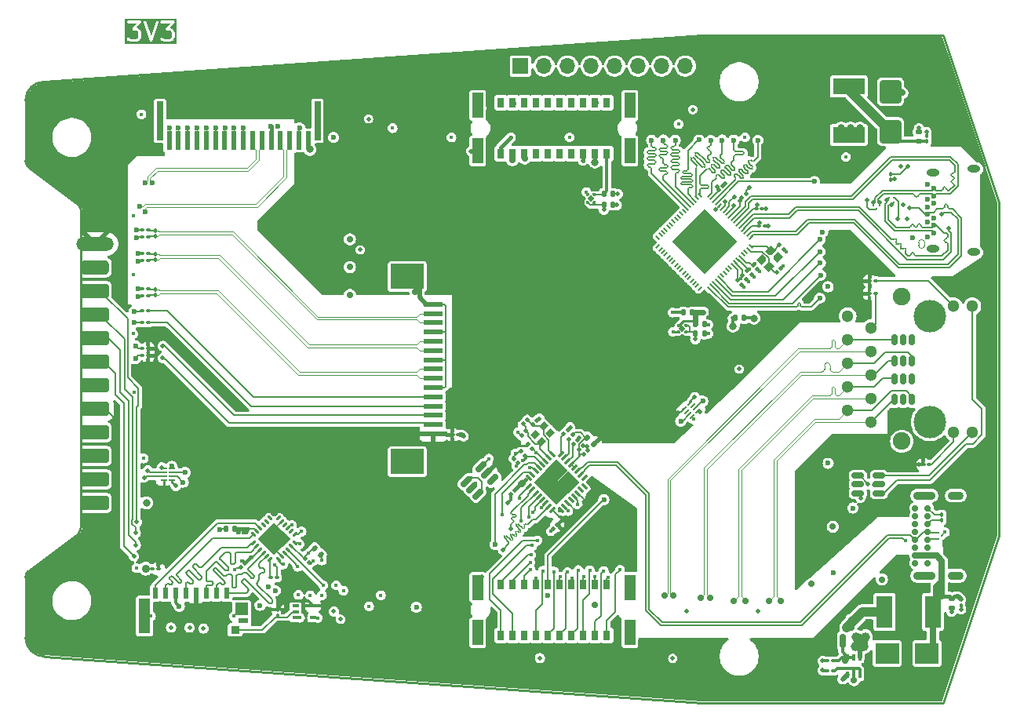
<source format=gbr>
G04 #@! TF.GenerationSoftware,KiCad,Pcbnew,8.0.1-8.0.1-1~ubuntu22.04.1*
G04 #@! TF.CreationDate,2024-03-31T08:55:45-05:00*
G04 #@! TF.ProjectId,controller,636f6e74-726f-46c6-9c65-722e6b696361,rev?*
G04 #@! TF.SameCoordinates,Original*
G04 #@! TF.FileFunction,Copper,L1,Top*
G04 #@! TF.FilePolarity,Positive*
%FSLAX46Y46*%
G04 Gerber Fmt 4.6, Leading zero omitted, Abs format (unit mm)*
G04 Created by KiCad (PCBNEW 8.0.1-8.0.1-1~ubuntu22.04.1) date 2024-03-31 08:55:45*
%MOMM*%
%LPD*%
G01*
G04 APERTURE LIST*
G04 Aperture macros list*
%AMRoundRect*
0 Rectangle with rounded corners*
0 $1 Rounding radius*
0 $2 $3 $4 $5 $6 $7 $8 $9 X,Y pos of 4 corners*
0 Add a 4 corners polygon primitive as box body*
4,1,4,$2,$3,$4,$5,$6,$7,$8,$9,$2,$3,0*
0 Add four circle primitives for the rounded corners*
1,1,$1+$1,$2,$3*
1,1,$1+$1,$4,$5*
1,1,$1+$1,$6,$7*
1,1,$1+$1,$8,$9*
0 Add four rect primitives between the rounded corners*
20,1,$1+$1,$2,$3,$4,$5,0*
20,1,$1+$1,$4,$5,$6,$7,0*
20,1,$1+$1,$6,$7,$8,$9,0*
20,1,$1+$1,$8,$9,$2,$3,0*%
%AMHorizOval*
0 Thick line with rounded ends*
0 $1 width*
0 $2 $3 position (X,Y) of the first rounded end (center of the circle)*
0 $4 $5 position (X,Y) of the second rounded end (center of the circle)*
0 Add line between two ends*
20,1,$1,$2,$3,$4,$5,0*
0 Add two circle primitives to create the rounded ends*
1,1,$1,$2,$3*
1,1,$1,$4,$5*%
%AMRotRect*
0 Rectangle, with rotation*
0 The origin of the aperture is its center*
0 $1 length*
0 $2 width*
0 $3 Rotation angle, in degrees counterclockwise*
0 Add horizontal line*
21,1,$1,$2,0,0,$3*%
%AMOutline5P*
0 Free polygon, 5 corners , with rotation*
0 The origin of the aperture is its center*
0 number of corners: always 5*
0 $1 to $10 corner X, Y*
0 $11 Rotation angle, in degrees counterclockwise*
0 create outline with 5 corners*
4,1,5,$1,$2,$3,$4,$5,$6,$7,$8,$9,$10,$1,$2,$11*%
%AMOutline6P*
0 Free polygon, 6 corners , with rotation*
0 The origin of the aperture is its center*
0 number of corners: always 6*
0 $1 to $12 corner X, Y*
0 $13 Rotation angle, in degrees counterclockwise*
0 create outline with 6 corners*
4,1,6,$1,$2,$3,$4,$5,$6,$7,$8,$9,$10,$11,$12,$1,$2,$13*%
%AMOutline7P*
0 Free polygon, 7 corners , with rotation*
0 The origin of the aperture is its center*
0 number of corners: always 7*
0 $1 to $14 corner X, Y*
0 $15 Rotation angle, in degrees counterclockwise*
0 create outline with 7 corners*
4,1,7,$1,$2,$3,$4,$5,$6,$7,$8,$9,$10,$11,$12,$13,$14,$1,$2,$15*%
%AMOutline8P*
0 Free polygon, 8 corners , with rotation*
0 The origin of the aperture is its center*
0 number of corners: always 8*
0 $1 to $16 corner X, Y*
0 $17 Rotation angle, in degrees counterclockwise*
0 create outline with 8 corners*
4,1,8,$1,$2,$3,$4,$5,$6,$7,$8,$9,$10,$11,$12,$13,$14,$15,$16,$1,$2,$17*%
%AMFreePoly0*
4,1,14,0.198536,0.133536,0.200000,0.130000,0.200000,0.020000,0.198536,0.016464,0.048536,-0.133536,0.045000,-0.135000,-0.195000,-0.135000,-0.198536,-0.133536,-0.200000,-0.130000,-0.200000,0.130000,-0.198536,0.133536,-0.195000,0.135000,0.195000,0.135000,0.198536,0.133536,0.198536,0.133536,$1*%
%AMFreePoly1*
4,1,14,0.048536,0.133536,0.198536,-0.016464,0.200000,-0.020000,0.200000,-0.130000,0.198536,-0.133536,0.195000,-0.135000,-0.195000,-0.135000,-0.198536,-0.133536,-0.200000,-0.130000,-0.200000,0.130000,-0.198536,0.133536,-0.195000,0.135000,0.045000,0.135000,0.048536,0.133536,0.048536,0.133536,$1*%
%AMFreePoly2*
4,1,14,0.198536,0.133536,0.200000,0.130000,0.200000,-0.130000,0.198536,-0.133536,0.195000,-0.135000,-0.195000,-0.135000,-0.198536,-0.133536,-0.200000,-0.130000,-0.200000,-0.020000,-0.198536,-0.016464,-0.048536,0.133536,-0.045000,0.135000,0.195000,0.135000,0.198536,0.133536,0.198536,0.133536,$1*%
%AMFreePoly3*
4,1,14,0.198536,0.133536,0.200000,0.130000,0.200000,-0.130000,0.198536,-0.133536,0.195000,-0.135000,-0.045000,-0.135000,-0.048536,-0.133536,-0.198536,0.016464,-0.200000,0.020000,-0.200000,0.130000,-0.198536,0.133536,-0.195000,0.135000,0.195000,0.135000,0.198536,0.133536,0.198536,0.133536,$1*%
G04 Aperture macros list end*
%ADD10C,0.300000*%
G04 #@! TA.AperFunction,SMDPad,CuDef*
%ADD11R,0.600000X1.250000*%
G04 #@! TD*
G04 #@! TA.AperFunction,SMDPad,CuDef*
%ADD12R,1.200000X3.790000*%
G04 #@! TD*
G04 #@! TA.AperFunction,SMDPad,CuDef*
%ADD13R,1.450000X1.400000*%
G04 #@! TD*
G04 #@! TA.AperFunction,SMDPad,CuDef*
%ADD14R,1.000000X0.600000*%
G04 #@! TD*
G04 #@! TA.AperFunction,SMDPad,CuDef*
%ADD15R,0.950000X0.850000*%
G04 #@! TD*
G04 #@! TA.AperFunction,SMDPad,CuDef*
%ADD16RoundRect,0.062500X0.212132X-0.123744X-0.123744X0.212132X-0.212132X0.123744X0.123744X-0.212132X0*%
G04 #@! TD*
G04 #@! TA.AperFunction,SMDPad,CuDef*
%ADD17RoundRect,0.062500X0.212132X0.123744X0.123744X0.212132X-0.212132X-0.123744X-0.123744X-0.212132X0*%
G04 #@! TD*
G04 #@! TA.AperFunction,SMDPad,CuDef*
%ADD18RotRect,1.225000X1.225000X135.000000*%
G04 #@! TD*
G04 #@! TA.AperFunction,SMDPad,CuDef*
%ADD19RoundRect,0.100000X-0.162635X0.021213X0.021213X-0.162635X0.162635X-0.021213X-0.021213X0.162635X0*%
G04 #@! TD*
G04 #@! TA.AperFunction,SMDPad,CuDef*
%ADD20RoundRect,0.100000X0.021213X0.162635X-0.162635X-0.021213X-0.021213X-0.162635X0.162635X0.021213X0*%
G04 #@! TD*
G04 #@! TA.AperFunction,SMDPad,CuDef*
%ADD21RoundRect,0.140000X0.140000X0.170000X-0.140000X0.170000X-0.140000X-0.170000X0.140000X-0.170000X0*%
G04 #@! TD*
G04 #@! TA.AperFunction,SMDPad,CuDef*
%ADD22RoundRect,0.100000X0.130000X0.100000X-0.130000X0.100000X-0.130000X-0.100000X0.130000X-0.100000X0*%
G04 #@! TD*
G04 #@! TA.AperFunction,SMDPad,CuDef*
%ADD23R,0.650000X0.400000*%
G04 #@! TD*
G04 #@! TA.AperFunction,SMDPad,CuDef*
%ADD24RoundRect,0.100000X-0.130000X-0.100000X0.130000X-0.100000X0.130000X0.100000X-0.130000X0.100000X0*%
G04 #@! TD*
G04 #@! TA.AperFunction,SMDPad,CuDef*
%ADD25RoundRect,0.100000X-0.100000X0.130000X-0.100000X-0.130000X0.100000X-0.130000X0.100000X0.130000X0*%
G04 #@! TD*
G04 #@! TA.AperFunction,SMDPad,CuDef*
%ADD26RotRect,0.254000X0.812800X135.000000*%
G04 #@! TD*
G04 #@! TA.AperFunction,SMDPad,CuDef*
%ADD27RotRect,0.254000X0.812800X45.000000*%
G04 #@! TD*
G04 #@! TA.AperFunction,SMDPad,CuDef*
%ADD28RotRect,1.701800X1.701800X45.000000*%
G04 #@! TD*
G04 #@! TA.AperFunction,SMDPad,CuDef*
%ADD29RoundRect,0.100000X0.162635X-0.021213X-0.021213X0.162635X-0.162635X0.021213X0.021213X-0.162635X0*%
G04 #@! TD*
G04 #@! TA.AperFunction,SMDPad,CuDef*
%ADD30RoundRect,0.100000X-0.021213X-0.162635X0.162635X0.021213X0.021213X0.162635X-0.162635X-0.021213X0*%
G04 #@! TD*
G04 #@! TA.AperFunction,SMDPad,CuDef*
%ADD31RoundRect,0.135000X0.226274X0.035355X0.035355X0.226274X-0.226274X-0.035355X-0.035355X-0.226274X0*%
G04 #@! TD*
G04 #@! TA.AperFunction,SMDPad,CuDef*
%ADD32RoundRect,0.100000X0.100000X-0.130000X0.100000X0.130000X-0.100000X0.130000X-0.100000X-0.130000X0*%
G04 #@! TD*
G04 #@! TA.AperFunction,SMDPad,CuDef*
%ADD33RotRect,0.750000X0.700000X45.000000*%
G04 #@! TD*
G04 #@! TA.AperFunction,SMDPad,CuDef*
%ADD34RoundRect,0.140000X-0.170000X0.140000X-0.170000X-0.140000X0.170000X-0.140000X0.170000X0.140000X0*%
G04 #@! TD*
G04 #@! TA.AperFunction,SMDPad,CuDef*
%ADD35R,2.500000X2.300000*%
G04 #@! TD*
G04 #@! TA.AperFunction,SMDPad,CuDef*
%ADD36RoundRect,0.150000X-0.256326X-0.468458X0.468458X0.256326X0.256326X0.468458X-0.468458X-0.256326X0*%
G04 #@! TD*
G04 #@! TA.AperFunction,SMDPad,CuDef*
%ADD37RoundRect,0.140000X-0.219203X-0.021213X-0.021213X-0.219203X0.219203X0.021213X0.021213X0.219203X0*%
G04 #@! TD*
G04 #@! TA.AperFunction,SMDPad,CuDef*
%ADD38R,0.700000X0.200000*%
G04 #@! TD*
G04 #@! TA.AperFunction,SMDPad,CuDef*
%ADD39C,0.500000*%
G04 #@! TD*
G04 #@! TA.AperFunction,SMDPad,CuDef*
%ADD40RoundRect,0.140000X-0.140000X-0.170000X0.140000X-0.170000X0.140000X0.170000X-0.140000X0.170000X0*%
G04 #@! TD*
G04 #@! TA.AperFunction,SMDPad,CuDef*
%ADD41R,0.609600X2.006600*%
G04 #@! TD*
G04 #@! TA.AperFunction,SMDPad,CuDef*
%ADD42R,0.711200X4.191000*%
G04 #@! TD*
G04 #@! TA.AperFunction,SMDPad,CuDef*
%ADD43R,3.505200X1.778000*%
G04 #@! TD*
G04 #@! TA.AperFunction,SMDPad,CuDef*
%ADD44R,0.400000X0.650000*%
G04 #@! TD*
G04 #@! TA.AperFunction,SMDPad,CuDef*
%ADD45RoundRect,0.150000X0.150000X-0.450000X0.150000X0.450000X-0.150000X0.450000X-0.150000X-0.450000X0*%
G04 #@! TD*
G04 #@! TA.AperFunction,SMDPad,CuDef*
%ADD46R,2.000000X0.610000*%
G04 #@! TD*
G04 #@! TA.AperFunction,SMDPad,CuDef*
%ADD47R,3.600000X2.680000*%
G04 #@! TD*
G04 #@! TA.AperFunction,SMDPad,CuDef*
%ADD48R,0.200000X0.200000*%
G04 #@! TD*
G04 #@! TA.AperFunction,SMDPad,CuDef*
%ADD49RoundRect,0.250000X0.900000X-1.000000X0.900000X1.000000X-0.900000X1.000000X-0.900000X-1.000000X0*%
G04 #@! TD*
G04 #@! TA.AperFunction,SMDPad,CuDef*
%ADD50FreePoly0,0.000000*%
G04 #@! TD*
G04 #@! TA.AperFunction,SMDPad,CuDef*
%ADD51FreePoly1,0.000000*%
G04 #@! TD*
G04 #@! TA.AperFunction,SMDPad,CuDef*
%ADD52FreePoly2,0.000000*%
G04 #@! TD*
G04 #@! TA.AperFunction,SMDPad,CuDef*
%ADD53FreePoly3,0.000000*%
G04 #@! TD*
G04 #@! TA.AperFunction,SMDPad,CuDef*
%ADD54RotRect,0.520000X0.520000X45.000000*%
G04 #@! TD*
G04 #@! TA.AperFunction,SMDPad,CuDef*
%ADD55R,1.778000X3.505200*%
G04 #@! TD*
G04 #@! TA.AperFunction,SMDPad,CuDef*
%ADD56HorizOval,0.200000X-0.141421X-0.141421X0.141421X0.141421X0*%
G04 #@! TD*
G04 #@! TA.AperFunction,SMDPad,CuDef*
%ADD57HorizOval,0.200000X-0.141421X0.141421X0.141421X-0.141421X0*%
G04 #@! TD*
G04 #@! TA.AperFunction,ComponentPad*
%ADD58C,0.625000*%
G04 #@! TD*
G04 #@! TA.AperFunction,SMDPad,CuDef*
%ADD59RotRect,5.000000X5.000000X225.000000*%
G04 #@! TD*
G04 #@! TA.AperFunction,SMDPad,CuDef*
%ADD60RotRect,0.200000X0.200000X315.000000*%
G04 #@! TD*
G04 #@! TA.AperFunction,SMDPad,CuDef*
%ADD61R,0.800000X1.100000*%
G04 #@! TD*
G04 #@! TA.AperFunction,SMDPad,CuDef*
%ADD62R,1.200000X2.700000*%
G04 #@! TD*
G04 #@! TA.AperFunction,SMDPad,CuDef*
%ADD63Outline5P,-0.425000X0.375000X0.275000X0.375000X0.425000X0.225000X0.425000X-0.375000X-0.425000X-0.375000X225.000000*%
G04 #@! TD*
G04 #@! TA.AperFunction,SMDPad,CuDef*
%ADD64Outline5P,-0.425000X0.225000X-0.275000X0.375000X0.425000X0.375000X0.425000X-0.375000X-0.425000X-0.375000X225.000000*%
G04 #@! TD*
G04 #@! TA.AperFunction,SMDPad,CuDef*
%ADD65Outline5P,-0.425000X0.375000X0.425000X0.375000X0.425000X-0.375000X-0.275000X-0.375000X-0.425000X-0.225000X225.000000*%
G04 #@! TD*
G04 #@! TA.AperFunction,SMDPad,CuDef*
%ADD66Outline5P,-0.425000X0.375000X0.425000X0.375000X0.425000X-0.225000X0.275000X-0.375000X-0.425000X-0.375000X225.000000*%
G04 #@! TD*
G04 #@! TA.AperFunction,SMDPad,CuDef*
%ADD67FreePoly0,270.000000*%
G04 #@! TD*
G04 #@! TA.AperFunction,SMDPad,CuDef*
%ADD68FreePoly1,270.000000*%
G04 #@! TD*
G04 #@! TA.AperFunction,SMDPad,CuDef*
%ADD69FreePoly2,270.000000*%
G04 #@! TD*
G04 #@! TA.AperFunction,SMDPad,CuDef*
%ADD70FreePoly3,270.000000*%
G04 #@! TD*
G04 #@! TA.AperFunction,SMDPad,CuDef*
%ADD71RotRect,0.520000X0.520000X315.000000*%
G04 #@! TD*
G04 #@! TA.AperFunction,ComponentPad*
%ADD72RoundRect,0.762000X-0.000010X-0.000010X0.000010X-0.000010X0.000010X0.000010X-0.000010X0.000010X0*%
G04 #@! TD*
G04 #@! TA.AperFunction,ConnectorPad*
%ADD73RoundRect,0.762000X-1.238000X-0.000010X1.238000X-0.000010X1.238000X0.000010X-1.238000X0.000010X0*%
G04 #@! TD*
G04 #@! TA.AperFunction,ComponentPad*
%ADD74RoundRect,0.381000X-0.381000X-0.381000X0.381000X-0.381000X0.381000X0.381000X-0.381000X0.381000X0*%
G04 #@! TD*
G04 #@! TA.AperFunction,ConnectorPad*
%ADD75RoundRect,0.381000X-1.119000X-0.381000X1.119000X-0.381000X1.119000X0.381000X-1.119000X0.381000X0*%
G04 #@! TD*
G04 #@! TA.AperFunction,ConnectorPad*
%ADD76RoundRect,0.228600X-1.271400X-0.533400X1.271400X-0.533400X1.271400X0.533400X-1.271400X0.533400X0*%
G04 #@! TD*
G04 #@! TA.AperFunction,SMDPad,CuDef*
%ADD77RoundRect,0.150000X-0.512500X-0.150000X0.512500X-0.150000X0.512500X0.150000X-0.512500X0.150000X0*%
G04 #@! TD*
G04 #@! TA.AperFunction,SMDPad,CuDef*
%ADD78RoundRect,0.140000X0.170000X-0.140000X0.170000X0.140000X-0.170000X0.140000X-0.170000X-0.140000X0*%
G04 #@! TD*
G04 #@! TA.AperFunction,SMDPad,CuDef*
%ADD79RoundRect,0.150000X0.150000X-0.587500X0.150000X0.587500X-0.150000X0.587500X-0.150000X-0.587500X0*%
G04 #@! TD*
G04 #@! TA.AperFunction,SMDPad,CuDef*
%ADD80RotRect,0.700000X0.200000X225.000000*%
G04 #@! TD*
G04 #@! TA.AperFunction,ComponentPad*
%ADD81C,0.700000*%
G04 #@! TD*
G04 #@! TA.AperFunction,ComponentPad*
%ADD82O,1.700000X0.900000*%
G04 #@! TD*
G04 #@! TA.AperFunction,ComponentPad*
%ADD83O,2.400000X0.900000*%
G04 #@! TD*
G04 #@! TA.AperFunction,ComponentPad*
%ADD84C,0.600000*%
G04 #@! TD*
G04 #@! TA.AperFunction,ComponentPad*
%ADD85O,1.400000X0.800000*%
G04 #@! TD*
G04 #@! TA.AperFunction,ComponentPad*
%ADD86R,1.700000X1.700000*%
G04 #@! TD*
G04 #@! TA.AperFunction,ComponentPad*
%ADD87O,1.700000X1.700000*%
G04 #@! TD*
G04 #@! TA.AperFunction,WasherPad*
%ADD88C,1.900000*%
G04 #@! TD*
G04 #@! TA.AperFunction,WasherPad*
%ADD89C,3.500000*%
G04 #@! TD*
G04 #@! TA.AperFunction,ComponentPad*
%ADD90C,1.300000*%
G04 #@! TD*
G04 #@! TA.AperFunction,ViaPad*
%ADD91C,0.800000*%
G04 #@! TD*
G04 #@! TA.AperFunction,ViaPad*
%ADD92C,1.000000*%
G04 #@! TD*
G04 #@! TA.AperFunction,ViaPad*
%ADD93C,0.500000*%
G04 #@! TD*
G04 #@! TA.AperFunction,ViaPad*
%ADD94C,0.450000*%
G04 #@! TD*
G04 #@! TA.AperFunction,ViaPad*
%ADD95C,0.700000*%
G04 #@! TD*
G04 #@! TA.AperFunction,ViaPad*
%ADD96C,0.600000*%
G04 #@! TD*
G04 #@! TA.AperFunction,ViaPad*
%ADD97C,0.900000*%
G04 #@! TD*
G04 #@! TA.AperFunction,Conductor*
%ADD98C,0.250000*%
G04 #@! TD*
G04 #@! TA.AperFunction,Conductor*
%ADD99C,0.150000*%
G04 #@! TD*
G04 #@! TA.AperFunction,Conductor*
%ADD100C,0.200000*%
G04 #@! TD*
G04 #@! TA.AperFunction,Conductor*
%ADD101C,0.500000*%
G04 #@! TD*
G04 #@! TA.AperFunction,Conductor*
%ADD102C,0.800000*%
G04 #@! TD*
G04 #@! TA.AperFunction,Conductor*
%ADD103C,0.450000*%
G04 #@! TD*
G04 #@! TA.AperFunction,Conductor*
%ADD104C,0.300000*%
G04 #@! TD*
G04 #@! TA.AperFunction,Conductor*
%ADD105C,0.218186*%
G04 #@! TD*
G04 #@! TA.AperFunction,Conductor*
%ADD106C,1.016000*%
G04 #@! TD*
G04 #@! TA.AperFunction,Conductor*
%ADD107C,0.700000*%
G04 #@! TD*
G04 #@! TA.AperFunction,Conductor*
%ADD108C,0.157500*%
G04 #@! TD*
G04 #@! TA.AperFunction,Conductor*
%ADD109C,0.123400*%
G04 #@! TD*
G04 #@! TA.AperFunction,Conductor*
%ADD110C,0.600000*%
G04 #@! TD*
G04 #@! TA.AperFunction,Profile*
%ADD111C,0.254000*%
G04 #@! TD*
G04 #@! TA.AperFunction,Profile*
%ADD112C,0.010000*%
G04 #@! TD*
G04 APERTURE END LIST*
D10*
G36*
X99312447Y-64911860D02*
G01*
X93713742Y-64911860D01*
X93713742Y-64378423D01*
X93935964Y-64378423D01*
X93958361Y-64432496D01*
X93977015Y-64455226D01*
X94075093Y-64549917D01*
X94086352Y-64562899D01*
X94092637Y-64566855D01*
X94094984Y-64569121D01*
X94098646Y-64570637D01*
X94111238Y-64578564D01*
X94283014Y-64661912D01*
X94285460Y-64664358D01*
X94303190Y-64671702D01*
X94329178Y-64684312D01*
X94334553Y-64684693D01*
X94339532Y-64686756D01*
X94368796Y-64689638D01*
X94917105Y-64687007D01*
X94921463Y-64688460D01*
X94943704Y-64686879D01*
X94969489Y-64686756D01*
X94974466Y-64684694D01*
X94979844Y-64684312D01*
X95007307Y-64673802D01*
X95196408Y-64576422D01*
X95214037Y-64569120D01*
X95219845Y-64564352D01*
X95222669Y-64562899D01*
X95225266Y-64559904D01*
X95236768Y-64550465D01*
X95331454Y-64452389D01*
X95344438Y-64441129D01*
X95348396Y-64434840D01*
X95350661Y-64432495D01*
X95352177Y-64428833D01*
X95360103Y-64416243D01*
X95443451Y-64244466D01*
X95445897Y-64242021D01*
X95453241Y-64224290D01*
X95465851Y-64198303D01*
X95466232Y-64192927D01*
X95468295Y-64187949D01*
X95471177Y-64158685D01*
X95468592Y-63705475D01*
X95469999Y-63701257D01*
X95468444Y-63679372D01*
X95468295Y-63653231D01*
X95466232Y-63648252D01*
X95465851Y-63642877D01*
X95455341Y-63615413D01*
X95357964Y-63426317D01*
X95350661Y-63408685D01*
X95345891Y-63402873D01*
X95344438Y-63400051D01*
X95341444Y-63397455D01*
X95332006Y-63385954D01*
X95233933Y-63291269D01*
X95222669Y-63278281D01*
X95216380Y-63274322D01*
X95214037Y-63272060D01*
X95210378Y-63270544D01*
X95197783Y-63262616D01*
X95026005Y-63179266D01*
X95023561Y-63176822D01*
X95005836Y-63169480D01*
X94979844Y-63156868D01*
X94979264Y-63156826D01*
X95429638Y-62639232D01*
X95445897Y-62622974D01*
X95447815Y-62618342D01*
X95451165Y-62614493D01*
X95458970Y-62591413D01*
X95468295Y-62568902D01*
X95468295Y-62563840D01*
X95469915Y-62559050D01*
X95469872Y-62558398D01*
X95743784Y-62558398D01*
X95750303Y-62587072D01*
X96413857Y-64568824D01*
X96414599Y-64579258D01*
X96422929Y-64595919D01*
X96428958Y-64613923D01*
X96435980Y-64622019D01*
X96440773Y-64631605D01*
X96454981Y-64643928D01*
X96467305Y-64658137D01*
X96476890Y-64662929D01*
X96484987Y-64669952D01*
X96502828Y-64675899D01*
X96519652Y-64684311D01*
X96530344Y-64685071D01*
X96540511Y-64688460D01*
X96559267Y-64687127D01*
X96578033Y-64688461D01*
X96588203Y-64685070D01*
X96598892Y-64684311D01*
X96615713Y-64675900D01*
X96633557Y-64669952D01*
X96641653Y-64662929D01*
X96651239Y-64658137D01*
X96663562Y-64643928D01*
X96677771Y-64631605D01*
X96682563Y-64622019D01*
X96689586Y-64613923D01*
X96701574Y-64587072D01*
X96770811Y-64378423D01*
X97555012Y-64378423D01*
X97577409Y-64432496D01*
X97596063Y-64455226D01*
X97694141Y-64549917D01*
X97705400Y-64562899D01*
X97711685Y-64566855D01*
X97714032Y-64569121D01*
X97717694Y-64570637D01*
X97730286Y-64578564D01*
X97902062Y-64661912D01*
X97904508Y-64664358D01*
X97922238Y-64671702D01*
X97948226Y-64684312D01*
X97953601Y-64684693D01*
X97958580Y-64686756D01*
X97987844Y-64689638D01*
X98536153Y-64687007D01*
X98540511Y-64688460D01*
X98562752Y-64686879D01*
X98588537Y-64686756D01*
X98593514Y-64684694D01*
X98598892Y-64684312D01*
X98626355Y-64673802D01*
X98815456Y-64576422D01*
X98833085Y-64569120D01*
X98838893Y-64564352D01*
X98841717Y-64562899D01*
X98844314Y-64559904D01*
X98855816Y-64550465D01*
X98950502Y-64452389D01*
X98963486Y-64441129D01*
X98967444Y-64434840D01*
X98969709Y-64432495D01*
X98971225Y-64428833D01*
X98979151Y-64416243D01*
X99062499Y-64244466D01*
X99064945Y-64242021D01*
X99072289Y-64224290D01*
X99084899Y-64198303D01*
X99085280Y-64192927D01*
X99087343Y-64187949D01*
X99090225Y-64158685D01*
X99087640Y-63705475D01*
X99089047Y-63701257D01*
X99087492Y-63679372D01*
X99087343Y-63653231D01*
X99085280Y-63648252D01*
X99084899Y-63642877D01*
X99074389Y-63615413D01*
X98977012Y-63426317D01*
X98969709Y-63408685D01*
X98964939Y-63402873D01*
X98963486Y-63400051D01*
X98960492Y-63397455D01*
X98951054Y-63385954D01*
X98852981Y-63291269D01*
X98841717Y-63278281D01*
X98835428Y-63274322D01*
X98833085Y-63272060D01*
X98829426Y-63270544D01*
X98816831Y-63262616D01*
X98645053Y-63179266D01*
X98642609Y-63176822D01*
X98624884Y-63169480D01*
X98598892Y-63156868D01*
X98598312Y-63156826D01*
X99048686Y-62639232D01*
X99064945Y-62622974D01*
X99066863Y-62618342D01*
X99070213Y-62614493D01*
X99078018Y-62591413D01*
X99087343Y-62568902D01*
X99087343Y-62563840D01*
X99088963Y-62559050D01*
X99087343Y-62534749D01*
X99087343Y-62510374D01*
X99085406Y-62505698D01*
X99085070Y-62500654D01*
X99074271Y-62478818D01*
X99064945Y-62456302D01*
X99061368Y-62452725D01*
X99059126Y-62448191D01*
X99040790Y-62432147D01*
X99023561Y-62414918D01*
X99018886Y-62412981D01*
X99015079Y-62409650D01*
X98992003Y-62401846D01*
X98969489Y-62392520D01*
X98962347Y-62391816D01*
X98959637Y-62390900D01*
X98955702Y-62391162D01*
X98940225Y-62389638D01*
X97672866Y-62392520D01*
X97618794Y-62414918D01*
X97577410Y-62456302D01*
X97555012Y-62510374D01*
X97555012Y-62568902D01*
X97577410Y-62622974D01*
X97618794Y-62664358D01*
X97672866Y-62686756D01*
X97702130Y-62689638D01*
X98612673Y-62687567D01*
X98165096Y-63201947D01*
X98148838Y-63218206D01*
X98146919Y-63222837D01*
X98143570Y-63226687D01*
X98135764Y-63249766D01*
X98126440Y-63272278D01*
X98126440Y-63277339D01*
X98124820Y-63282130D01*
X98126440Y-63306430D01*
X98126440Y-63330806D01*
X98128376Y-63335481D01*
X98128713Y-63340526D01*
X98139511Y-63362361D01*
X98148838Y-63384878D01*
X98152414Y-63388454D01*
X98154657Y-63392989D01*
X98172995Y-63409035D01*
X98190222Y-63426262D01*
X98194894Y-63428197D01*
X98198703Y-63431530D01*
X98221782Y-63439335D01*
X98244294Y-63448660D01*
X98251435Y-63449363D01*
X98254146Y-63450280D01*
X98258080Y-63450017D01*
X98273558Y-63451542D01*
X98520177Y-63449285D01*
X98656939Y-63515644D01*
X98719596Y-63576137D01*
X98790402Y-63713636D01*
X98792714Y-64119109D01*
X98726121Y-64256352D01*
X98665630Y-64319009D01*
X98528187Y-64389787D01*
X98027546Y-64392189D01*
X97890176Y-64325534D01*
X97785466Y-64224441D01*
X97731394Y-64202043D01*
X97672868Y-64202043D01*
X97618795Y-64224440D01*
X97577410Y-64265825D01*
X97555012Y-64319897D01*
X97555012Y-64378423D01*
X96770811Y-64378423D01*
X97374761Y-62558399D01*
X97370612Y-62500019D01*
X97344438Y-62447672D01*
X97300224Y-62409324D01*
X97244699Y-62390816D01*
X97186319Y-62394965D01*
X97133972Y-62421139D01*
X97095625Y-62465353D01*
X97083636Y-62492204D01*
X96560136Y-64069789D01*
X96022920Y-62465353D01*
X95984573Y-62421139D01*
X95932226Y-62394965D01*
X95873846Y-62390816D01*
X95818321Y-62409324D01*
X95774107Y-62447671D01*
X95747933Y-62500018D01*
X95743784Y-62558398D01*
X95469872Y-62558398D01*
X95468295Y-62534749D01*
X95468295Y-62510374D01*
X95466358Y-62505698D01*
X95466022Y-62500654D01*
X95455223Y-62478818D01*
X95445897Y-62456302D01*
X95442320Y-62452725D01*
X95440078Y-62448191D01*
X95421742Y-62432147D01*
X95404513Y-62414918D01*
X95399838Y-62412981D01*
X95396031Y-62409650D01*
X95372955Y-62401846D01*
X95350441Y-62392520D01*
X95343299Y-62391816D01*
X95340589Y-62390900D01*
X95336654Y-62391162D01*
X95321177Y-62389638D01*
X94053818Y-62392520D01*
X93999746Y-62414918D01*
X93958362Y-62456302D01*
X93935964Y-62510374D01*
X93935964Y-62568902D01*
X93958362Y-62622974D01*
X93999746Y-62664358D01*
X94053818Y-62686756D01*
X94083082Y-62689638D01*
X94993625Y-62687567D01*
X94546048Y-63201947D01*
X94529790Y-63218206D01*
X94527871Y-63222837D01*
X94524522Y-63226687D01*
X94516716Y-63249766D01*
X94507392Y-63272278D01*
X94507392Y-63277339D01*
X94505772Y-63282130D01*
X94507392Y-63306430D01*
X94507392Y-63330806D01*
X94509328Y-63335481D01*
X94509665Y-63340526D01*
X94520463Y-63362361D01*
X94529790Y-63384878D01*
X94533366Y-63388454D01*
X94535609Y-63392989D01*
X94553947Y-63409035D01*
X94571174Y-63426262D01*
X94575846Y-63428197D01*
X94579655Y-63431530D01*
X94602734Y-63439335D01*
X94625246Y-63448660D01*
X94632387Y-63449363D01*
X94635098Y-63450280D01*
X94639032Y-63450017D01*
X94654510Y-63451542D01*
X94901129Y-63449285D01*
X95037891Y-63515644D01*
X95100548Y-63576137D01*
X95171354Y-63713636D01*
X95173666Y-64119109D01*
X95107073Y-64256352D01*
X95046582Y-64319009D01*
X94909139Y-64389787D01*
X94408498Y-64392189D01*
X94271128Y-64325534D01*
X94166418Y-64224441D01*
X94112346Y-64202043D01*
X94053820Y-64202043D01*
X93999747Y-64224440D01*
X93958362Y-64265825D01*
X93935964Y-64319897D01*
X93935964Y-64378423D01*
X93713742Y-64378423D01*
X93713742Y-62167416D01*
X99312447Y-62167416D01*
X99312447Y-64911860D01*
G37*
D11*
X104680000Y-124185000D03*
X103580000Y-124185000D03*
X102480000Y-124185000D03*
X101380000Y-124185000D03*
X100280000Y-124185000D03*
X99180000Y-124185000D03*
X98080000Y-124185000D03*
X96980000Y-124185000D03*
D12*
X95830000Y-126665000D03*
D13*
X106305000Y-125910000D03*
D14*
X106530000Y-127160000D03*
D15*
X105605000Y-128135000D03*
D16*
X110279619Y-120547386D03*
X110633173Y-120193833D03*
X110986726Y-119840280D03*
X111340280Y-119486726D03*
X111693833Y-119133173D03*
X112047386Y-118779619D03*
D17*
X112047386Y-117860381D03*
X111693833Y-117506827D03*
X111340280Y-117153274D03*
X110986726Y-116799720D03*
X110633173Y-116446167D03*
X110279619Y-116092614D03*
D16*
X109360381Y-116092614D03*
X109006827Y-116446167D03*
X108653274Y-116799720D03*
X108299720Y-117153274D03*
X107946167Y-117506827D03*
X107592614Y-117860381D03*
D17*
X107592614Y-118779619D03*
X107946167Y-119133173D03*
X108299720Y-119486726D03*
X108653274Y-119840280D03*
X109006827Y-120193833D03*
X109360381Y-120547386D03*
D18*
X109820000Y-119186206D03*
X110686206Y-118320000D03*
X108953794Y-118320000D03*
X109820000Y-117453794D03*
D19*
X113163726Y-120443726D03*
X113616274Y-120896274D03*
D20*
X106686274Y-120933726D03*
X106233726Y-121386274D03*
D21*
X105580000Y-117250000D03*
X104620000Y-117250000D03*
D22*
X97310000Y-121560000D03*
X96670000Y-121560000D03*
D23*
X112130000Y-125540000D03*
X112130000Y-126190000D03*
X112130000Y-126840000D03*
X114030000Y-126840000D03*
X114030000Y-125540000D03*
D24*
X109480000Y-122500000D03*
X110120000Y-122500000D03*
D25*
X110240000Y-125960000D03*
X110240000Y-126600000D03*
D26*
X137309575Y-112675954D03*
X137668785Y-113035164D03*
X138027995Y-113394374D03*
X138387205Y-113753584D03*
X138746416Y-114112795D03*
X139105626Y-114472005D03*
X139464836Y-114831215D03*
X139824046Y-115190425D03*
D27*
X140775954Y-115190425D03*
X141135164Y-114831215D03*
X141494374Y-114472005D03*
X141853584Y-114112795D03*
X142212795Y-113753584D03*
X142572005Y-113394374D03*
X142931215Y-113035164D03*
X143290425Y-112675954D03*
D26*
X143290425Y-111724046D03*
X142931215Y-111364836D03*
X142572005Y-111005626D03*
X142212795Y-110646416D03*
X141853584Y-110287205D03*
X141494374Y-109927995D03*
X141135164Y-109568785D03*
X140775954Y-109209575D03*
D27*
X139824046Y-109209575D03*
X139464836Y-109568785D03*
X139105626Y-109927995D03*
X138746416Y-110287205D03*
X138387205Y-110646416D03*
X138027995Y-111005626D03*
X137668785Y-111364836D03*
X137309575Y-111724046D03*
D28*
X139096646Y-112200000D03*
X140300000Y-113403354D03*
X140300000Y-110996646D03*
X141503354Y-112200000D03*
D20*
X140366274Y-116813726D03*
X139913726Y-117266274D03*
X141506274Y-106563726D03*
X141053726Y-107016274D03*
D29*
X136906274Y-109346274D03*
X136453726Y-108893726D03*
X136126274Y-110126274D03*
X135673726Y-109673726D03*
D30*
X142703726Y-108686274D03*
X143156274Y-108233726D03*
X143243726Y-109216274D03*
X143696274Y-108763726D03*
D20*
X136976274Y-106693726D03*
X136523726Y-107146274D03*
D30*
X137710000Y-105980000D03*
X138162548Y-105527452D03*
D31*
X144320624Y-108100624D03*
X143599376Y-107379376D03*
D32*
X181860000Y-116340000D03*
X181860000Y-115700000D03*
D29*
X137666274Y-108576274D03*
X137213726Y-108123726D03*
D33*
X138676256Y-107820503D03*
X139630850Y-106865909D03*
X138923744Y-106158803D03*
X137969150Y-107113397D03*
D30*
X142133726Y-108106274D03*
X142586274Y-107653726D03*
D25*
X183922100Y-124860000D03*
X183922100Y-125500000D03*
D34*
X182932100Y-124810000D03*
X182932100Y-125770000D03*
D35*
X180272100Y-130680000D03*
X175972100Y-130680000D03*
D22*
X96205000Y-98552000D03*
X95565000Y-98552000D03*
X96205000Y-97790000D03*
X95565000Y-97790000D03*
D36*
X130496098Y-112160400D03*
X131167849Y-112832151D03*
X131839600Y-113503902D03*
X133448268Y-111895234D03*
X132776517Y-111223483D03*
X132104766Y-110551732D03*
D30*
X141593726Y-107566274D03*
X142046274Y-107113726D03*
X136673726Y-105926274D03*
X137126274Y-105473726D03*
D37*
X114180589Y-119360589D03*
X114859411Y-120039411D03*
D38*
X98800000Y-111950000D03*
X98800000Y-111550000D03*
X98800000Y-111150000D03*
X98800000Y-110750000D03*
X97900000Y-110750000D03*
X97900000Y-111150000D03*
X97900000Y-111550000D03*
X97900000Y-111950000D03*
D24*
X129070000Y-107090000D03*
X129710000Y-107090000D03*
D39*
X119109000Y-87132000D03*
D22*
X96205000Y-87503000D03*
X95565000Y-87503000D03*
D25*
X176300000Y-78950000D03*
X176300000Y-79590000D03*
D30*
X157788726Y-80694274D03*
X158241274Y-80241726D03*
D40*
X155270000Y-95180000D03*
X156230000Y-95180000D03*
D22*
X96205000Y-94996000D03*
X95565000Y-94996000D03*
D41*
X113495001Y-75329000D03*
X112495001Y-75329000D03*
X111495000Y-75329000D03*
X110495002Y-75329000D03*
X109495002Y-75329000D03*
X108495001Y-75329000D03*
X107495001Y-75329000D03*
X106495003Y-75329000D03*
X105495002Y-75329000D03*
X104495001Y-75329000D03*
X103495001Y-75329000D03*
X102495000Y-75329000D03*
X101495002Y-75329000D03*
X100495002Y-75329000D03*
X99495001Y-75329000D03*
X98495001Y-75329000D03*
D42*
X97498701Y-73220800D03*
X114491301Y-73220800D03*
D40*
X159560000Y-94500000D03*
X160520000Y-94500000D03*
D22*
X170120000Y-132550000D03*
X169480000Y-132550000D03*
D43*
X171830000Y-74734100D03*
X171830000Y-69501700D03*
D22*
X96205000Y-92075000D03*
X95565000Y-92075000D03*
D19*
X164333726Y-86623726D03*
X164786274Y-87076274D03*
D39*
X152820000Y-131230000D03*
D22*
X180520000Y-110300000D03*
X179880000Y-110300000D03*
D40*
X145420000Y-82280000D03*
X146380000Y-82280000D03*
D21*
X154910000Y-93890000D03*
X153950000Y-93890000D03*
D44*
X171700000Y-133000000D03*
X172350000Y-133000000D03*
X173000000Y-133000000D03*
X173000000Y-131100000D03*
X172350000Y-131100000D03*
X171700000Y-131100000D03*
D45*
X176750000Y-99137500D03*
X177700000Y-99137500D03*
X178650000Y-99137500D03*
X178650000Y-96862500D03*
X177700000Y-96862500D03*
X176750000Y-96862500D03*
D39*
X160000000Y-100000000D03*
D22*
X96205000Y-85725000D03*
X95565000Y-85725000D03*
D46*
X127000000Y-93000000D03*
X127000000Y-94000000D03*
X127000000Y-95000000D03*
X127000000Y-96000000D03*
X127000000Y-97000000D03*
X127000000Y-98000000D03*
X127000000Y-99000000D03*
X127000000Y-100000000D03*
X127000000Y-101000000D03*
X127000000Y-102000000D03*
X127000000Y-103000000D03*
X127000000Y-104000000D03*
X127000000Y-105000000D03*
X127000000Y-106000000D03*
X127000000Y-107000000D03*
D47*
X124200000Y-90010000D03*
X124200000Y-109990000D03*
D40*
X155270000Y-96180000D03*
X156230000Y-96180000D03*
D39*
X155000000Y-72000000D03*
D48*
X174809000Y-82673000D03*
X175149000Y-82373000D03*
X174469000Y-82373000D03*
D49*
X176320000Y-74377500D03*
X176320000Y-70077500D03*
D24*
X161832000Y-82666000D03*
X162472000Y-82666000D03*
D22*
X96205000Y-91313000D03*
X95565000Y-91313000D03*
D50*
X153440000Y-95330000D03*
D51*
X153440000Y-95980000D03*
D52*
X154250000Y-95980000D03*
D53*
X154250000Y-95330000D03*
D54*
X153845000Y-95655000D03*
D25*
X97028000Y-87564000D03*
X97028000Y-88204000D03*
D20*
X135781274Y-113098726D03*
X135328726Y-113551274D03*
D22*
X96205000Y-84963000D03*
X95565000Y-84963000D03*
X96205000Y-88265000D03*
X95565000Y-88265000D03*
D39*
X120000000Y-73000000D03*
D55*
X175675900Y-126200000D03*
X180908300Y-126200000D03*
D25*
X97025000Y-85024000D03*
X97025000Y-85664000D03*
D19*
X160327452Y-89887452D03*
X160780000Y-90340000D03*
D56*
X161264978Y-85787021D03*
X160982135Y-85504179D03*
X160699293Y-85221336D03*
X160416450Y-84938493D03*
X160133607Y-84655650D03*
X159850765Y-84372808D03*
X159567922Y-84089965D03*
X159285079Y-83807122D03*
X159002236Y-83524280D03*
X158719394Y-83241437D03*
X158436551Y-82958594D03*
X158153708Y-82675751D03*
X157870866Y-82392909D03*
X157588023Y-82110066D03*
X157305180Y-81827223D03*
X157022337Y-81544381D03*
X156739495Y-81261538D03*
D57*
X155749545Y-81261538D03*
X155466703Y-81544381D03*
X155183860Y-81827223D03*
X154901017Y-82110066D03*
X154618174Y-82392909D03*
X154335332Y-82675751D03*
X154052489Y-82958594D03*
X153769646Y-83241437D03*
X153486804Y-83524280D03*
X153203961Y-83807122D03*
X152921118Y-84089965D03*
X152638275Y-84372808D03*
X152355433Y-84655650D03*
X152072590Y-84938493D03*
X151789747Y-85221336D03*
X151506905Y-85504179D03*
X151224062Y-85787021D03*
D56*
X151224062Y-86776971D03*
X151506905Y-87059813D03*
X151789747Y-87342656D03*
X152072590Y-87625499D03*
X152355433Y-87908342D03*
X152638275Y-88191184D03*
X152921118Y-88474027D03*
X153203961Y-88756870D03*
X153486804Y-89039712D03*
X153769646Y-89322555D03*
X154052489Y-89605398D03*
X154335332Y-89888241D03*
X154618174Y-90171083D03*
X154901017Y-90453926D03*
X155183860Y-90736769D03*
X155466703Y-91019611D03*
X155749545Y-91302454D03*
D57*
X156739495Y-91302454D03*
X157022337Y-91019611D03*
X157305180Y-90736769D03*
X157588023Y-90453926D03*
X157870866Y-90171083D03*
X158153708Y-89888241D03*
X158436551Y-89605398D03*
X158719394Y-89322555D03*
X159002236Y-89039712D03*
X159285079Y-88756870D03*
X159567922Y-88474027D03*
X159850765Y-88191184D03*
X160133607Y-87908342D03*
X160416450Y-87625499D03*
X160699293Y-87342656D03*
X160982135Y-87059813D03*
X161264978Y-86776971D03*
D58*
X158012287Y-86281996D03*
X156244520Y-84514229D03*
X157128403Y-85398113D03*
X157128403Y-87165879D03*
X156244520Y-86281996D03*
D59*
X156244520Y-86281996D03*
D58*
X155360637Y-85398113D03*
X155360637Y-87165879D03*
X156244520Y-88049763D03*
X154476753Y-86281996D03*
D60*
X176648000Y-81538000D03*
X176195452Y-81509716D03*
X176676284Y-81990548D03*
D61*
X134285000Y-128750000D03*
X135555000Y-128750000D03*
X136825000Y-128750000D03*
X138095000Y-128750000D03*
X139365000Y-128750000D03*
X140635000Y-128750000D03*
X141905000Y-128750000D03*
X143175000Y-128750000D03*
X144445000Y-128750000D03*
X145715000Y-128750000D03*
X134285000Y-123250000D03*
X135555000Y-123250000D03*
X136825000Y-123250000D03*
X138095000Y-123250000D03*
X139365000Y-123250000D03*
X140635000Y-123250000D03*
X141905000Y-123250000D03*
X143175000Y-123250000D03*
X144445000Y-123250000D03*
X145715000Y-123250000D03*
D62*
X148210000Y-128450000D03*
X148210000Y-123550000D03*
X131790000Y-128450000D03*
X131790000Y-123550000D03*
D63*
X163386066Y-87238262D03*
D64*
X162431472Y-88192856D03*
D65*
X163173934Y-88935318D03*
D66*
X164128528Y-87980724D03*
D67*
X144330000Y-81200000D03*
D68*
X143680000Y-81200000D03*
D69*
X143680000Y-82010000D03*
D70*
X144330000Y-82010000D03*
D71*
X144005000Y-81605000D03*
D40*
X145420000Y-81080000D03*
X146380000Y-81080000D03*
D48*
X181812000Y-118011000D03*
X181512000Y-117671000D03*
X181512000Y-118351000D03*
D19*
X161503726Y-88773726D03*
X161956274Y-89226274D03*
D22*
X170120000Y-131500000D03*
X169480000Y-131500000D03*
D72*
X90500000Y-86500000D03*
D73*
X90500000Y-86500000D03*
D74*
X90500000Y-89040000D03*
D75*
X90500000Y-89040000D03*
D74*
X90500000Y-91580000D03*
D76*
X90500000Y-91580000D03*
D74*
X90500000Y-94120000D03*
D76*
X90500000Y-94120000D03*
D74*
X90500000Y-96660000D03*
D76*
X90500000Y-96660000D03*
D74*
X90500000Y-99200000D03*
D76*
X90500000Y-99200000D03*
D74*
X90500000Y-101740000D03*
D76*
X90500000Y-101740000D03*
D74*
X90500000Y-104280000D03*
D76*
X90500000Y-104280000D03*
D74*
X90500000Y-106820000D03*
D76*
X90500000Y-106820000D03*
D74*
X90500000Y-109360000D03*
D76*
X90500000Y-109360000D03*
D74*
X90500000Y-111900000D03*
D76*
X90500000Y-111900000D03*
D74*
X90500000Y-114440000D03*
D76*
X90500000Y-114440000D03*
D19*
X160867452Y-89347452D03*
X161320000Y-89800000D03*
D32*
X180230000Y-75420000D03*
X180230000Y-74780000D03*
D30*
X164023726Y-89586274D03*
X164476274Y-89133726D03*
D77*
X172800000Y-111500000D03*
X172800000Y-112450000D03*
X172800000Y-113400000D03*
X175075000Y-113400000D03*
X175075000Y-112450000D03*
X175075000Y-111500000D03*
D61*
X134285000Y-76750000D03*
X135555000Y-76750000D03*
X136825000Y-76750000D03*
X138095000Y-76750000D03*
X139365000Y-76750000D03*
X140635000Y-76750000D03*
X141905000Y-76750000D03*
X143175000Y-76750000D03*
X144445000Y-76750000D03*
X145715000Y-76750000D03*
X134285000Y-71250000D03*
X135555000Y-71250000D03*
X136825000Y-71250000D03*
X138095000Y-71250000D03*
X139365000Y-71250000D03*
X140635000Y-71250000D03*
X141905000Y-71250000D03*
X143175000Y-71250000D03*
X144445000Y-71250000D03*
X145715000Y-71250000D03*
D62*
X148210000Y-76450000D03*
X148210000Y-71550000D03*
X131790000Y-76450000D03*
X131790000Y-71550000D03*
D30*
X160276726Y-81507274D03*
X160729274Y-81054726D03*
D19*
X159787452Y-90427452D03*
X160240000Y-90880000D03*
D24*
X162126000Y-84581000D03*
X162766000Y-84581000D03*
D22*
X174690000Y-91870000D03*
X174050000Y-91870000D03*
X96205000Y-93726000D03*
X95565000Y-93726000D03*
D25*
X97028000Y-91374000D03*
X97028000Y-92014000D03*
D45*
X176750000Y-103300000D03*
X177700000Y-103300000D03*
X178650000Y-103300000D03*
X178650000Y-101025000D03*
X177700000Y-101025000D03*
X176750000Y-101025000D03*
D39*
X117000000Y-127000000D03*
D78*
X179360000Y-75370000D03*
X179360000Y-74410000D03*
D79*
X171150000Y-129337500D03*
X173050000Y-129337500D03*
X172100000Y-127462500D03*
D80*
X155527528Y-104511528D03*
X155244685Y-104228685D03*
X154961843Y-103945843D03*
X154679000Y-103663000D03*
X154042604Y-104299396D03*
X154325447Y-104582239D03*
X154608289Y-104865081D03*
X154891132Y-105147924D03*
D22*
X174720000Y-90500000D03*
X174080000Y-90500000D03*
D81*
X179000000Y-115000000D03*
X179000000Y-115850000D03*
X179000000Y-116700000D03*
X179000000Y-117550000D03*
X179000000Y-118400000D03*
X179000000Y-119250000D03*
X179000000Y-120100000D03*
X179000000Y-120950000D03*
X180350000Y-120950000D03*
X180350000Y-120100000D03*
X180350000Y-119250000D03*
X180350000Y-118400000D03*
X180350000Y-117550000D03*
X180350000Y-116700000D03*
X180350000Y-115850000D03*
X180350000Y-115000000D03*
D82*
X183360000Y-113650000D03*
D83*
X179980000Y-113650000D03*
D82*
X183360000Y-122300000D03*
D83*
X179980000Y-122300000D03*
D84*
X180329000Y-85700000D03*
X181029000Y-85300000D03*
X181029000Y-84500000D03*
X180329000Y-84100000D03*
X181029000Y-83700000D03*
X180329000Y-83300000D03*
X180329000Y-82500000D03*
X181029000Y-82100000D03*
X180329000Y-81700000D03*
X181029000Y-81300000D03*
X181029000Y-80500000D03*
X180329000Y-80100000D03*
D85*
X180919000Y-78770000D03*
X180919000Y-87030000D03*
X185319000Y-78410000D03*
X185319000Y-87390000D03*
D86*
X136400000Y-67300000D03*
D87*
X138940000Y-67300000D03*
X141480000Y-67300000D03*
X144020000Y-67300000D03*
X146560000Y-67300000D03*
X149100000Y-67300000D03*
X151640000Y-67300000D03*
X154180000Y-67300000D03*
D88*
X177540000Y-92205000D03*
D89*
X180590000Y-94285000D03*
X180590000Y-105715000D03*
D88*
X177540000Y-107795000D03*
D90*
X171700000Y-94285000D03*
X174240000Y-95555000D03*
X171700000Y-96825000D03*
X174240000Y-98095000D03*
X171700000Y-99365000D03*
X174240000Y-100635000D03*
X171700000Y-101905000D03*
X174240000Y-103175000D03*
X171700000Y-104445000D03*
X174240000Y-105715000D03*
X185160000Y-93215000D03*
X183130000Y-93215000D03*
X185160000Y-106785000D03*
X183130000Y-106785000D03*
D91*
X172000000Y-74000000D03*
X171000000Y-74000000D03*
X172000000Y-75000000D03*
X144460000Y-77660000D03*
D92*
X173500000Y-129900000D03*
D93*
X155250000Y-96780000D03*
D91*
X173000000Y-75000000D03*
D92*
X172590000Y-128910000D03*
D93*
X145400000Y-82800000D03*
X142740000Y-107400000D03*
D94*
X155100000Y-105400000D03*
D91*
X171000000Y-75000000D03*
X173000000Y-74000000D03*
X113690000Y-76300000D03*
D92*
X173600000Y-128900000D03*
X172500000Y-129900000D03*
D95*
X135527000Y-77455000D03*
X136853000Y-77274000D03*
X138075000Y-76713000D03*
X139365000Y-76750000D03*
X140635000Y-76750000D03*
X141910000Y-76730000D03*
X136825000Y-71250000D03*
X138100000Y-71300000D03*
X139350000Y-71325000D03*
X140625000Y-71325000D03*
X141910000Y-71340000D03*
X143180000Y-71324000D03*
X144476000Y-71288000D03*
X145689000Y-71270000D03*
D94*
X138800000Y-121780000D03*
X140030000Y-121856269D03*
X141470290Y-121898940D03*
D96*
X134250000Y-71250000D03*
D93*
X172000000Y-78500000D03*
X155800000Y-104600000D03*
D96*
X101715543Y-125992475D03*
X97503000Y-120904000D03*
D93*
X134370000Y-109570000D03*
X174600000Y-112500000D03*
D96*
X110843113Y-126233440D03*
D93*
X140400000Y-131500000D03*
X179400000Y-110300000D03*
D94*
X106300000Y-120680000D03*
X140610000Y-117020000D03*
D93*
X153400000Y-104700000D03*
X137010000Y-111980000D03*
D96*
X101694000Y-117221000D03*
X106012000Y-117602000D03*
D93*
X174500000Y-110000000D03*
X139500000Y-131500000D03*
X96500000Y-72500000D03*
D96*
X95153475Y-92170000D03*
X95153475Y-91320000D03*
X95123000Y-88360000D03*
X95123000Y-87510000D03*
D93*
X99200000Y-112600000D03*
D94*
X137382841Y-110603734D03*
D93*
X97700000Y-110600000D03*
D94*
X135984000Y-110490000D03*
X113510000Y-119880000D03*
X136670000Y-109840000D03*
D93*
X176820000Y-74877504D03*
X176320000Y-74377500D03*
X174430000Y-72530000D03*
X174960000Y-73070000D03*
X177280000Y-75360000D03*
X175670000Y-73790000D03*
D94*
X94677000Y-102505469D03*
D93*
X136810000Y-129040000D03*
X102200000Y-128000000D03*
X163172000Y-84589000D03*
D94*
X139680000Y-117510000D03*
X136119484Y-106801255D03*
X135370000Y-75010000D03*
D93*
X154300000Y-126100000D03*
D94*
X135857000Y-109093000D03*
X112590000Y-126840000D03*
X95500000Y-72500000D03*
D93*
X138500000Y-131200000D03*
D96*
X170149063Y-122011962D03*
D93*
X180200000Y-74400000D03*
D94*
X108953794Y-118320000D03*
D93*
X146900000Y-81100000D03*
X177600000Y-70200000D03*
D91*
X161570000Y-94510000D03*
D93*
X172400000Y-112500000D03*
D96*
X110200000Y-73769996D03*
D93*
X125700000Y-111000000D03*
X143150000Y-77500000D03*
D96*
X99580000Y-125610000D03*
D93*
X116260000Y-126160000D03*
D94*
X94600000Y-89840000D03*
X171510000Y-77100000D03*
D96*
X139340000Y-124460000D03*
X114500000Y-73000000D03*
D94*
X144000000Y-81600000D03*
D93*
X148000000Y-71000000D03*
X132200000Y-122400000D03*
X175000000Y-130000000D03*
X143590000Y-108370000D03*
D94*
X109900000Y-121150000D03*
D96*
X169593000Y-91113000D03*
D94*
X164780000Y-88850000D03*
D93*
X138440000Y-105350000D03*
D94*
X95748560Y-109640000D03*
D96*
X100496584Y-73988612D03*
X169005000Y-85200498D03*
D94*
X161580000Y-90060000D03*
D93*
X137960000Y-107120000D03*
D94*
X122610000Y-74000000D03*
D93*
X141760000Y-106300000D03*
D96*
X109440000Y-73769996D03*
D93*
X135000000Y-114450000D03*
D94*
X94600000Y-83490000D03*
D93*
X148200000Y-128400000D03*
X148000000Y-77000000D03*
X139630000Y-106870000D03*
D94*
X161020000Y-90600000D03*
D95*
X118000000Y-89000000D03*
D94*
X130250000Y-107250000D03*
X114971016Y-120660000D03*
D96*
X97500000Y-73000000D03*
D94*
X128960000Y-75000000D03*
D93*
X131800000Y-128400000D03*
X162000000Y-126100000D03*
X176730000Y-79510000D03*
D94*
X156660000Y-96180000D03*
D93*
X175000000Y-131000000D03*
X177000000Y-130000000D03*
D94*
X153450000Y-73560000D03*
D93*
X177000000Y-131000000D03*
D96*
X103980000Y-117348000D03*
D94*
X152850000Y-95990000D03*
X143500000Y-80900000D03*
X152810000Y-93900000D03*
X156680000Y-95190000D03*
D91*
X96040000Y-114430000D03*
D94*
X94963766Y-121469642D03*
D95*
X118000000Y-86000000D03*
D96*
X116250000Y-75000000D03*
D97*
X95960000Y-121530000D03*
D93*
X169000000Y-131500000D03*
X146800000Y-82300000D03*
D94*
X105510000Y-126670000D03*
D96*
X98800000Y-110500000D03*
D94*
X160510000Y-91160000D03*
D93*
X183950000Y-125920000D03*
D94*
X182190000Y-117612000D03*
D96*
X112558700Y-73970498D03*
D95*
X135575000Y-71325000D03*
D94*
X131590000Y-112360000D03*
D96*
X172250000Y-115000000D03*
D93*
X177062000Y-83789502D03*
D96*
X125160000Y-125700000D03*
D94*
X153850000Y-95660000D03*
X162230000Y-89480000D03*
D95*
X118000000Y-92000000D03*
D93*
X162850000Y-82683000D03*
X169000000Y-132500000D03*
D95*
X175400000Y-122700000D03*
D94*
X141680000Y-74990000D03*
D93*
X98700000Y-127900000D03*
D94*
X162270000Y-88320000D03*
D96*
X103500000Y-74000000D03*
D93*
X158500000Y-79968000D03*
X100700000Y-127900000D03*
X161125000Y-80380000D03*
D95*
X170100010Y-117010010D03*
D93*
X155200000Y-103000000D03*
D96*
X106500000Y-73970498D03*
D93*
X148210000Y-123550000D03*
D96*
X178693000Y-85807000D03*
D93*
X182930000Y-126200000D03*
D95*
X167800000Y-123200000D03*
D94*
X160622000Y-74993500D03*
D93*
X176000000Y-130000000D03*
X131075000Y-76475000D03*
D94*
X105590000Y-121670000D03*
D95*
X177699999Y-103299999D03*
D94*
X164009528Y-88099934D03*
D93*
X173784000Y-81757000D03*
X176000000Y-131000000D03*
X132173000Y-71812000D03*
D94*
X94600000Y-96190000D03*
X114060000Y-120710000D03*
X140302000Y-112204500D03*
D95*
X125067000Y-91647000D03*
D96*
X169600000Y-110160000D03*
D95*
X177700000Y-99137498D03*
D94*
X165050000Y-87350000D03*
X109820000Y-117453794D03*
X96520000Y-126670000D03*
D93*
X179400000Y-74000000D03*
D94*
X141550345Y-115310292D03*
X142580000Y-114630000D03*
D93*
X135400000Y-117260000D03*
X134510000Y-119500000D03*
D96*
X133640000Y-118930000D03*
D94*
X136490000Y-116390000D03*
X137292230Y-115956969D03*
X134437882Y-115734875D03*
X137760000Y-115420000D03*
X136270433Y-113976710D03*
X138641548Y-114935137D03*
X140579883Y-115249883D03*
X111730000Y-116830000D03*
X117310000Y-123900000D03*
X112779990Y-117530000D03*
X112450000Y-124390000D03*
X113720000Y-124410000D03*
X112550000Y-118870000D03*
X121340000Y-124400000D03*
X115130000Y-123330000D03*
X112362852Y-121330166D03*
X116510000Y-123330000D03*
X114980000Y-124400000D03*
X110780194Y-121080286D03*
X120070000Y-125590000D03*
X114520000Y-126850000D03*
X131000000Y-111750000D03*
D96*
X95010458Y-85820000D03*
D94*
X177908851Y-118546250D03*
D95*
X151980000Y-124450000D03*
D93*
X178650000Y-96862500D03*
D95*
X152880000Y-124460000D03*
X155890000Y-124700000D03*
X156840000Y-124700000D03*
X159440000Y-125000000D03*
D93*
X178650000Y-101025000D03*
D95*
X160710000Y-125000000D03*
X163250000Y-125000000D03*
X164500000Y-125000000D03*
D96*
X95010458Y-84970000D03*
D93*
X95000000Y-116500000D03*
X94900000Y-117700000D03*
X94900000Y-119000000D03*
X94700000Y-120200000D03*
D96*
X100200000Y-111150000D03*
X109950000Y-123900000D03*
X100000000Y-112200000D03*
X109200000Y-123500000D03*
D94*
X138095000Y-109005000D03*
X132990000Y-109670000D03*
D96*
X108300000Y-125497500D03*
D95*
X144385000Y-125447271D03*
D96*
X98500000Y-74000000D03*
X99500000Y-74000000D03*
X101500000Y-74000000D03*
X102500000Y-74000000D03*
X104500000Y-74000000D03*
X105500000Y-74000000D03*
X95884000Y-79919000D03*
X96684000Y-79919000D03*
X95299157Y-82448157D03*
X95864843Y-83013843D03*
D93*
X97800000Y-97500000D03*
D96*
X94887000Y-97539000D03*
D93*
X97800000Y-98800000D03*
D96*
X94863000Y-98871000D03*
X94750000Y-93769000D03*
X94705000Y-94979000D03*
D93*
X96200000Y-110950000D03*
X95800000Y-111700000D03*
X173900000Y-112400000D03*
X173100000Y-113900000D03*
D95*
X172400000Y-133566824D03*
X171400000Y-131500000D03*
D93*
X171615002Y-127885002D03*
X171140000Y-133490000D03*
X181272100Y-126750000D03*
X181872100Y-124550000D03*
X183472100Y-124550000D03*
X181272100Y-124950000D03*
X181272100Y-125550000D03*
X181272100Y-126150000D03*
X181272100Y-127350000D03*
D94*
X142634786Y-121703835D03*
X143880000Y-121716623D03*
X145386119Y-121777263D03*
X147140000Y-121640000D03*
X137520000Y-120040000D03*
X137480000Y-120860000D03*
X137490000Y-121650000D03*
X138090000Y-122530000D03*
X140664246Y-122422163D03*
X141975000Y-122581922D03*
X143200000Y-122390000D03*
X144460000Y-122390000D03*
X145827383Y-122480250D03*
D93*
X177717835Y-82310774D03*
X177460000Y-78100000D03*
X178190000Y-78120000D03*
X178149000Y-83821000D03*
D91*
X159350000Y-95360000D03*
D94*
X161080000Y-89200000D03*
D93*
X161933562Y-82253631D03*
X160056000Y-81808000D03*
X158458000Y-81967000D03*
X157470000Y-82810000D03*
D96*
X156067000Y-103447000D03*
D93*
X159430000Y-82365000D03*
X159457000Y-81402000D03*
D96*
X168137000Y-79772000D03*
X162006000Y-75306000D03*
X159441000Y-75288000D03*
X158156000Y-75293000D03*
X156914000Y-75303000D03*
X155643000Y-75279000D03*
X153102000Y-75292000D03*
X151814000Y-75292000D03*
X150551000Y-75294000D03*
X168684000Y-92366000D03*
X168769000Y-89859000D03*
X168753000Y-88551000D03*
X168694000Y-87328000D03*
X168710000Y-86028000D03*
D93*
X182609488Y-84838512D03*
X175948512Y-81746512D03*
X176443488Y-82241488D03*
X178387240Y-82649767D03*
X181834657Y-83262000D03*
X175181000Y-82023000D03*
X174481000Y-82023000D03*
D96*
X145394000Y-114075000D03*
X153690243Y-105604422D03*
D94*
X160140000Y-90240000D03*
D93*
X156030000Y-93850000D03*
D94*
X161713726Y-88613726D03*
D93*
X157586000Y-80363000D03*
X162199000Y-84230000D03*
D94*
X138240000Y-118490000D03*
X137680000Y-119050000D03*
D98*
X155270000Y-96180000D02*
X155270000Y-96760000D01*
D99*
X142740000Y-107400000D02*
X142586274Y-107646274D01*
D100*
X173050000Y-129337500D02*
X173050000Y-129350000D01*
D99*
X154891132Y-105191132D02*
X155100000Y-105400000D01*
D100*
X173050000Y-129337500D02*
X173050000Y-129450000D01*
X145420000Y-82280000D02*
X145420000Y-82780000D01*
X144330000Y-82110000D02*
X144500000Y-82280000D01*
D99*
X142586274Y-107653726D02*
X142740000Y-107400000D01*
D100*
X173050000Y-129450000D02*
X173500000Y-129900000D01*
X144330000Y-82010000D02*
X144330000Y-82110000D01*
D101*
X172600000Y-128900000D02*
X172590000Y-128910000D01*
X172590000Y-128910000D02*
X172590000Y-129810000D01*
D102*
X173500000Y-129000000D02*
X173600000Y-128900000D01*
D100*
X154500000Y-95330000D02*
X154650000Y-95480000D01*
X154250000Y-95980000D02*
X154650000Y-95980000D01*
D103*
X144445000Y-77645000D02*
X144460000Y-77660000D01*
D100*
X154250000Y-95330000D02*
X154500000Y-95330000D01*
X143950000Y-82280000D02*
X143680000Y-82010000D01*
D101*
X173000000Y-130400000D02*
X173500000Y-129900000D01*
X172590000Y-129810000D02*
X172500000Y-129900000D01*
D100*
X154650000Y-95480000D02*
X154650000Y-95980000D01*
X145420000Y-82280000D02*
X144500000Y-82280000D01*
D103*
X113495001Y-75329000D02*
X113495001Y-76105001D01*
D98*
X155270000Y-96760000D02*
X155250000Y-96780000D01*
D100*
X144500000Y-82280000D02*
X143950000Y-82280000D01*
X154650000Y-95980000D02*
X155070000Y-95980000D01*
D103*
X113495001Y-76105001D02*
X113690000Y-76300000D01*
X144445000Y-76750000D02*
X144445000Y-77645000D01*
D101*
X173000000Y-131100000D02*
X173000000Y-130400000D01*
X173600000Y-128900000D02*
X172600000Y-128900000D01*
D100*
X155070000Y-95980000D02*
X155270000Y-96180000D01*
X173050000Y-129350000D02*
X172500000Y-129900000D01*
X145420000Y-82780000D02*
X145400000Y-82800000D01*
D99*
X154891132Y-105147924D02*
X154891132Y-105191132D01*
D102*
X173500000Y-129900000D02*
X173500000Y-129000000D01*
D101*
X173000000Y-130400000D02*
X172500000Y-129900000D01*
D102*
X172500000Y-129900000D02*
X173500000Y-129900000D01*
D100*
X135555000Y-77427000D02*
X135527000Y-77455000D01*
X135555000Y-76750000D02*
X135555000Y-77427000D01*
X136825000Y-77246000D02*
X136853000Y-77274000D01*
X136825000Y-76750000D02*
X136825000Y-77246000D01*
D99*
X138800000Y-121780000D02*
X138740000Y-121840000D01*
X138740000Y-125370000D02*
X138725000Y-125385000D01*
X138740000Y-121840000D02*
X138740000Y-125370000D01*
D100*
X138725000Y-121855000D02*
X138800000Y-121780000D01*
X138095000Y-126015000D02*
X138095000Y-128750000D01*
X138725000Y-125385000D02*
X138095000Y-126015000D01*
D99*
X140010000Y-127955000D02*
X140010000Y-121876269D01*
X140010000Y-121876269D02*
X140030000Y-121856269D01*
X139365000Y-128600000D02*
X140010000Y-127955000D01*
X141270000Y-122099230D02*
X141470290Y-121898940D01*
X140635000Y-128600000D02*
X141270000Y-127965000D01*
X141270000Y-127965000D02*
X141270000Y-122099230D01*
X134285000Y-71250000D02*
X134250000Y-71250000D01*
D104*
X140366274Y-116813726D02*
X140403726Y-116813726D01*
D105*
X97900000Y-111950000D02*
X97900000Y-113427000D01*
D100*
X108299720Y-119486726D02*
X107177989Y-120608457D01*
X107177989Y-120608457D02*
X107011543Y-120608457D01*
D99*
X174650000Y-112450000D02*
X174600000Y-112500000D01*
D98*
X179880000Y-110300000D02*
X179400000Y-110300000D01*
D104*
X110975000Y-125060000D02*
X110240000Y-125795000D01*
X135891274Y-113098726D02*
X137010000Y-111980000D01*
D99*
X140366274Y-116763726D02*
X140881811Y-116248189D01*
X153800000Y-104500000D02*
X153600000Y-104700000D01*
D100*
X106657043Y-120817053D02*
X106450000Y-120610010D01*
X91580000Y-104280000D02*
X92600000Y-105300000D01*
X107011543Y-120608457D02*
X106802947Y-120817053D01*
D99*
X155527528Y-104511528D02*
X155711528Y-104511528D01*
D104*
X129070000Y-107090000D02*
X127090000Y-107090000D01*
D103*
X101380000Y-124185000D02*
X101380000Y-125656932D01*
D104*
X127090000Y-107090000D02*
X127000000Y-107000000D01*
D99*
X141650000Y-116300000D02*
X140933621Y-116300000D01*
D103*
X101380000Y-125656932D02*
X101715543Y-125992475D01*
D99*
X154042604Y-104299396D02*
X154000604Y-104299396D01*
X141494374Y-114472005D02*
X141502005Y-114472005D01*
X142490000Y-115460000D02*
X141650000Y-116300000D01*
D104*
X110404673Y-125795000D02*
X110843113Y-126233440D01*
D99*
X142572005Y-113394374D02*
X143220000Y-114042369D01*
D100*
X90500000Y-104280000D02*
X91580000Y-104280000D01*
D99*
X141502005Y-114472005D02*
X142490000Y-115460000D01*
X143220000Y-114042369D02*
X143220000Y-114730000D01*
D98*
X137072452Y-108265000D02*
X135675000Y-108265000D01*
D104*
X140403726Y-116813726D02*
X140610000Y-117020000D01*
X113550000Y-125060000D02*
X110975000Y-125060000D01*
D100*
X96205000Y-98200000D02*
X96205000Y-98552000D01*
D99*
X140933621Y-116300000D02*
X140881811Y-116248189D01*
X140366274Y-116813726D02*
X140366274Y-116763726D01*
X143220000Y-114730000D02*
X142490000Y-115460000D01*
D104*
X135781274Y-113098726D02*
X135891274Y-113098726D01*
D98*
X135675000Y-108265000D02*
X132776517Y-111163483D01*
X137213726Y-108123726D02*
X137072452Y-108265000D01*
D99*
X137309575Y-111724046D02*
X137265954Y-111724046D01*
D100*
X107689340Y-117250000D02*
X105585000Y-117250000D01*
D105*
X97900000Y-113427000D02*
X101694000Y-117221000D01*
D100*
X107946167Y-117506827D02*
X107689340Y-117250000D01*
D99*
X137265954Y-111724046D02*
X137010000Y-111980000D01*
D100*
X105585000Y-117250000D02*
X105937000Y-117602000D01*
X106802947Y-120817053D02*
X106437053Y-120817053D01*
D99*
X155711528Y-104511528D02*
X155800000Y-104600000D01*
X175075000Y-112450000D02*
X174650000Y-112450000D01*
X140881811Y-116248189D02*
X139824046Y-115190425D01*
X154000604Y-104299396D02*
X153800000Y-104500000D01*
X153600000Y-104700000D02*
X153400000Y-104700000D01*
D100*
X96205000Y-97790000D02*
X96205000Y-98200000D01*
X106437053Y-120817053D02*
X106300000Y-120680000D01*
D104*
X114030000Y-125540000D02*
X113550000Y-125060000D01*
D100*
X105937000Y-117602000D02*
X106012000Y-117602000D01*
D98*
X132776517Y-111163483D02*
X132776517Y-111223483D01*
D100*
X107572000Y-103000000D02*
X127000000Y-103000000D01*
X96205000Y-93726000D02*
X98298000Y-93726000D01*
X98298000Y-93726000D02*
X107572000Y-103000000D01*
X107302000Y-104000000D02*
X98298000Y-94996000D01*
X98298000Y-94996000D02*
X96205000Y-94996000D01*
X127000000Y-104000000D02*
X107302000Y-104000000D01*
X95248475Y-92075000D02*
X95153475Y-92170000D01*
X95565000Y-92075000D02*
X95248475Y-92075000D01*
X95565000Y-91313000D02*
X95160475Y-91313000D01*
X95160475Y-91313000D02*
X95153475Y-91320000D01*
X95565000Y-88265000D02*
X95218000Y-88265000D01*
X95218000Y-88265000D02*
X95123000Y-88360000D01*
X95130000Y-87503000D02*
X95123000Y-87510000D01*
X95565000Y-87503000D02*
X95130000Y-87503000D01*
X108299720Y-117153274D02*
X107776436Y-116629990D01*
X96980000Y-123360000D02*
X96980000Y-124185000D01*
X107776436Y-116629990D02*
X103710010Y-116629990D01*
X103710010Y-116629990D02*
X96980000Y-123360000D01*
X98660169Y-122360886D02*
X98690433Y-122346311D01*
X99748164Y-123001108D02*
X99776087Y-122966093D01*
X99805485Y-122837293D02*
X99795519Y-122793630D01*
X98315805Y-123150510D02*
X98356826Y-123141147D01*
X98520207Y-122575400D02*
X98520208Y-122541810D01*
X98277896Y-123168766D02*
X98315805Y-123150510D01*
X99329014Y-122138993D02*
X99348446Y-122098643D01*
X99319048Y-122227442D02*
X99319048Y-122182656D01*
X98520208Y-122541810D02*
X98527681Y-122509064D01*
X98439922Y-123150510D02*
X98477831Y-123168766D01*
X98527681Y-122509064D02*
X98542256Y-122478800D01*
X98789517Y-122346311D02*
X98819779Y-122360886D01*
X99672799Y-123048463D02*
X99713150Y-123029031D01*
X99500337Y-123029031D02*
X99540687Y-123048463D01*
X98847421Y-123066059D02*
X98847421Y-123023983D01*
X99376370Y-122063628D02*
X103189998Y-118250002D01*
X98633908Y-122381829D02*
X98660169Y-122360886D01*
X99776087Y-122753280D02*
X99748164Y-122718265D01*
X98756769Y-122338838D02*
X98789517Y-122346311D01*
X98398901Y-123141147D02*
X98439922Y-123150510D01*
X98477831Y-123168766D02*
X98543623Y-123221233D01*
X98723181Y-122338837D02*
X98756769Y-122338838D01*
X98527682Y-122608146D02*
X98520207Y-122575400D01*
X98542256Y-122478800D02*
X98563198Y-122452538D01*
X99776087Y-122966093D02*
X99795519Y-122925742D01*
X99319048Y-122182656D02*
X99329014Y-122138993D01*
X99348446Y-122311456D02*
X99329014Y-122271105D01*
X99348446Y-122098643D02*
X99376370Y-122063628D01*
X103189998Y-118250002D02*
X107202993Y-118250002D01*
X98952107Y-122487893D02*
X99465322Y-123001108D01*
X98542255Y-122638410D02*
X98527682Y-122608146D01*
X99376370Y-122346471D02*
X99348446Y-122311456D01*
X99748164Y-122718265D02*
X99376370Y-122346471D01*
X98356826Y-123141147D02*
X98398901Y-123141147D01*
X98743558Y-123221233D02*
X98776454Y-123195000D01*
X98080000Y-124185000D02*
X98080000Y-123360000D01*
X98793568Y-122912157D02*
X98660704Y-122779293D01*
X98660704Y-122779293D02*
X98669264Y-122770736D01*
X98793568Y-123177885D02*
X98819802Y-123144989D01*
X99795519Y-122793630D02*
X99776087Y-122753280D01*
X107202993Y-118250002D02*
X107592614Y-117860381D01*
X98080000Y-123360000D02*
X98245000Y-123195000D01*
X98690433Y-122346311D02*
X98723181Y-122338837D01*
X99629136Y-123058429D02*
X99672799Y-123048463D01*
X99713150Y-123029031D02*
X99748164Y-123001108D01*
X98563198Y-122452538D02*
X98633908Y-122381829D01*
X98838058Y-123107080D02*
X98847421Y-123066059D01*
X99805485Y-122882079D02*
X99805485Y-122837293D01*
X98622553Y-123248852D02*
X98664628Y-123248852D01*
X98776454Y-123195000D02*
X98793568Y-123177885D01*
X99584350Y-123058429D02*
X99629136Y-123058429D01*
X98846040Y-122381829D02*
X98952107Y-122487896D01*
X99465322Y-123001108D02*
X99500337Y-123029031D01*
X98705649Y-123239489D02*
X98743558Y-123221233D01*
X99540687Y-123048463D02*
X99584350Y-123058429D01*
X99329014Y-122271105D02*
X99319048Y-122227442D01*
X98543623Y-123221233D02*
X98581532Y-123239489D01*
X98664628Y-123248852D02*
X98705649Y-123239489D01*
X98952107Y-122487896D02*
X98952107Y-122487893D01*
X98669264Y-122770736D02*
X98563198Y-122664670D01*
X98819779Y-122360886D02*
X98846040Y-122381829D01*
X98245000Y-123195000D02*
X98277896Y-123168766D01*
X98847421Y-123023983D02*
X98838058Y-122982962D01*
X98838058Y-122982962D02*
X98819802Y-122945053D01*
X98819802Y-122945053D02*
X98793568Y-122912157D01*
X99795519Y-122925742D02*
X99805485Y-122882079D01*
X98563198Y-122664670D02*
X98542255Y-122638410D01*
X98819802Y-123144989D02*
X98838058Y-123107080D01*
X98581532Y-123239489D02*
X98622553Y-123248852D01*
X101081494Y-121407756D02*
X101057203Y-121357318D01*
X101044747Y-121302739D02*
X101044747Y-121246757D01*
X100645683Y-123102130D02*
X100689452Y-123137034D01*
X100668638Y-121745884D02*
X100719076Y-121770174D01*
X101058430Y-123007923D02*
X101070887Y-122953344D01*
X100280000Y-123090000D02*
X100323768Y-123055095D01*
X100337640Y-121953864D02*
X100350097Y-121899285D01*
X100719076Y-121770174D02*
X100762844Y-121805079D01*
X102025482Y-122437742D02*
X102013025Y-122383163D01*
X100739890Y-123161324D02*
X100794468Y-123173781D01*
X101160167Y-121063067D02*
X101210605Y-121038777D01*
X101953831Y-122642510D02*
X101988735Y-122598741D01*
X100453060Y-121770174D02*
X100503498Y-121745884D01*
X101034140Y-123058361D02*
X101058430Y-123007923D01*
X100794468Y-123173781D02*
X100850451Y-123173781D01*
X101953831Y-122288956D02*
X101116398Y-121451524D01*
X101057203Y-121357318D02*
X101044747Y-121302739D01*
X101116398Y-121451524D02*
X101081494Y-121407756D01*
X101644047Y-122677414D02*
X101694485Y-122701704D01*
X100337640Y-122009846D02*
X100337640Y-121953864D01*
X102047768Y-121322234D02*
X104090000Y-119280000D01*
X101116397Y-121097972D02*
X101160167Y-121063067D01*
X101265184Y-121026320D02*
X101321166Y-121026320D01*
X101321166Y-121026320D02*
X101375745Y-121038777D01*
X100539346Y-123030805D02*
X100589784Y-123055095D01*
X100850451Y-123173781D02*
X100905029Y-123161324D01*
X100323768Y-123055095D02*
X100374206Y-123030805D01*
X102013025Y-122548303D02*
X102025482Y-122493724D01*
X100409291Y-122158631D02*
X100374387Y-122114863D01*
X102025482Y-122493724D02*
X102025482Y-122437742D01*
X101081494Y-121141740D02*
X101116397Y-121097972D01*
X100955468Y-123137034D02*
X100999236Y-123102130D01*
X101034140Y-122792345D02*
X100999236Y-122748576D01*
X100350096Y-122064425D02*
X100337640Y-122009846D01*
X100999236Y-122748576D02*
X100409291Y-122158631D01*
X104090000Y-119280000D02*
X106915457Y-119280000D01*
X100428785Y-123018348D02*
X100484767Y-123018348D01*
X101070887Y-122897362D02*
X101058430Y-122842783D01*
X107415838Y-118779619D02*
X107592614Y-118779619D01*
X102013025Y-122383163D02*
X101988735Y-122332725D01*
X101426183Y-121063067D02*
X101469951Y-121097972D01*
X100614059Y-121733427D02*
X100668638Y-121745884D01*
X106915457Y-119280000D02*
X107415838Y-118779619D01*
X100280000Y-124185000D02*
X100280000Y-123090000D01*
X100589784Y-123055095D02*
X100633553Y-123090000D01*
X101163884Y-122206119D02*
X101163884Y-122206116D01*
X100633553Y-123090000D02*
X100645683Y-123102130D01*
X101694485Y-122701704D02*
X101749064Y-122714161D01*
X100484767Y-123018348D02*
X100539346Y-123030805D01*
X101210605Y-121038777D02*
X101265184Y-121026320D01*
X100689452Y-123137034D02*
X100739890Y-123161324D01*
X101469951Y-121097972D02*
X101694214Y-121322235D01*
X100558077Y-121733427D02*
X100614059Y-121733427D01*
X100503498Y-121745884D02*
X100558077Y-121733427D01*
X101988735Y-122598741D02*
X102013025Y-122548303D01*
X100350097Y-121899285D02*
X100374387Y-121848847D01*
X101737984Y-121357138D02*
X101788422Y-121381428D01*
X101859624Y-122701704D02*
X101910063Y-122677414D01*
X102004000Y-121357138D02*
X102047768Y-121322234D01*
X101898983Y-121393885D02*
X101953560Y-121381429D01*
X101058430Y-122842783D02*
X101034140Y-122792345D01*
X100999236Y-123102130D02*
X101034140Y-123058361D01*
X101788422Y-121381428D02*
X101843001Y-121393885D01*
X101805046Y-122714161D02*
X101859624Y-122701704D01*
X101163884Y-122206116D02*
X101600278Y-122642510D01*
X101070887Y-122953344D02*
X101070887Y-122897362D01*
X100374387Y-122114863D02*
X100350096Y-122064425D01*
X101988735Y-122332725D02*
X101953831Y-122288956D01*
X101910063Y-122677414D02*
X101953831Y-122642510D01*
X100374206Y-123030805D02*
X100428785Y-123018348D01*
X100905029Y-123161324D02*
X100955468Y-123137034D01*
X100762844Y-121805079D02*
X101163884Y-122206119D01*
X101953560Y-121381429D02*
X102004000Y-121357138D01*
X101057204Y-121192178D02*
X101081494Y-121141740D01*
X100374387Y-121848847D02*
X100409290Y-121805079D01*
X100409290Y-121805079D02*
X100453060Y-121770174D01*
X101044747Y-121246757D02*
X101057204Y-121192178D01*
X101843001Y-121393885D02*
X101898983Y-121393885D01*
X101600278Y-122642510D02*
X101644047Y-122677414D01*
X101375745Y-121038777D02*
X101426183Y-121063067D01*
X101694214Y-121322235D02*
X101737984Y-121357138D01*
X101749064Y-122714161D02*
X101805046Y-122714161D01*
X103154697Y-122943633D02*
X103116776Y-122919806D01*
X105616268Y-119934369D02*
X105634757Y-119881529D01*
X104556370Y-121703528D02*
X104591385Y-121731451D01*
X103425000Y-120855000D02*
X103460014Y-120827076D01*
X103990685Y-120289314D02*
X104540000Y-119740000D01*
X104591385Y-121731451D02*
X104631735Y-121750883D01*
X102635495Y-123305014D02*
X102680000Y-123300000D01*
X103632477Y-120807644D02*
X103672827Y-120827076D01*
X104867135Y-121668513D02*
X104886567Y-121628162D01*
X103074504Y-123294985D02*
X103116776Y-123280193D01*
X103544028Y-120797678D02*
X103588814Y-120797678D01*
X102680000Y-123300000D02*
X103030000Y-123300000D01*
X105468470Y-121024111D02*
X105515872Y-120994326D01*
X105860000Y-119740000D02*
X107339340Y-119740000D01*
X102480000Y-123500000D02*
X102485014Y-123455495D01*
X104675398Y-121760849D02*
X104720184Y-121760849D01*
X103116776Y-122919806D02*
X103074504Y-122905014D01*
X103460014Y-120827076D02*
X103500365Y-120807644D01*
X104968470Y-119764757D02*
X105015872Y-119794542D01*
X104896533Y-121539713D02*
X104886567Y-121496050D01*
X104886567Y-121628162D02*
X104896533Y-121584499D01*
X103962760Y-120324329D02*
X103990685Y-120289314D01*
X105555457Y-120954741D02*
X105585242Y-120907339D01*
X103588814Y-120797678D02*
X103632477Y-120807644D01*
X104540000Y-119740000D02*
X104860000Y-119740000D01*
X107339340Y-119740000D02*
X107940375Y-119138965D01*
X102680000Y-122900000D02*
X102635495Y-122894985D01*
X105704127Y-119794542D02*
X105751529Y-119764757D01*
X105103731Y-119934369D02*
X105110000Y-119990000D01*
X105164542Y-120954741D02*
X105204127Y-120994326D01*
X105110000Y-120798869D02*
X105116268Y-120854499D01*
X102635495Y-122894985D02*
X102593223Y-122880193D01*
X103154697Y-123256366D02*
X103186366Y-123224697D01*
X102480000Y-124185000D02*
X102480000Y-123500000D01*
X103030000Y-123300000D02*
X103074504Y-123294985D01*
X105204127Y-120994326D02*
X105251529Y-121024111D01*
X103210193Y-123013223D02*
X103186366Y-122975302D01*
X102480000Y-122700000D02*
X102480000Y-121800000D01*
X102485014Y-123455495D02*
X102499806Y-123413223D01*
X104763847Y-121750883D02*
X104804197Y-121731451D01*
X105603731Y-120854499D02*
X105610000Y-120798869D01*
X102593223Y-122880193D02*
X102555302Y-122856366D01*
X103186366Y-122975302D02*
X103154697Y-122943633D01*
X105751529Y-119764757D02*
X105804369Y-119746268D01*
X103990683Y-120572156D02*
X103962760Y-120537141D01*
X103030000Y-122900000D02*
X102680000Y-122900000D01*
X103943328Y-120364679D02*
X103962760Y-120324329D01*
X103074504Y-122905014D02*
X103030000Y-122900000D01*
X105610000Y-120798869D02*
X105610000Y-119990000D01*
X105804369Y-119746268D02*
X105860000Y-119740000D01*
X103224985Y-123055495D02*
X103210193Y-123013223D01*
X102593223Y-123319806D02*
X102635495Y-123305014D01*
X105116268Y-120854499D02*
X105134757Y-120907339D01*
X105251529Y-121024111D02*
X105304369Y-121042600D01*
X103224985Y-123144504D02*
X103230000Y-123100000D01*
X105055457Y-119834127D02*
X105085242Y-119881529D01*
X104886567Y-121496050D02*
X104867135Y-121455700D01*
X102523633Y-122824697D02*
X102499806Y-122786776D01*
X104860000Y-119740000D02*
X104915630Y-119746268D01*
X105360000Y-121048869D02*
X105415630Y-121042600D01*
X103933362Y-120408342D02*
X103943328Y-120364679D01*
X102499806Y-122786776D02*
X102485014Y-122744504D01*
X104915630Y-119746268D02*
X104968470Y-119764757D01*
X103933362Y-120453128D02*
X103933362Y-120408342D01*
X103186366Y-123224697D02*
X103210193Y-123186776D01*
X104867135Y-121455700D02*
X104839212Y-121420685D01*
X102555302Y-123343633D02*
X102593223Y-123319806D01*
X105134757Y-120907339D02*
X105164542Y-120954741D01*
X103962760Y-120537141D02*
X103943328Y-120496791D01*
X102499806Y-123413223D02*
X102523633Y-123375302D01*
X105085242Y-119881529D02*
X105103731Y-119934369D01*
X105610000Y-119990000D02*
X105616268Y-119934369D01*
X104720184Y-121760849D02*
X104763847Y-121750883D01*
X105110000Y-119990000D02*
X105110000Y-120798869D01*
X103116776Y-123280193D02*
X103154697Y-123256366D01*
X104631735Y-121750883D02*
X104675398Y-121760849D01*
X104804197Y-121731451D02*
X104839212Y-121703528D01*
X105515872Y-120994326D02*
X105555457Y-120954741D01*
X105585242Y-120907339D02*
X105603731Y-120854499D01*
X105634757Y-119881529D02*
X105664542Y-119834127D01*
X102523633Y-123375302D02*
X102555302Y-123343633D01*
X105415630Y-121042600D02*
X105468470Y-121024111D01*
X105015872Y-119794542D02*
X105055457Y-119834127D01*
X102480000Y-121800000D02*
X103425000Y-120855000D01*
X103943328Y-120496791D02*
X103933362Y-120453128D01*
X103672827Y-120827076D02*
X103707842Y-120855000D01*
X104839212Y-121703528D02*
X104867135Y-121668513D01*
X105664542Y-119834127D02*
X105704127Y-119794542D01*
X105304369Y-121042600D02*
X105360000Y-121048869D01*
X103707842Y-120855000D02*
X104556370Y-121703528D01*
X104896533Y-121584499D02*
X104896533Y-121539713D01*
X102485014Y-122744504D02*
X102480000Y-122700000D01*
X104839212Y-121420685D02*
X103990683Y-120572156D01*
X103500365Y-120807644D02*
X103544028Y-120797678D01*
X102555302Y-122856366D02*
X102523633Y-122824697D01*
X103210193Y-123186776D02*
X103224985Y-123144504D01*
X103230000Y-123100000D02*
X103224985Y-123055495D01*
X105398571Y-123555186D02*
X105436492Y-123579013D01*
X105478764Y-123593805D02*
X105523269Y-123598820D01*
X104018953Y-123081172D02*
X104059304Y-123100603D01*
X108432186Y-120061368D02*
X108653274Y-119840280D01*
X103975289Y-123071207D02*
X104018953Y-123081172D01*
X105723269Y-123398820D02*
X105723269Y-122376731D01*
X105167773Y-122181745D02*
X105210045Y-122196537D01*
X105123269Y-122176731D02*
X105167773Y-122181745D01*
X106520044Y-121999956D02*
X106555058Y-121972032D01*
X107388845Y-122557905D02*
X107432508Y-122567871D01*
X103294530Y-121701351D02*
X103294530Y-121656565D01*
X103559329Y-121490182D02*
X103599679Y-121509614D01*
X104447870Y-122916396D02*
X103351852Y-121820379D01*
X104447870Y-123199238D02*
X104475793Y-123164223D01*
X105366902Y-123523517D02*
X105398571Y-123555186D01*
X103930505Y-123071206D02*
X103975289Y-123071207D01*
X103580000Y-123360000D02*
X103811476Y-123128527D01*
X105279635Y-122252033D02*
X105303462Y-122289954D01*
X103304496Y-121745014D02*
X103294530Y-121701351D01*
X106343269Y-122176731D02*
X106520044Y-121999956D01*
X104412172Y-122307923D02*
X104452522Y-122327355D01*
X103580000Y-124185000D02*
X103580000Y-123360000D01*
X105436492Y-123579013D02*
X105478764Y-123593805D01*
X107561307Y-122538473D02*
X107596322Y-122510550D01*
X106727521Y-121952600D02*
X106767871Y-121972032D01*
X107057804Y-121469285D02*
X107085729Y-121434270D01*
X104496185Y-122337321D02*
X104540971Y-122337321D01*
X104624985Y-122307923D02*
X104660000Y-122280000D01*
X106639072Y-121942634D02*
X106683858Y-121942634D01*
X107643677Y-122435184D02*
X107653643Y-122391521D01*
X104412856Y-123227162D02*
X104447870Y-123199238D01*
X105343075Y-123485596D02*
X105366902Y-123523517D01*
X105679635Y-123523517D02*
X105703462Y-123485596D01*
X107432508Y-122567871D02*
X107477294Y-122567871D01*
X105323269Y-122376731D02*
X105323269Y-123398820D01*
X107624245Y-122262722D02*
X107596322Y-122227707D01*
X104505192Y-123035423D02*
X104495225Y-122991761D01*
X107624245Y-122475535D02*
X107643677Y-122435184D01*
X104059304Y-123100603D02*
X104094318Y-123128528D01*
X104372506Y-123246593D02*
X104412856Y-123227162D01*
X105703462Y-123485596D02*
X105718254Y-123443324D01*
X105523269Y-123598820D02*
X105567773Y-123593805D01*
X103323928Y-121572551D02*
X103351852Y-121537537D01*
X106683858Y-121942634D02*
X106727521Y-121952600D01*
X105836492Y-122196537D02*
X105878764Y-122181745D01*
X103351852Y-121820379D02*
X103323928Y-121785364D01*
X105647966Y-123555186D02*
X105679635Y-123523517D01*
X105718254Y-123443324D02*
X105723269Y-123398820D01*
X104475793Y-123164223D02*
X104495225Y-123123873D01*
X107596322Y-122510550D02*
X107624245Y-122475535D01*
X104452522Y-122327355D02*
X104496185Y-122337321D01*
X106767871Y-121972032D02*
X106802886Y-121999956D01*
X107653643Y-122346735D02*
X107643677Y-122303072D01*
X106802886Y-121999956D02*
X107313480Y-122510550D01*
X103470880Y-121480216D02*
X103515666Y-121480216D01*
X103886841Y-123081173D02*
X103930505Y-123071206D01*
X105303462Y-122289954D02*
X105318254Y-122332226D01*
X104505192Y-123080209D02*
X104505192Y-123035423D01*
X103304496Y-121612902D02*
X103323928Y-121572551D01*
X104200044Y-123227161D02*
X104240394Y-123246593D01*
X103599679Y-121509614D02*
X103634694Y-121537537D01*
X106595409Y-121952600D02*
X106639072Y-121942634D01*
X107477294Y-122567871D02*
X107520957Y-122557905D01*
X105923269Y-122176731D02*
X106343269Y-122176731D01*
X105766902Y-122252033D02*
X105798571Y-122220364D01*
X107057804Y-121682098D02*
X107038372Y-121641747D01*
X105728283Y-122332226D02*
X105743075Y-122289954D01*
X105743075Y-122289954D02*
X105766902Y-122252033D01*
X103323928Y-121785364D02*
X103304496Y-121745014D01*
X107313480Y-122510550D02*
X107348494Y-122538473D01*
X105878764Y-122181745D02*
X105923269Y-122176731D01*
X104660000Y-122280000D02*
X104763269Y-122176731D01*
X103515666Y-121480216D02*
X103559329Y-121490182D01*
X105323269Y-123398820D02*
X105328283Y-123443324D01*
X103634694Y-121537537D02*
X104377157Y-122280000D01*
X103427217Y-121490182D02*
X103470880Y-121480216D01*
X103294530Y-121656565D02*
X103304496Y-121612902D01*
X105328283Y-123443324D02*
X105343075Y-123485596D01*
X105318254Y-122332226D02*
X105323269Y-122376731D01*
X106555058Y-121972032D02*
X106595409Y-121952600D01*
X107653643Y-122391521D02*
X107653643Y-122346735D01*
X107596322Y-122227707D02*
X107085727Y-121717112D01*
X105798571Y-122220364D02*
X105836492Y-122196537D01*
X105723269Y-122376731D02*
X105728283Y-122332226D01*
X107028406Y-121553298D02*
X107038372Y-121509635D01*
X107038372Y-121641747D02*
X107028406Y-121598084D01*
X104495225Y-122991761D02*
X104475794Y-122951409D01*
X104377157Y-122280000D02*
X104412172Y-122307923D01*
X104165028Y-123199238D02*
X104200044Y-123227161D01*
X104240394Y-123246593D02*
X104284056Y-123256560D01*
X103846490Y-123100604D02*
X103886841Y-123081173D01*
X107085727Y-121717112D02*
X107057804Y-121682098D01*
X107348494Y-122538473D02*
X107388845Y-122557905D01*
X104584634Y-122327355D02*
X104624985Y-122307923D01*
X105210045Y-122196537D02*
X105247966Y-122220364D01*
X104475794Y-122951409D02*
X104447870Y-122916396D01*
X104284056Y-123256560D02*
X104328842Y-123256560D01*
X107038372Y-121509635D02*
X107057804Y-121469285D01*
X104540971Y-122337321D02*
X104584634Y-122327355D01*
X103811476Y-123128527D02*
X103846490Y-123100604D01*
X104763269Y-122176731D02*
X105123269Y-122176731D01*
X103386867Y-121509614D02*
X103427217Y-121490182D01*
X107643677Y-122303072D02*
X107624245Y-122262722D01*
X104094318Y-123128528D02*
X104165028Y-123199238D01*
X104328842Y-123256560D02*
X104372506Y-123246593D01*
X107520957Y-122557905D02*
X107561307Y-122538473D01*
X107085729Y-121434270D02*
X108432186Y-120087814D01*
X104495225Y-123123873D02*
X104505192Y-123080209D01*
X105567773Y-123593805D02*
X105610045Y-123579013D01*
X103351852Y-121537537D02*
X103386867Y-121509614D01*
X105610045Y-123579013D02*
X105647966Y-123555186D01*
X105247966Y-122220364D02*
X105279635Y-122252033D01*
X108432186Y-120087814D02*
X108432186Y-120061368D01*
X107028406Y-121598084D02*
X107028406Y-121553298D01*
X108615978Y-121993731D02*
X108668818Y-121975242D01*
X108351530Y-121475242D02*
X108304128Y-121445457D01*
X108668818Y-121975242D02*
X108716220Y-121945457D01*
X108216269Y-121305630D02*
X108210000Y-121250000D01*
X108560347Y-122000000D02*
X108615978Y-121993731D01*
X108234758Y-121358470D02*
X108216269Y-121305630D01*
X109440321Y-125291415D02*
X109494900Y-125278958D01*
X107974032Y-123216121D02*
X107961575Y-123161542D01*
X109624010Y-125175994D02*
X109648300Y-125125556D01*
X109384339Y-125291415D02*
X109440321Y-125291415D01*
X108716220Y-121554542D02*
X108668818Y-121524757D01*
X106406635Y-123097949D02*
X106371730Y-123054180D01*
X106334983Y-122949163D02*
X106334983Y-122893181D01*
X107961575Y-123105560D02*
X107974032Y-123050981D01*
X106347440Y-122838602D02*
X106371730Y-122788164D01*
X109589106Y-124866210D02*
X108033225Y-123310329D01*
X108264543Y-121405872D02*
X108234758Y-121358470D01*
X108404370Y-121493731D02*
X108351530Y-121475242D01*
X107031759Y-123758086D02*
X107007470Y-123707648D01*
X109648300Y-125125556D02*
X109660758Y-125070977D01*
X107031759Y-123923226D02*
X107044217Y-123868647D01*
X107007470Y-123973664D02*
X107031759Y-123923226D01*
X108615978Y-121506268D02*
X108560347Y-121500000D01*
X107998322Y-123266559D02*
X107974032Y-123216121D01*
X108216269Y-122194369D02*
X108234758Y-122141529D01*
X108404370Y-122006268D02*
X108460000Y-122000000D01*
X109545338Y-125254668D02*
X109589107Y-125219762D01*
X106371730Y-122788164D02*
X106406635Y-122744396D01*
X108033225Y-122956775D02*
X108210000Y-122780000D01*
X106972565Y-123663879D02*
X106406635Y-123097949D01*
X108785590Y-121641529D02*
X108755805Y-121594127D01*
X109279322Y-125254668D02*
X109329760Y-125278958D01*
X106611402Y-122672745D02*
X106665981Y-122685202D01*
X108234758Y-122141529D02*
X108264543Y-122094127D01*
X108210000Y-121250000D02*
X108210000Y-120990660D01*
X108460000Y-121500000D02*
X108404370Y-121493731D01*
X107974032Y-123050981D02*
X107998322Y-123000543D01*
X108810347Y-121750000D02*
X108804079Y-121694369D01*
X108210000Y-120990660D02*
X109006827Y-120193833D01*
X107044217Y-123812665D02*
X107031759Y-123758086D01*
X106406635Y-122744396D02*
X106450403Y-122709492D01*
X108033225Y-123310329D02*
X107998322Y-123266559D01*
X104680000Y-124185000D02*
X106805000Y-124185000D01*
X108755805Y-121594127D02*
X108716220Y-121554542D01*
X106500842Y-122685202D02*
X106555420Y-122672745D01*
X108804079Y-121694369D02*
X108785590Y-121641529D01*
X108460000Y-122000000D02*
X108560347Y-122000000D01*
X108785590Y-121858470D02*
X108804079Y-121805630D01*
X109648301Y-124960416D02*
X109624010Y-124909978D01*
X106665981Y-122685202D02*
X106716419Y-122709492D01*
X106716419Y-122709492D02*
X106760188Y-122744396D01*
X108560347Y-121500000D02*
X108460000Y-121500000D01*
X106334983Y-122893181D02*
X106347440Y-122838602D01*
X108351530Y-122024757D02*
X108404370Y-122006268D01*
X108210000Y-122250000D02*
X108216269Y-122194369D01*
X109660757Y-125014995D02*
X109648301Y-124960416D01*
X109589107Y-125219762D02*
X109624010Y-125175994D01*
X106760188Y-122744396D02*
X109235553Y-125219763D01*
X109235553Y-125219763D02*
X109279322Y-125254668D01*
X107007470Y-123707648D02*
X106972565Y-123663879D01*
X106805000Y-124185000D02*
X106972565Y-124017433D01*
X106371730Y-123054180D02*
X106347440Y-123003742D01*
X108304128Y-121445457D02*
X108264543Y-121405872D01*
X108755805Y-121905872D02*
X108785590Y-121858470D01*
X108804079Y-121805630D02*
X108810347Y-121750000D01*
X109660758Y-125070977D02*
X109660757Y-125014995D01*
X106555420Y-122672745D02*
X106611402Y-122672745D01*
X109329760Y-125278958D02*
X109384339Y-125291415D01*
X107998322Y-123000543D02*
X108033225Y-122956775D01*
X108716220Y-121945457D02*
X108755805Y-121905872D01*
X108210000Y-122780000D02*
X108210000Y-122250000D01*
X109494900Y-125278958D02*
X109545338Y-125254668D01*
X109624010Y-124909978D02*
X109589106Y-124866210D01*
X108668818Y-121524757D02*
X108615978Y-121506268D01*
X108304128Y-122054542D02*
X108351530Y-122024757D01*
X108264543Y-122094127D02*
X108304128Y-122054542D01*
X107044217Y-123868647D02*
X107044217Y-123812665D01*
X106347440Y-123003742D02*
X106334983Y-122949163D01*
X107961575Y-123161542D02*
X107961575Y-123105560D01*
X106450403Y-122709492D02*
X106500842Y-122685202D01*
X106972565Y-124017433D02*
X107007470Y-123973664D01*
X113062947Y-120327053D02*
X113510000Y-119880000D01*
X137912947Y-109462947D02*
X137022947Y-109462947D01*
D98*
X137022947Y-109487053D02*
X136670000Y-109840000D01*
D105*
X98800000Y-112200000D02*
X99200000Y-112600000D01*
D100*
X137630000Y-110600000D02*
X137386575Y-110600000D01*
X138027995Y-110997995D02*
X137630000Y-110600000D01*
X137386575Y-110600000D02*
X137382841Y-110603734D01*
X136231053Y-110242947D02*
X135984000Y-110490000D01*
X111693833Y-119133173D02*
X112887713Y-120327053D01*
X138737205Y-110287205D02*
X137912947Y-109462947D01*
X138746416Y-110287205D02*
X138737205Y-110287205D01*
D105*
X98800000Y-111950000D02*
X98800000Y-112200000D01*
D100*
X114032947Y-119357053D02*
X113510000Y-119880000D01*
D104*
X180230000Y-75420000D02*
X179410000Y-75420000D01*
X179410000Y-75420000D02*
X179360000Y-75370000D01*
X179360000Y-75370000D02*
X177290000Y-75370000D01*
D106*
X171830000Y-69887500D02*
X176320000Y-74377500D01*
X171830000Y-69501700D02*
X171830000Y-69887500D01*
D104*
X177290000Y-75370000D02*
X177280000Y-75360000D01*
D98*
X153440000Y-95980000D02*
X152860000Y-95980000D01*
D99*
X163164000Y-84581000D02*
X163172000Y-84589000D01*
X181812000Y-118011000D02*
X181812000Y-117990000D01*
X112495001Y-74034197D02*
X112558700Y-73970498D01*
D103*
X109495002Y-75329000D02*
X109495002Y-73824998D01*
D99*
X162472000Y-82666000D02*
X162833000Y-82666000D01*
X158241274Y-80241726D02*
X158241274Y-80226726D01*
D104*
X160865000Y-94500000D02*
X161560000Y-94500000D01*
D99*
X162277934Y-88312066D02*
X162270000Y-88320000D01*
X141760000Y-106310000D02*
X141506274Y-106563726D01*
X143156274Y-108233726D02*
X143166274Y-108233726D01*
X173784000Y-82510000D02*
X174022000Y-82748000D01*
X143590000Y-108370000D02*
X143590000Y-108657452D01*
D100*
X135939053Y-109175053D02*
X135557053Y-109557053D01*
X128200000Y-102000000D02*
X128300000Y-101900000D01*
X146380000Y-81080000D02*
X146880000Y-81080000D01*
X98800000Y-110750000D02*
X98800000Y-110500000D01*
D99*
X139913726Y-117266274D02*
X139913726Y-117276274D01*
X97498701Y-73220800D02*
X97498701Y-73001299D01*
D98*
X179360000Y-74410000D02*
X179360000Y-74040000D01*
X172800000Y-112450000D02*
X172450000Y-112450000D01*
D104*
X169050000Y-132550000D02*
X169000000Y-132500000D01*
D99*
X112495001Y-75329000D02*
X112495001Y-74034197D01*
X139630850Y-106869150D02*
X139630000Y-106870000D01*
X174734000Y-82748000D02*
X174809000Y-82673000D01*
D100*
X146780000Y-82280000D02*
X146800000Y-82300000D01*
D99*
X176789421Y-81538000D02*
X177170000Y-81918579D01*
X138262548Y-105527452D02*
X138440000Y-105350000D01*
X162833000Y-82666000D02*
X162850000Y-82683000D01*
X177170000Y-81918579D02*
X177170000Y-83681502D01*
D98*
X180230000Y-74430000D02*
X180200000Y-74400000D01*
D99*
X100495002Y-75329000D02*
X100495002Y-73990194D01*
X106495003Y-75329000D02*
X106495003Y-73975495D01*
D104*
X135328726Y-114121274D02*
X135000000Y-114450000D01*
D99*
X137969150Y-107113397D02*
X137966603Y-107113397D01*
D100*
X127000000Y-102000000D02*
X128200000Y-102000000D01*
D99*
X97498701Y-73001299D02*
X97500000Y-73000000D01*
D98*
X172450000Y-112450000D02*
X172400000Y-112500000D01*
D100*
X143680000Y-81200000D02*
X143500000Y-80900000D01*
X128300000Y-101900000D02*
X128300000Y-98950000D01*
D101*
X129870000Y-107090000D02*
X130090000Y-107090000D01*
D100*
X104078000Y-117250000D02*
X103980000Y-117348000D01*
D99*
X154679000Y-103521000D02*
X155200000Y-103000000D01*
D103*
X134285000Y-76750000D02*
X134285000Y-76095000D01*
D99*
X143590000Y-108657452D02*
X143696274Y-108763726D01*
X158241274Y-80226726D02*
X158500000Y-79968000D01*
D98*
X183922100Y-125892100D02*
X183950000Y-125920000D01*
D101*
X124200000Y-90010000D02*
X125500000Y-91310000D01*
D100*
X106117053Y-121502947D02*
X105757053Y-121502947D01*
D99*
X160729274Y-81054726D02*
X160729274Y-80775726D01*
D103*
X131790000Y-76450000D02*
X131100000Y-76450000D01*
D98*
X156230000Y-95180000D02*
X156670000Y-95180000D01*
D99*
X139630850Y-106865909D02*
X139630850Y-106869150D01*
D104*
X169480000Y-131500000D02*
X169000000Y-131500000D01*
D99*
X176650000Y-79590000D02*
X176730000Y-79510000D01*
X174022000Y-82748000D02*
X174734000Y-82748000D01*
D107*
X177477500Y-70077500D02*
X177600000Y-70200000D01*
D99*
X160729274Y-80775726D02*
X161125000Y-80380000D01*
D100*
X105757053Y-121502947D02*
X105590000Y-121670000D01*
D104*
X161560000Y-94500000D02*
X161570000Y-94510000D01*
D100*
X110120000Y-122500000D02*
X110120000Y-121370000D01*
D99*
X176300000Y-79590000D02*
X176650000Y-79590000D01*
D100*
X104615000Y-117250000D02*
X104078000Y-117250000D01*
X109820000Y-117453794D02*
X108953794Y-118320000D01*
D99*
X177170000Y-83681502D02*
X177062000Y-83789502D01*
D100*
X112130000Y-126840000D02*
X112590000Y-126840000D01*
X109820000Y-119380660D02*
X110633173Y-120193833D01*
D99*
X114491301Y-73220800D02*
X114491301Y-73008699D01*
X164476274Y-89133726D02*
X164496274Y-89133726D01*
X103495001Y-75329000D02*
X103495001Y-74004999D01*
D103*
X109495002Y-73824998D02*
X109440000Y-73769996D01*
D99*
X106495003Y-73975495D02*
X106500000Y-73970498D01*
D104*
X135328726Y-113551274D02*
X135328726Y-114121274D01*
D100*
X146380000Y-82280000D02*
X146780000Y-82280000D01*
X113757053Y-121012947D02*
X114060000Y-120710000D01*
X146880000Y-81080000D02*
X146900000Y-81100000D01*
D99*
X114491301Y-73008699D02*
X114500000Y-73000000D01*
D98*
X183922100Y-125500000D02*
X183922100Y-125892100D01*
D100*
X128300000Y-93150000D02*
X128150000Y-93000000D01*
D104*
X108953794Y-118320000D02*
X109820000Y-119186206D01*
D103*
X134285000Y-76095000D02*
X135370000Y-75010000D01*
D99*
X164786274Y-87086274D02*
X165050000Y-87350000D01*
D100*
X128250000Y-99000000D02*
X127000000Y-99000000D01*
D99*
X103495001Y-74004999D02*
X103500000Y-74000000D01*
D98*
X156230000Y-96180000D02*
X156660000Y-96180000D01*
D104*
X110686206Y-118320000D02*
X109820000Y-117453794D01*
D99*
X136523726Y-107146274D02*
X136464503Y-107146274D01*
X164786274Y-87076274D02*
X164786274Y-87086274D01*
D101*
X125500000Y-91310000D02*
X125500000Y-92250000D01*
D99*
X125067000Y-90877000D02*
X124200000Y-90010000D01*
D101*
X125500000Y-92250000D02*
X126250000Y-93000000D01*
D100*
X128300000Y-98950000D02*
X128250000Y-99000000D01*
D101*
X130090000Y-107090000D02*
X130250000Y-107250000D01*
D100*
X135939053Y-109175053D02*
X135857000Y-109093000D01*
D99*
X162312472Y-88312066D02*
X162277934Y-88312066D01*
X143302548Y-108370000D02*
X143590000Y-108370000D01*
D107*
X176320000Y-70077500D02*
X177477500Y-70077500D01*
D100*
X181050000Y-115700000D02*
X180350000Y-115000000D01*
X109820000Y-117259340D02*
X110633173Y-116446167D01*
D99*
X141760000Y-106300000D02*
X141760000Y-106310000D01*
D98*
X182932100Y-125770000D02*
X182932100Y-126197900D01*
D99*
X114971016Y-120151016D02*
X114859411Y-120039411D01*
X154679000Y-103663000D02*
X154679000Y-103521000D01*
X176648000Y-81538000D02*
X176789421Y-81538000D01*
X164496274Y-89133726D02*
X164780000Y-88850000D01*
D103*
X143175000Y-77475000D02*
X143150000Y-77500000D01*
D99*
X125067000Y-91647000D02*
X125067000Y-90877000D01*
D104*
X153605000Y-93890000D02*
X152820000Y-93890000D01*
D100*
X106270000Y-125910000D02*
X105510000Y-126670000D01*
D103*
X131100000Y-76450000D02*
X131075000Y-76475000D01*
D100*
X96505000Y-121560000D02*
X95990000Y-121560000D01*
D99*
X143166274Y-108233726D02*
X143302548Y-108370000D01*
X181812000Y-117990000D02*
X182190000Y-117612000D01*
D100*
X136337053Y-108777053D02*
X135939053Y-109175053D01*
D104*
X152820000Y-93890000D02*
X152810000Y-93900000D01*
D100*
X181860000Y-115700000D02*
X181050000Y-115700000D01*
D99*
X139913726Y-117276274D02*
X139680000Y-117510000D01*
D98*
X182932100Y-126197900D02*
X182930000Y-126200000D01*
D104*
X99180000Y-124185000D02*
X99180000Y-125210000D01*
D100*
X95990000Y-121560000D02*
X95960000Y-121530000D01*
X128300000Y-95960000D02*
X128300000Y-93150000D01*
D99*
X114971016Y-120660000D02*
X114971016Y-120151016D01*
X138162548Y-105527452D02*
X138262548Y-105527452D01*
D98*
X179360000Y-74040000D02*
X179400000Y-74000000D01*
X156670000Y-95180000D02*
X156680000Y-95190000D01*
X180230000Y-74780000D02*
X180230000Y-74430000D01*
D100*
X131194366Y-112755634D02*
X131590000Y-112360000D01*
X110120000Y-121370000D02*
X109900000Y-121150000D01*
X95830000Y-126665000D02*
X96515000Y-126665000D01*
D104*
X169480000Y-132550000D02*
X169050000Y-132550000D01*
D99*
X100495002Y-73990194D02*
X100496584Y-73988612D01*
D100*
X128300000Y-95960000D02*
X128260000Y-96000000D01*
D99*
X109440000Y-73949996D02*
X109440000Y-73769996D01*
D100*
X128300000Y-98950000D02*
X128300000Y-95960000D01*
D99*
X173784000Y-81757000D02*
X173784000Y-82510000D01*
X137966603Y-107113397D02*
X137960000Y-107120000D01*
X136464503Y-107146274D02*
X136119484Y-106801255D01*
D100*
X96515000Y-126665000D02*
X96520000Y-126670000D01*
D103*
X143175000Y-76750000D02*
X143175000Y-77475000D01*
D104*
X99180000Y-125210000D02*
X99580000Y-125610000D01*
D100*
X128260000Y-96000000D02*
X127000000Y-96000000D01*
X128150000Y-93000000D02*
X127000000Y-93000000D01*
D98*
X152860000Y-95980000D02*
X152850000Y-95990000D01*
D99*
X162766000Y-84581000D02*
X163164000Y-84581000D01*
D100*
X141550345Y-115296396D02*
X141550345Y-115310292D01*
X141135164Y-114881215D02*
X141550345Y-115296396D01*
D99*
X142580000Y-114170789D02*
X142212795Y-113803584D01*
X142580000Y-114630000D02*
X142580000Y-114170789D01*
X135400000Y-115550000D02*
X135400000Y-115483554D01*
X135400000Y-115483554D02*
X137220000Y-113663554D01*
X135778130Y-115700000D02*
X135550000Y-115700000D01*
X137668785Y-113041215D02*
X137668785Y-113035164D01*
X137220000Y-113490000D02*
X137668785Y-113041215D01*
X135550000Y-116000000D02*
X135778130Y-116000000D01*
X137220000Y-113663554D02*
X137220000Y-113490000D01*
X135400000Y-117260000D02*
X135400000Y-116750000D01*
X135550000Y-116600000D02*
G75*
G03*
X135700000Y-116450000I0J150000D01*
G01*
X135550000Y-116300000D02*
G75*
G02*
X135400000Y-116150000I0J150000D01*
G01*
X135928130Y-115850000D02*
G75*
G03*
X135778130Y-115699970I-150030J0D01*
G01*
X135778130Y-116000000D02*
G75*
G03*
X135928100Y-115850000I-30J150000D01*
G01*
X135550000Y-115700000D02*
G75*
G02*
X135400000Y-115550000I0J150000D01*
G01*
X135400000Y-116750000D02*
G75*
G02*
X135550000Y-116600000I150000J0D01*
G01*
X135700000Y-116450000D02*
G75*
G03*
X135550000Y-116300000I-150000J0D01*
G01*
X135400000Y-116150000D02*
G75*
G02*
X135550000Y-116000000I150000J0D01*
G01*
X135128674Y-118881323D02*
X135128675Y-118881324D01*
X135934056Y-116928983D02*
X136401469Y-117396396D01*
X136613601Y-117184265D02*
X136613602Y-117184265D01*
X135977204Y-118032793D02*
X135977205Y-118032794D01*
X136401469Y-117608528D02*
X136401470Y-117608529D01*
X135333005Y-118024992D02*
X135552939Y-118244926D01*
X137756975Y-116253025D02*
X137250000Y-116760000D01*
X135340806Y-118457060D02*
X135340807Y-118457060D01*
X135765072Y-118032795D02*
X135545137Y-117812860D01*
X134661253Y-118201770D02*
X135128674Y-118669191D01*
X135977205Y-118032794D02*
X135977205Y-118032795D01*
X135898717Y-117742174D02*
X135977204Y-117820661D01*
X136189337Y-117608530D02*
X136110849Y-117530042D01*
X137037866Y-116760000D02*
X137037867Y-116760000D01*
X135128675Y-118881324D02*
X134510000Y-119500000D01*
X136401470Y-117608529D02*
X136401470Y-117608530D01*
X135340807Y-118457060D02*
X134873385Y-117989638D01*
X137037867Y-116760000D02*
X137030099Y-116752232D01*
X136825734Y-117184263D02*
X136825735Y-117184264D01*
X136817967Y-116964364D02*
X136825734Y-116972131D01*
X135552940Y-118457059D02*
X135552940Y-118457060D01*
X135765071Y-118032795D02*
X135765072Y-118032795D01*
X138043025Y-116253025D02*
X137756975Y-116253025D01*
X139464836Y-114831215D02*
X138043025Y-116253025D01*
X136189336Y-117608530D02*
X136189337Y-117608530D01*
X135552939Y-118457058D02*
X135552940Y-118457059D01*
X136825735Y-117184264D02*
X136825735Y-117184265D01*
X136613602Y-117184265D02*
X136146188Y-116716851D01*
X135898717Y-117530042D02*
G75*
G03*
X135898725Y-117742166I106083J-106058D01*
G01*
X135333005Y-117812860D02*
G75*
G03*
X135333031Y-118024966I106095J-106040D01*
G01*
X135934056Y-116716851D02*
G75*
G03*
X135934073Y-116928966I106044J-106049D01*
G01*
X135545136Y-117812861D02*
G75*
G03*
X135333006Y-117812861I-106065J-106065D01*
G01*
X137250000Y-116760000D02*
G75*
G02*
X137037866Y-116760000I-106067J106068D01*
G01*
X134873384Y-117989639D02*
G75*
G03*
X134661254Y-117989639I-106065J-106065D01*
G01*
X135552939Y-118244926D02*
G75*
G02*
X135552947Y-118457066I-106039J-106074D01*
G01*
X135977203Y-117820662D02*
G75*
G02*
X135977176Y-118032765I-106103J-106038D01*
G01*
X136825735Y-117184265D02*
G75*
G02*
X136613601Y-117184265I-106067J106068D01*
G01*
X137030098Y-116752233D02*
G75*
G03*
X136817968Y-116752233I-106065J-106065D01*
G01*
X134661254Y-117989639D02*
G75*
G03*
X134661258Y-118201765I106046J-106061D01*
G01*
X136817967Y-116752232D02*
G75*
G03*
X136817965Y-116964366I106033J-106068D01*
G01*
X136401470Y-117608530D02*
G75*
G02*
X136189336Y-117608530I-106067J106068D01*
G01*
X136825734Y-116972131D02*
G75*
G02*
X136825737Y-117184266I-106034J-106069D01*
G01*
X135128674Y-118669191D02*
G75*
G02*
X135128717Y-118881366I-106074J-106109D01*
G01*
X135977205Y-118032795D02*
G75*
G02*
X135765071Y-118032795I-106067J106068D01*
G01*
X136146187Y-116716852D02*
G75*
G03*
X135934057Y-116716852I-106065J-106065D01*
G01*
X136401468Y-117396397D02*
G75*
G02*
X136401506Y-117608565I-106068J-106103D01*
G01*
X135552940Y-118457060D02*
G75*
G02*
X135340806Y-118457060I-106067J106068D01*
G01*
X136110848Y-117530043D02*
G75*
G03*
X135898718Y-117530043I-106065J-106065D01*
G01*
X136840397Y-110270000D02*
X133640000Y-113470398D01*
X138387205Y-110646416D02*
X137894523Y-110153734D01*
X133640000Y-113470398D02*
X133640000Y-118930000D01*
D100*
X138387205Y-110646416D02*
X138376416Y-110646416D01*
D99*
X137894523Y-110153734D02*
X137196444Y-110153734D01*
X137080178Y-110270000D02*
X136840397Y-110270000D01*
X137196444Y-110153734D02*
X137080178Y-110270000D01*
X136490000Y-116390000D02*
X136490000Y-114932368D01*
X136490000Y-114932368D02*
X138027995Y-113394374D01*
X138387205Y-113753584D02*
X137292230Y-114848560D01*
X137292230Y-114848560D02*
X137292230Y-115956969D01*
X134437882Y-115734875D02*
X134437882Y-113433118D01*
X134437882Y-113433118D02*
X136749135Y-111121865D01*
X137425814Y-111121865D02*
X137668785Y-111364836D01*
X136749135Y-111121865D02*
X137425814Y-111121865D01*
X137999606Y-114859606D02*
X137999606Y-115180394D01*
X138746416Y-114112795D02*
X137999606Y-114859606D01*
X137999606Y-115180394D02*
X137760000Y-115420000D01*
X136270433Y-113658512D02*
X136270433Y-113976710D01*
X137202991Y-112725954D02*
X136270433Y-113658512D01*
X139073620Y-114522005D02*
X138660488Y-114935137D01*
X138660488Y-114935137D02*
X138641548Y-114935137D01*
X140579883Y-115249883D02*
X140639341Y-115190425D01*
X140639341Y-115190425D02*
X140775954Y-115190425D01*
D100*
X111730000Y-116830000D02*
X111663554Y-116830000D01*
X111663554Y-116830000D02*
X111340280Y-117153274D01*
X112449609Y-117860381D02*
X112779990Y-117530000D01*
X112047386Y-117860381D02*
X112449609Y-117860381D01*
X112047386Y-118779619D02*
X112459619Y-118779619D01*
X112459619Y-118779619D02*
X112550000Y-118870000D01*
X111340280Y-119540280D02*
X115130000Y-123330000D01*
X111340280Y-119486726D02*
X111340280Y-119540280D01*
X112162853Y-121130167D02*
X112362852Y-121330166D01*
X112162853Y-121016407D02*
X112162853Y-121130167D01*
X110986726Y-119840280D02*
X112162853Y-121016407D01*
X110279619Y-120547386D02*
X110279619Y-120724162D01*
X110635743Y-121080286D02*
X110780194Y-121080286D01*
X110279619Y-120724162D02*
X110635743Y-121080286D01*
X114510000Y-126840000D02*
X114520000Y-126850000D01*
X114030000Y-126840000D02*
X114510000Y-126840000D01*
D99*
X142212795Y-110646416D02*
X141853584Y-110287205D01*
X141862795Y-110287205D02*
X142703726Y-109446274D01*
X143429376Y-107379376D02*
X142910000Y-106860000D01*
X142688639Y-108671187D02*
X142688639Y-108128603D01*
X142910000Y-106860000D02*
X142300000Y-106860000D01*
X142703726Y-108686274D02*
X142688639Y-108671187D01*
X143437866Y-107379376D02*
X143599376Y-107379376D01*
X142933726Y-109216274D02*
X142703726Y-109446274D01*
X142688639Y-108128603D02*
X143437866Y-107379376D01*
X143243726Y-109216274D02*
X142933726Y-109216274D01*
X143599376Y-107379376D02*
X143429376Y-107379376D01*
X142300000Y-106860000D02*
X142046274Y-107113726D01*
X141853584Y-110287205D02*
X141862795Y-110287205D01*
X142703726Y-109446274D02*
X142703726Y-108686274D01*
X142703726Y-108686274D02*
X142703726Y-108683726D01*
X136976274Y-106693726D02*
X136976274Y-106228822D01*
X138476256Y-108580205D02*
X138476256Y-107910503D01*
X139464836Y-109568785D02*
X138476256Y-108580205D01*
X138022181Y-108085668D02*
X137181498Y-107244985D01*
X136976274Y-106228822D02*
X136673726Y-105926274D01*
X137181498Y-107244985D02*
X137181498Y-106898950D01*
X138411091Y-108085668D02*
X138022181Y-108085668D01*
X137181498Y-106898950D02*
X136976274Y-106693726D01*
X138676256Y-107820503D02*
X138411091Y-108085668D01*
X139413908Y-107638916D02*
X138887496Y-107112504D01*
X138887496Y-107112504D02*
X138887496Y-106195051D01*
X137710000Y-105980000D02*
X137632548Y-105980000D01*
X137710000Y-105980000D02*
X137888803Y-106158803D01*
X137888803Y-106158803D02*
X138923744Y-106158803D01*
X139413908Y-108803908D02*
X139413908Y-107638916D01*
X139819575Y-109209575D02*
X139413908Y-108803908D01*
X137632548Y-105980000D02*
X137126274Y-105473726D01*
X139824046Y-109209575D02*
X139819575Y-109209575D01*
X138887496Y-106195051D02*
X138923744Y-106158803D01*
D100*
X131866117Y-113477386D02*
X132240883Y-113102620D01*
X130906497Y-111750000D02*
X130522614Y-112133883D01*
X131840000Y-111750000D02*
X131000000Y-111750000D01*
X132240883Y-112150883D02*
X131840000Y-111750000D01*
X132240883Y-113102620D02*
X132240883Y-112150883D01*
X131000000Y-111750000D02*
X130906497Y-111750000D01*
X95105458Y-85725000D02*
X95010458Y-85820000D01*
X95565000Y-85725000D02*
X95105458Y-85725000D01*
D108*
X149921250Y-113574042D02*
X149921250Y-126074042D01*
X143331266Y-110858365D02*
X143810881Y-110378750D01*
D99*
X177908851Y-118546250D02*
X177648231Y-118285630D01*
D108*
X146725958Y-110378750D02*
X149921250Y-113574042D01*
X142931215Y-111364836D02*
X143331266Y-110964785D01*
X181512000Y-118351000D02*
X180399000Y-118351000D01*
D99*
X177648231Y-118285630D02*
X177400000Y-118285630D01*
D108*
X149921250Y-126074042D02*
X151525958Y-127678750D01*
X143331266Y-110964785D02*
X143331266Y-110858365D01*
X151525958Y-127678750D02*
X166774042Y-127678750D01*
X166774042Y-127678750D02*
X176174042Y-118278750D01*
X176174042Y-118278750D02*
X177400000Y-118278750D01*
X143810881Y-110378750D02*
X146725958Y-110378750D01*
X180399000Y-118351000D02*
X180350000Y-118400000D01*
X150278750Y-125925958D02*
X151674042Y-127321250D01*
D99*
X179033884Y-118400000D02*
X179000000Y-118400000D01*
D108*
X166625958Y-127321250D02*
X176025958Y-117921250D01*
D99*
X180350000Y-117550000D02*
X179883884Y-117550000D01*
D108*
X146874042Y-110021250D02*
X150278750Y-113425958D01*
X142572005Y-111005626D02*
X142972056Y-110605575D01*
D99*
X179883884Y-117550000D02*
X179033884Y-118400000D01*
D108*
X176025958Y-117921250D02*
X177400000Y-117921250D01*
D99*
X178966116Y-118400000D02*
X179000000Y-118400000D01*
D108*
X142972056Y-110605575D02*
X143078476Y-110605575D01*
X150278750Y-113425958D02*
X150278750Y-125925958D01*
X143662801Y-110021250D02*
X146874042Y-110021250D01*
X181512000Y-117671000D02*
X180471000Y-117671000D01*
D99*
X178487366Y-117921250D02*
X178966116Y-118400000D01*
D108*
X151674042Y-127321250D02*
X166625958Y-127321250D01*
D99*
X177400000Y-117921250D02*
X178487366Y-117921250D01*
D108*
X143078476Y-110605575D02*
X143662801Y-110021250D01*
X180471000Y-117671000D02*
X180350000Y-117550000D01*
D99*
X171700000Y-96825000D02*
X176712500Y-96825000D01*
D109*
X166356720Y-97771600D02*
X152263300Y-111865020D01*
X169980900Y-96981374D02*
X169980900Y-97609900D01*
D99*
X176712500Y-96825000D02*
X176750000Y-96862500D01*
D109*
X171700000Y-96825000D02*
X170753400Y-97771600D01*
X152263300Y-124166700D02*
X151980000Y-124450000D01*
X166356720Y-97771600D02*
X169819200Y-97771600D01*
X170304300Y-97609900D02*
X170304300Y-96981374D01*
X152263300Y-111865020D02*
X152263300Y-124166700D01*
X170753400Y-97771600D02*
X170466000Y-97771600D01*
X169980900Y-97609900D02*
G75*
G02*
X169819200Y-97771600I-161700J0D01*
G01*
X170304300Y-96981374D02*
G75*
G03*
X170142600Y-96819700I-161700J-26D01*
G01*
X170466000Y-97771600D02*
G75*
G02*
X170304300Y-97609900I0J161700D01*
G01*
X170142600Y-96819674D02*
G75*
G03*
X169980874Y-96981374I0J-161726D01*
G01*
X152586700Y-124166700D02*
X152880000Y-124460000D01*
X166490680Y-98095000D02*
X152586700Y-111998980D01*
X152586700Y-111998980D02*
X152586700Y-124166700D01*
X174240000Y-98095000D02*
X166490680Y-98095000D01*
D99*
X178650000Y-98650000D02*
X178650000Y-99137500D01*
X178200000Y-98200000D02*
X178650000Y-98650000D01*
D109*
X169200000Y-100011600D02*
X169200000Y-99611600D01*
X155890000Y-124700000D02*
X156203300Y-124386700D01*
X169800000Y-99611600D02*
X169800000Y-100011600D01*
D99*
X174600000Y-99365000D02*
X171700000Y-99365000D01*
D109*
X156203300Y-110671020D02*
X166562720Y-100311600D01*
X170750000Y-100311600D02*
X170753400Y-100311600D01*
X170100000Y-100311600D02*
X170750000Y-100311600D01*
X156203300Y-124386700D02*
X156203300Y-110671020D01*
D99*
X175765000Y-98200000D02*
X174600000Y-99365000D01*
X178200000Y-98200000D02*
X175765000Y-98200000D01*
D109*
X170753400Y-100311600D02*
X171700000Y-99365000D01*
X166562720Y-100311600D02*
X168900000Y-100311600D01*
X169200000Y-99611600D02*
G75*
G02*
X169500000Y-99311600I300000J0D01*
G01*
X168900000Y-100311600D02*
G75*
G03*
X169200000Y-100011600I0J300000D01*
G01*
X169800000Y-100011600D02*
G75*
G03*
X170100000Y-100311600I300000J0D01*
G01*
X169500000Y-99311600D02*
G75*
G02*
X169800000Y-99611600I0J-300000D01*
G01*
D99*
X174565000Y-100635000D02*
X174240000Y-100635000D01*
X176750000Y-99137500D02*
X176062500Y-99137500D01*
D109*
X156526700Y-124386700D02*
X156840000Y-124700000D01*
X174240000Y-100635000D02*
X166696680Y-100635000D01*
D99*
X176062500Y-99137500D02*
X174565000Y-100635000D01*
D109*
X156526700Y-110804980D02*
X156526700Y-124386700D01*
X166696680Y-100635000D02*
X156526700Y-110804980D01*
D99*
X174595000Y-101905000D02*
X175500000Y-101000000D01*
D109*
X170753400Y-102851600D02*
X170466000Y-102851600D01*
D99*
X176725000Y-101000000D02*
X176750000Y-101025000D01*
D109*
X167845720Y-102851600D02*
X169819200Y-102851600D01*
X159913300Y-124526700D02*
X159440000Y-125000000D01*
D99*
X175500000Y-101000000D02*
X176725000Y-101000000D01*
D109*
X169980900Y-102068451D02*
X169980900Y-102689900D01*
X167845720Y-102851600D02*
X159913300Y-110784020D01*
X159913300Y-110784020D02*
X159913300Y-124526700D01*
X171700000Y-101905000D02*
X170753400Y-102851600D01*
X170304300Y-102689900D02*
X170304300Y-102068451D01*
D99*
X171700000Y-101905000D02*
X174595000Y-101905000D01*
D109*
X170304300Y-102068451D02*
G75*
G03*
X170142600Y-101906800I-161700J-49D01*
G01*
X169980900Y-102689900D02*
G75*
G02*
X169819200Y-102851600I-161700J0D01*
G01*
X170142600Y-101906751D02*
G75*
G03*
X169980851Y-102068451I0J-161749D01*
G01*
X170466000Y-102851600D02*
G75*
G02*
X170304300Y-102689900I0J161700D01*
G01*
X160236700Y-110917980D02*
X160236700Y-124526700D01*
X167979680Y-103175000D02*
X160236700Y-110917980D01*
X174240000Y-103175000D02*
X167979680Y-103175000D01*
X160236700Y-124526700D02*
X160710000Y-125000000D01*
X163250000Y-125000000D02*
X163713300Y-124536700D01*
X168085660Y-105385660D02*
X168514340Y-105385660D01*
D99*
X178650000Y-102986459D02*
X178650000Y-103300000D01*
D109*
X168514340Y-105385660D02*
X168520280Y-105391600D01*
D99*
X178026041Y-102362500D02*
X178650000Y-102986459D01*
D109*
X170753400Y-105391600D02*
X171700000Y-104445000D01*
D99*
X174341459Y-104445000D02*
X176423959Y-102362500D01*
X176423959Y-102362500D02*
X178026041Y-102362500D01*
X171700000Y-104445000D02*
X174341459Y-104445000D01*
D109*
X163713300Y-124536700D02*
X163713300Y-109758020D01*
X168520280Y-105391600D02*
X170753400Y-105391600D01*
X163713300Y-109758020D02*
X168085660Y-105385660D01*
X164036700Y-109891980D02*
X168213680Y-105715000D01*
D99*
X176655000Y-103300000D02*
X176750000Y-103300000D01*
X174240000Y-105715000D02*
X176655000Y-103300000D01*
D109*
X168213680Y-105715000D02*
X174240000Y-105715000D01*
X164500000Y-125000000D02*
X164036700Y-124536700D01*
X164036700Y-124536700D02*
X164036700Y-109891980D01*
D100*
X95017458Y-84963000D02*
X95010458Y-84970000D01*
X95565000Y-84963000D02*
X95017458Y-84963000D01*
X94000000Y-94541000D02*
X91280000Y-91821000D01*
X95152000Y-102052000D02*
X94000000Y-100900000D01*
X94000000Y-100900000D02*
X94000000Y-94541000D01*
X95000000Y-116500000D02*
X95000000Y-104100000D01*
X95152000Y-103948000D02*
X95152000Y-102052000D01*
X95000000Y-104100000D02*
X95152000Y-103948000D01*
X94500000Y-116292893D02*
X94530000Y-116262893D01*
X93670000Y-102170221D02*
X93670000Y-96751000D01*
X94500000Y-116707107D02*
X94500000Y-116292893D01*
X93670000Y-96751000D02*
X91280000Y-94361000D01*
X94530000Y-103030221D02*
X93670000Y-102170221D01*
X94900000Y-117107107D02*
X94500000Y-116707107D01*
X94530000Y-116262893D02*
X94530000Y-103030221D01*
X94900000Y-117700000D02*
X94900000Y-117107107D01*
X94900000Y-119000000D02*
X94900000Y-118700000D01*
X94100000Y-103400000D02*
X93200000Y-102500000D01*
X91960000Y-96660000D02*
X90500000Y-96660000D01*
X94100000Y-117900000D02*
X94100000Y-103400000D01*
X93200000Y-97900000D02*
X91960000Y-96660000D01*
X93200000Y-102500000D02*
X93200000Y-97900000D01*
X94900000Y-118700000D02*
X94100000Y-117900000D01*
X94700000Y-120200000D02*
X93600000Y-119100000D01*
X92700000Y-102800000D02*
X92700000Y-100500000D01*
X93600000Y-119100000D02*
X93600000Y-103700000D01*
X91400000Y-99200000D02*
X90500000Y-99200000D01*
X93600000Y-103700000D02*
X92700000Y-102800000D01*
X92700000Y-100500000D02*
X91400000Y-99200000D01*
X98800000Y-111150000D02*
X100200000Y-111150000D01*
X98800000Y-111550000D02*
X99350000Y-111550000D01*
X99350000Y-111550000D02*
X100000000Y-112200000D01*
X139097995Y-109927995D02*
X138175000Y-109005000D01*
X132081752Y-110578248D02*
X132990000Y-109670000D01*
X138175000Y-109005000D02*
X138095000Y-109005000D01*
X139105626Y-109927995D02*
X139097995Y-109927995D01*
X138095000Y-109005000D02*
X137782947Y-108692947D01*
D99*
X175075000Y-111500000D02*
X180445000Y-111500000D01*
X180445000Y-111500000D02*
X185160000Y-106785000D01*
D109*
X98495001Y-75329000D02*
X98495001Y-74004999D01*
X98495001Y-74004999D02*
X98500000Y-74000000D01*
X99495001Y-75329000D02*
X99495001Y-74004999D01*
X99495001Y-74004999D02*
X99500000Y-74000000D01*
X101495002Y-75329000D02*
X101495002Y-74004998D01*
X101495002Y-74004998D02*
X101500000Y-74000000D01*
X102495000Y-75329000D02*
X102495000Y-74005000D01*
X102495000Y-74005000D02*
X102500000Y-74000000D01*
X104495001Y-75329000D02*
X104495001Y-74004999D01*
X104495001Y-74004999D02*
X104500000Y-74000000D01*
X105495002Y-75329000D02*
X105495002Y-74004998D01*
X105495002Y-74004998D02*
X105500000Y-74000000D01*
X107495001Y-76027500D02*
X107495001Y-75329000D01*
X106902020Y-78266300D02*
X107833301Y-77335019D01*
X96122300Y-79254020D02*
X97110020Y-78266300D01*
X97110020Y-78266300D02*
X106902020Y-78266300D01*
X96122300Y-79680700D02*
X96122300Y-79254020D01*
X107833301Y-77335019D02*
X107833301Y-76365800D01*
X95884000Y-79919000D02*
X96122300Y-79680700D01*
X107833301Y-76365800D02*
X107495001Y-76027500D01*
X96445700Y-79387980D02*
X97243980Y-78589700D01*
X108156701Y-77468979D02*
X108156701Y-76365800D01*
X108156701Y-76365800D02*
X108495001Y-76027500D01*
X97243980Y-78589700D02*
X107035980Y-78589700D01*
X96445700Y-79680700D02*
X96445700Y-79387980D01*
X96684000Y-79919000D02*
X96445700Y-79680700D01*
X108495001Y-76027500D02*
X108495001Y-75329000D01*
X107035980Y-78589700D02*
X108156701Y-77468979D01*
X110833301Y-79181019D02*
X110833301Y-76365799D01*
X95299157Y-82448157D02*
X95636164Y-82448157D01*
X107846020Y-82168300D02*
X110833301Y-79181019D01*
X95636164Y-82448157D02*
X95916021Y-82168300D01*
X95916021Y-82168300D02*
X107846020Y-82168300D01*
X110833301Y-76365799D02*
X110495002Y-76027500D01*
X110495002Y-76027500D02*
X110495002Y-75329000D01*
X111495000Y-76027500D02*
X111495000Y-75329000D01*
X95864843Y-83013843D02*
X95864843Y-82676836D01*
X111156701Y-76365799D02*
X111495000Y-76027500D01*
X111156701Y-79314979D02*
X111156701Y-76365799D01*
X96049979Y-82491700D02*
X107979980Y-82491700D01*
X95864843Y-82676836D02*
X96049979Y-82491700D01*
X107979980Y-82491700D02*
X111156701Y-79314979D01*
D99*
X186200000Y-104300000D02*
X186200000Y-107100000D01*
X177000000Y-112000000D02*
X175600000Y-113400000D01*
X180600000Y-112000000D02*
X177000000Y-112000000D01*
X184500000Y-108100000D02*
X180600000Y-112000000D01*
X186200000Y-107100000D02*
X185200000Y-108100000D01*
X175600000Y-113400000D02*
X175075000Y-113400000D01*
X185160000Y-103260000D02*
X186200000Y-104300000D01*
X185160000Y-93215000D02*
X185160000Y-103260000D01*
X185200000Y-108100000D02*
X184500000Y-108100000D01*
D100*
X105605000Y-128135000D02*
X108550000Y-128135000D01*
X111265404Y-126765000D02*
X111840404Y-126190000D01*
X110240000Y-126765000D02*
X109920000Y-126765000D01*
X111840404Y-126190000D02*
X112130000Y-126190000D01*
X109920000Y-126765000D02*
X108550000Y-128135000D01*
X110240000Y-126765000D02*
X111265404Y-126765000D01*
X109360381Y-122380381D02*
X109480000Y-122500000D01*
X109360381Y-120547386D02*
X109360381Y-122380381D01*
D99*
X140775954Y-109209575D02*
X140775954Y-107294046D01*
X140775954Y-107294046D02*
X141053726Y-107016274D01*
X141494374Y-109927995D02*
X142010000Y-109412369D01*
X142010000Y-109412369D02*
X142010000Y-108230000D01*
X142010000Y-108230000D02*
X142133726Y-108106274D01*
X141161215Y-109568785D02*
X141593726Y-109136274D01*
X141593726Y-109136274D02*
X141593726Y-107566274D01*
X141135164Y-109568785D02*
X141161215Y-109568785D01*
D104*
X145715000Y-76750000D02*
X145715000Y-80785000D01*
D100*
X144330000Y-81200000D02*
X145300000Y-81200000D01*
D104*
X145715000Y-80785000D02*
X145420000Y-81080000D01*
D100*
X145300000Y-81200000D02*
X145420000Y-81080000D01*
X180415000Y-90500000D02*
X174910000Y-90500000D01*
X183130000Y-93215000D02*
X180415000Y-90500000D01*
X183130000Y-107880000D02*
X183130000Y-106785000D01*
X180710000Y-110300000D02*
X183130000Y-107880000D01*
D99*
X95138000Y-97790000D02*
X94887000Y-97539000D01*
X97868000Y-97360000D02*
X97868000Y-97432000D01*
D100*
X105508000Y-105000000D02*
X127000000Y-105000000D01*
D99*
X97868000Y-97432000D02*
X97800000Y-97500000D01*
D100*
X97868000Y-97360000D02*
X105508000Y-105000000D01*
D99*
X95565000Y-97790000D02*
X95138000Y-97790000D01*
X95565000Y-98552000D02*
X95182000Y-98552000D01*
X97982000Y-98982000D02*
X97800000Y-98800000D01*
X95182000Y-98552000D02*
X94863000Y-98871000D01*
D100*
X104945000Y-105834000D02*
X126834000Y-105834000D01*
X98093000Y-98982000D02*
X104945000Y-105834000D01*
D99*
X98093000Y-98982000D02*
X97982000Y-98982000D01*
D100*
X94750000Y-93769000D02*
X95522000Y-93769000D01*
X94705000Y-94979000D02*
X95548000Y-94979000D01*
X96901000Y-85024000D02*
X96266000Y-85024000D01*
D109*
X125499999Y-94000000D02*
X127000000Y-94000000D01*
X96901000Y-85024000D02*
X97246001Y-85024000D01*
X97404301Y-85182300D02*
X105410980Y-85182300D01*
X97246001Y-85024000D02*
X97404301Y-85182300D01*
X125161699Y-94338300D02*
X125499999Y-94000000D01*
X114566980Y-94338300D02*
X125161699Y-94338300D01*
X105410980Y-85182300D02*
X114566980Y-94338300D01*
X114433020Y-94661700D02*
X125161699Y-94661700D01*
X97404301Y-85505700D02*
X105277020Y-85505700D01*
X97246001Y-85664000D02*
X97404301Y-85505700D01*
X105277020Y-85505700D02*
X114433020Y-94661700D01*
D100*
X96901000Y-85664000D02*
X96266000Y-85664000D01*
D109*
X125499999Y-95000000D02*
X127000000Y-95000000D01*
X96901000Y-85664000D02*
X97246001Y-85664000D01*
X125161699Y-94661700D02*
X125499999Y-95000000D01*
X125161699Y-97338300D02*
X113566980Y-97338300D01*
D100*
X97028000Y-87564000D02*
X96266000Y-87564000D01*
D109*
X97373001Y-87564000D02*
X97028000Y-87564000D01*
X125499999Y-97000000D02*
X125161699Y-97338300D01*
X103950980Y-87722300D02*
X97531301Y-87722300D01*
X113566980Y-97338300D02*
X103950980Y-87722300D01*
X97531301Y-87722300D02*
X97373001Y-87564000D01*
X127000000Y-97000000D02*
X125499999Y-97000000D01*
X97373001Y-88204000D02*
X97028000Y-88204000D01*
X97531301Y-88045700D02*
X97373001Y-88204000D01*
X113433020Y-97661700D02*
X103817020Y-88045700D01*
X125161699Y-97661700D02*
X113433020Y-97661700D01*
D100*
X97028000Y-88204000D02*
X96266000Y-88204000D01*
D109*
X103817020Y-88045700D02*
X97531301Y-88045700D01*
X127000000Y-98000000D02*
X125499999Y-98000000D01*
X125499999Y-98000000D02*
X125161699Y-97661700D01*
X125499999Y-100000000D02*
X127000000Y-100000000D01*
X97373001Y-91374000D02*
X97531301Y-91532300D01*
X97028000Y-91374000D02*
X97373001Y-91374000D01*
X112566980Y-100338300D02*
X125161699Y-100338300D01*
X125161699Y-100338300D02*
X125499999Y-100000000D01*
X103760980Y-91532300D02*
X112566980Y-100338300D01*
X97531301Y-91532300D02*
X103760980Y-91532300D01*
D100*
X97028000Y-91374000D02*
X96266000Y-91374000D01*
D109*
X97373001Y-92014000D02*
X97531301Y-91855700D01*
D100*
X97028000Y-92014000D02*
X96266000Y-92014000D01*
D109*
X125499999Y-101000000D02*
X127000000Y-101000000D01*
X112433020Y-100661700D02*
X125161699Y-100661700D01*
X97531301Y-91855700D02*
X103627020Y-91855700D01*
X103627020Y-91855700D02*
X112433020Y-100661700D01*
X125161699Y-100661700D02*
X125499999Y-101000000D01*
X97028000Y-92014000D02*
X97373001Y-92014000D01*
D100*
X97900000Y-111150000D02*
X96400000Y-111150000D01*
X96400000Y-111150000D02*
X96200000Y-110950000D01*
X97900000Y-111550000D02*
X95950000Y-111550000D01*
X95950000Y-111550000D02*
X95800000Y-111700000D01*
D99*
X173900000Y-112400000D02*
X173900000Y-112385454D01*
X173014546Y-111500000D02*
X172800000Y-111500000D01*
X173900000Y-112385454D02*
X173014546Y-111500000D01*
X172800000Y-113400000D02*
X172600000Y-113400000D01*
X173100000Y-113700000D02*
X172800000Y-113400000D01*
X173100000Y-113900000D02*
X173100000Y-113700000D01*
D104*
X171150000Y-129337500D02*
X171150000Y-130550000D01*
X171700000Y-131100000D02*
X171110000Y-131100000D01*
X171110000Y-131100000D02*
X170710000Y-131500000D01*
X170560000Y-132300000D02*
X170310000Y-132550000D01*
X173000000Y-132375000D02*
X172925000Y-132300000D01*
X172350000Y-133000000D02*
X172350000Y-133516824D01*
X170710000Y-131500000D02*
X170310000Y-131500000D01*
X172925000Y-132300000D02*
X172300000Y-132300000D01*
X171150000Y-130550000D02*
X171700000Y-131100000D01*
X172350000Y-132350000D02*
X172300000Y-132300000D01*
X172350000Y-131100000D02*
X171700000Y-131100000D01*
X172350000Y-133000000D02*
X172350000Y-132350000D01*
X172350000Y-133516824D02*
X172400000Y-133566824D01*
X173000000Y-133000000D02*
X173000000Y-132375000D01*
X171700000Y-131200000D02*
X171400000Y-131500000D01*
X172300000Y-132300000D02*
X170560000Y-132300000D01*
D101*
X171210000Y-133490000D02*
X171700000Y-133000000D01*
D106*
X171615002Y-127885002D02*
X173300004Y-126200000D01*
X173300004Y-126200000D02*
X175675900Y-126200000D01*
D101*
X171140000Y-133490000D02*
X171210000Y-133490000D01*
D103*
X183192100Y-124550000D02*
X182932100Y-124810000D01*
D107*
X181272100Y-124950000D02*
X181272100Y-123527900D01*
X181300000Y-120100000D02*
X179000000Y-120100000D01*
X180908300Y-126200000D02*
X180908300Y-130043800D01*
X181272100Y-123527900D02*
X181872100Y-122927900D01*
X181872100Y-122800000D02*
X181872100Y-120672100D01*
X181872100Y-122927900D02*
X181872100Y-122800000D01*
X180908300Y-130043800D02*
X180272100Y-130680000D01*
D101*
X183472100Y-124550000D02*
X183612100Y-124550000D01*
D107*
X181872100Y-120672100D02*
X181300000Y-120100000D01*
D103*
X182672100Y-124550000D02*
X182932100Y-124810000D01*
D107*
X181872100Y-124550000D02*
X181872100Y-122800000D01*
D103*
X183472100Y-124550000D02*
X183192100Y-124550000D01*
D101*
X183612100Y-124550000D02*
X183922100Y-124860000D01*
D103*
X181872100Y-124550000D02*
X182672100Y-124550000D01*
D100*
X180710000Y-116340000D02*
X180350000Y-116700000D01*
X181860000Y-116340000D02*
X180710000Y-116340000D01*
D99*
X174690000Y-95105000D02*
X174690000Y-91870000D01*
X174240000Y-95555000D02*
X174690000Y-95105000D01*
X142530000Y-127975000D02*
X142530000Y-121808621D01*
X142530000Y-121808621D02*
X142634786Y-121703835D01*
X141905000Y-128600000D02*
X142530000Y-127975000D01*
X143820000Y-124255000D02*
X143175000Y-124900000D01*
X143175000Y-124900000D02*
X143175000Y-128750000D01*
X143820000Y-121776623D02*
X143820000Y-124255000D01*
X143880000Y-121716623D02*
X143820000Y-121776623D01*
X145090000Y-122073382D02*
X145386119Y-121777263D01*
X144445000Y-127255000D02*
X145090000Y-126610000D01*
X144445000Y-128750000D02*
X144445000Y-127255000D01*
X145090000Y-126610000D02*
X145090000Y-122073382D01*
D100*
X146640000Y-126190000D02*
X146640000Y-122190000D01*
X147140000Y-121690000D02*
X147140000Y-121640000D01*
X146640000Y-122190000D02*
X147140000Y-121690000D01*
X145715000Y-128750000D02*
X145715000Y-127115000D01*
X145715000Y-127115000D02*
X146640000Y-126190000D01*
D99*
X134285000Y-122985000D02*
X137230000Y-120040000D01*
X137230000Y-120040000D02*
X137520000Y-120040000D01*
X135555000Y-122785000D02*
X137480000Y-120860000D01*
X136825000Y-123250000D02*
X136825000Y-122315000D01*
X136825000Y-122315000D02*
X137490000Y-121650000D01*
X138095000Y-123250000D02*
X138095000Y-122535000D01*
X138095000Y-122535000D02*
X138090000Y-122530000D01*
D100*
X140635000Y-123250000D02*
X140635000Y-122451409D01*
X140635000Y-122451409D02*
X140664246Y-122422163D01*
X141905000Y-122651922D02*
X141975000Y-122581922D01*
X141905000Y-123250000D02*
X141905000Y-122651922D01*
X143175000Y-122415000D02*
X143200000Y-122390000D01*
X143175000Y-123250000D02*
X143175000Y-122415000D01*
X144445000Y-123250000D02*
X144445000Y-122405000D01*
X144445000Y-122405000D02*
X144460000Y-122390000D01*
X145715000Y-122592633D02*
X145827383Y-122480250D01*
X145715000Y-123250000D02*
X145715000Y-122592633D01*
D99*
X177360000Y-78950000D02*
X178190000Y-78120000D01*
X176300000Y-78950000D02*
X177360000Y-78950000D01*
X161832000Y-82355193D02*
X161933562Y-82253631D01*
X160276726Y-81587274D02*
X160056000Y-81808000D01*
X159850765Y-84372808D02*
X161557573Y-82666000D01*
X160056000Y-82470516D02*
X160056000Y-81808000D01*
X161832000Y-82666000D02*
X161832000Y-82355193D01*
X160276726Y-81507274D02*
X160276726Y-81587274D01*
D104*
X159350000Y-95360000D02*
X159350000Y-94635000D01*
D99*
X161557573Y-82666000D02*
X161832000Y-82666000D01*
X159850765Y-88191184D02*
X159891184Y-88191184D01*
X159891184Y-88191184D02*
X160867452Y-89167452D01*
D104*
X159350000Y-94635000D02*
X159215000Y-94500000D01*
D99*
X160867452Y-89347452D02*
X161080000Y-89200000D01*
X160867452Y-89167452D02*
X160867452Y-89347452D01*
X159002236Y-83524280D02*
X160056000Y-82470516D01*
X158458000Y-82371459D02*
X158458000Y-81967000D01*
X158153708Y-82675751D02*
X158458000Y-82371459D01*
X157870866Y-82409134D02*
X157470000Y-82810000D01*
X157870866Y-82392909D02*
X157870866Y-82409134D01*
X163824890Y-89586274D02*
X163173934Y-88935318D01*
X164023726Y-89586274D02*
X163824890Y-89586274D01*
X161276161Y-87353839D02*
X160982135Y-87059813D01*
X162483409Y-87353839D02*
X161276161Y-87353839D01*
X163173934Y-88935318D02*
X163173934Y-88044364D01*
X163173934Y-88044364D02*
X162483409Y-87353839D01*
X156067000Y-103447000D02*
X156026370Y-103447000D01*
X156026370Y-103447000D02*
X155244685Y-104228685D01*
X158719394Y-83241437D02*
X159430000Y-82530831D01*
X159430000Y-82530831D02*
X159430000Y-82365000D01*
X158933000Y-82479000D02*
X158933000Y-81926000D01*
X158453406Y-82958594D02*
X158933000Y-82479000D01*
X158933000Y-81926000D02*
X159457000Y-81402000D01*
X158436551Y-82958594D02*
X158453406Y-82958594D01*
X157588023Y-82110066D02*
X159926089Y-79772000D01*
X159926089Y-79772000D02*
X168137000Y-79772000D01*
X161244925Y-77482605D02*
X161327294Y-77564974D01*
X160956061Y-78183694D02*
X161162197Y-78389831D01*
X161574781Y-77564973D02*
X161574782Y-77564973D01*
X160997436Y-77482606D02*
X160997439Y-77482604D01*
X159759971Y-78967506D02*
X159842366Y-79049901D01*
X160997435Y-77482607D02*
X160997436Y-77482606D01*
X159512482Y-78967507D02*
X159512483Y-78967506D01*
X160419778Y-79132340D02*
X160213594Y-78926156D01*
X157305180Y-81827223D02*
X157312529Y-81827223D01*
X159594877Y-79297388D02*
X159512483Y-79214994D01*
X160007442Y-78472516D02*
X160007443Y-78472516D01*
X160419777Y-79379829D02*
X160419778Y-79379828D01*
X161203545Y-77936204D02*
X160997436Y-77730094D01*
X159842366Y-79049901D02*
X159966110Y-79173645D01*
X159966107Y-79173645D02*
X160172290Y-79379828D01*
X159594876Y-79297390D02*
X159594877Y-79297388D01*
X160502411Y-77977533D02*
X160502412Y-77977533D01*
X160914708Y-78637319D02*
X160708569Y-78431180D01*
X160213594Y-78926156D02*
X160007442Y-78720004D01*
X160914709Y-78884807D02*
X160914708Y-78884807D01*
X161244927Y-77482604D02*
X161244925Y-77482605D01*
X161409685Y-78389831D02*
X161409684Y-78389831D01*
X157312529Y-81827223D02*
X159594876Y-79544876D01*
X161574782Y-77564973D02*
X162006000Y-77133752D01*
X160749900Y-77977533D02*
X160956061Y-78183694D01*
X160461085Y-78678670D02*
X160667221Y-78884807D01*
X160254931Y-78472516D02*
X160461085Y-78678670D01*
X160708569Y-78431180D02*
X160502411Y-78225021D01*
X162006000Y-77133752D02*
X162006000Y-75306000D01*
X159966110Y-79173645D02*
X159966107Y-79173645D01*
X161409684Y-78142343D02*
X161203545Y-77936204D01*
X161327295Y-77564973D02*
G75*
G03*
X161574743Y-77564935I123705J123773D01*
G01*
X160007442Y-78720004D02*
G75*
G02*
X160007482Y-78472556I123758J123704D01*
G01*
X160997436Y-77730094D02*
G75*
G02*
X160997485Y-77482657I123764J123694D01*
G01*
X160419778Y-79379828D02*
G75*
G03*
X160419762Y-79132356I-123778J123728D01*
G01*
X160914707Y-78884806D02*
G75*
G03*
X160914670Y-78637357I-123707J123706D01*
G01*
X159594876Y-79544876D02*
G75*
G03*
X159594909Y-79297358I-123776J123776D01*
G01*
X161409684Y-78389831D02*
G75*
G03*
X161409671Y-78142356I-123784J123731D01*
G01*
X159512484Y-78967507D02*
G75*
G02*
X159759970Y-78967507I123743J-123745D01*
G01*
X161162198Y-78389830D02*
G75*
G03*
X161409684Y-78389830I123743J123745D01*
G01*
X160667222Y-78884806D02*
G75*
G03*
X160914708Y-78884806I123743J123745D01*
G01*
X159512484Y-79214993D02*
G75*
G02*
X159512533Y-78967558I123716J123693D01*
G01*
X160502413Y-77977534D02*
G75*
G02*
X160749899Y-77977534I123743J-123745D01*
G01*
X160997440Y-77482605D02*
G75*
G02*
X161244926Y-77482605I123743J-123745D01*
G01*
X160502411Y-78225021D02*
G75*
G02*
X160502434Y-77977556I123789J123721D01*
G01*
X160172290Y-79379828D02*
G75*
G03*
X160419743Y-79379795I123710J123728D01*
G01*
X160007444Y-78472517D02*
G75*
G02*
X160254930Y-78472517I123743J-123745D01*
G01*
X157500001Y-79167867D02*
X157500000Y-79167868D01*
X158389749Y-79385865D02*
X158389749Y-79385866D01*
X158755118Y-78018817D02*
X158808152Y-78071851D01*
X159504101Y-78520313D02*
X159504101Y-78520314D01*
X158012653Y-78655215D02*
X158154076Y-78513793D01*
X159441000Y-76339000D02*
X159441000Y-75288000D01*
X158260142Y-78513793D02*
X158313176Y-78566827D01*
X159056602Y-78815278D02*
X158560661Y-78319337D01*
X157818200Y-79061803D02*
X158142262Y-79385866D01*
X159504101Y-78272825D02*
X159179380Y-77948104D01*
X158808152Y-78071851D02*
X159256614Y-78520314D01*
X159441000Y-77439000D02*
X159441000Y-77039000D01*
X157500000Y-79167868D02*
X157659100Y-79008769D01*
X158065684Y-78814313D02*
X158012653Y-78761281D01*
X159616000Y-76864000D02*
X160375252Y-76864000D01*
X158389749Y-79138378D02*
X158065684Y-78814313D01*
X160375252Y-76514000D02*
X159616000Y-76514000D01*
X158507629Y-78160239D02*
X158649052Y-78018817D01*
X159179380Y-77700616D02*
X159179380Y-77700617D01*
X157050000Y-79830000D02*
X157500000Y-79380000D01*
X157050000Y-80960000D02*
X157050000Y-79830000D01*
X158560661Y-78319337D02*
X158507629Y-78266305D01*
X156739495Y-81261538D02*
X156748462Y-81261538D01*
X158313176Y-78566827D02*
X158809114Y-79062766D01*
X159179380Y-77700617D02*
X159441000Y-77439000D01*
X159504102Y-78272826D02*
X159504101Y-78272825D01*
X157765166Y-79008769D02*
X157818200Y-79061803D01*
X156748462Y-81261538D02*
X157050000Y-80960000D01*
X158154077Y-78513794D02*
G75*
G02*
X158260141Y-78513794I53032J-53032D01*
G01*
X159056602Y-79062766D02*
G75*
G03*
X159056624Y-78815256I-123702J123766D01*
G01*
X157500000Y-79273934D02*
G75*
G02*
X157500000Y-79167866I53000J53034D01*
G01*
X159256615Y-78520313D02*
G75*
G03*
X159504143Y-78520355I123785J123713D01*
G01*
X160375252Y-76864000D02*
G75*
G03*
X160550300Y-76689000I48J175000D01*
G01*
X157659101Y-79008770D02*
G75*
G02*
X157765165Y-79008770I53032J-53032D01*
G01*
X158809115Y-79062765D02*
G75*
G03*
X159056601Y-79062765I123743J123745D01*
G01*
X157500000Y-79380000D02*
G75*
G03*
X157499967Y-79273967I-53000J53000D01*
G01*
X158142263Y-79385865D02*
G75*
G03*
X158389743Y-79385859I123737J123765D01*
G01*
X159179380Y-77948104D02*
G75*
G02*
X159179420Y-77700656I123720J123704D01*
G01*
X160550252Y-76689000D02*
G75*
G03*
X160375252Y-76514048I-174952J0D01*
G01*
X159441000Y-77039000D02*
G75*
G02*
X159616000Y-76864000I175000J0D01*
G01*
X158649053Y-78018818D02*
G75*
G02*
X158755117Y-78018818I53032J-53032D01*
G01*
X159616000Y-76514000D02*
G75*
G02*
X159441000Y-76339000I0J175000D01*
G01*
X158389749Y-79385866D02*
G75*
G03*
X158389771Y-79138356I-123749J123766D01*
G01*
X158507629Y-78266305D02*
G75*
G02*
X158507657Y-78160267I53071J53005D01*
G01*
X159504101Y-78520313D02*
G75*
G03*
X159504071Y-78272857I-123701J123713D01*
G01*
X158012654Y-78761280D02*
G75*
G02*
X158012606Y-78655168I53046J53080D01*
G01*
X156574545Y-80495000D02*
X155924545Y-80495000D01*
X157869471Y-78294393D02*
X157869470Y-78294394D01*
X157990000Y-77177488D02*
X158364487Y-77551975D01*
X156505074Y-78414929D02*
X155749545Y-79170455D01*
X157226617Y-77156567D02*
X157226618Y-77156567D01*
X157869470Y-78294394D02*
X157869468Y-78294397D01*
X157127030Y-78789394D02*
X157127028Y-78789395D01*
X157226618Y-77404053D02*
X157226618Y-77404054D01*
X157226618Y-77404054D02*
X157869470Y-78046906D01*
X156505075Y-78414928D02*
X156505074Y-78414929D01*
X157000051Y-77919953D02*
X157000050Y-77919953D01*
X155749545Y-79170455D02*
X155749545Y-79970000D01*
X157000049Y-78167439D02*
X157374516Y-78541906D01*
X157127028Y-78789395D02*
X156752562Y-78414929D01*
X158364487Y-77799463D02*
X158364486Y-77799463D01*
X158117000Y-77799462D02*
X157474105Y-77156567D01*
X157621980Y-78294397D02*
X157621982Y-78294396D01*
X157374517Y-78789393D02*
X157374516Y-78789394D01*
X155749545Y-80670000D02*
X155749545Y-81261538D01*
X157000050Y-77919953D02*
X157000049Y-77919951D01*
X158117000Y-77799463D02*
X158117000Y-77799462D01*
X155924545Y-80145000D02*
X156574545Y-80145000D01*
X158156000Y-76764000D02*
X157990000Y-76930000D01*
X157621982Y-78294396D02*
X157247538Y-77919952D01*
X158156000Y-75293000D02*
X158156000Y-76764000D01*
X156752562Y-78414929D02*
G75*
G03*
X156505057Y-78414910I-123762J-123771D01*
G01*
X157869467Y-78294396D02*
G75*
G02*
X157621981Y-78294396I-123743J123745D01*
G01*
X157374515Y-78789393D02*
G75*
G02*
X157127031Y-78789393I-123742J123739D01*
G01*
X158364485Y-77799462D02*
G75*
G02*
X158117001Y-77799462I-123742J123746D01*
G01*
X155924545Y-80495000D02*
G75*
G03*
X155749500Y-80670000I-45J-175000D01*
G01*
X157000050Y-77919952D02*
G75*
G03*
X157000045Y-78167443I123750J-123748D01*
G01*
X156749545Y-80320000D02*
G75*
G02*
X156574545Y-80495045I-175045J0D01*
G01*
X157247538Y-77919952D02*
G75*
G03*
X157000056Y-77919958I-123738J-123748D01*
G01*
X158364487Y-77551975D02*
G75*
G02*
X158364468Y-77799444I-123787J-123725D01*
G01*
X157474104Y-77156568D02*
G75*
G03*
X157226618Y-77156568I-123743J-123745D01*
G01*
X157869470Y-78046906D02*
G75*
G02*
X157869421Y-78294343I-123770J-123694D01*
G01*
X157990000Y-76930000D02*
G75*
G03*
X157990044Y-77177444I123700J-123700D01*
G01*
X155749545Y-79970000D02*
G75*
G03*
X155924545Y-80144955I174955J0D01*
G01*
X157374516Y-78541906D02*
G75*
G02*
X157374467Y-78789343I-123716J-123694D01*
G01*
X157226618Y-77156567D02*
G75*
G03*
X157226628Y-77404043I123782J-123733D01*
G01*
X156574545Y-80145000D02*
G75*
G02*
X156749500Y-80320000I-45J-175000D01*
G01*
X156914000Y-76726000D02*
X156622437Y-77017560D01*
X156799215Y-77689312D02*
X156799216Y-77689312D01*
X156003717Y-77636280D02*
X156304238Y-77936801D01*
X155385000Y-78255000D02*
X155303124Y-78336876D01*
X156251209Y-77388794D02*
X155526424Y-76664009D01*
X156692956Y-76335000D02*
X156739000Y-76335000D01*
X156739000Y-75985000D02*
X156692956Y-75985000D01*
X156914000Y-76510000D02*
X156914000Y-76726000D01*
X155385001Y-78007512D02*
X155385000Y-78007514D01*
X156551728Y-77689312D02*
X156251209Y-77388794D01*
X155303124Y-81380802D02*
X155466703Y-81544381D01*
X155278935Y-76911497D02*
X156003717Y-77636280D01*
X155303124Y-78336876D02*
X155303124Y-81380802D01*
X155278936Y-76664009D02*
X155278935Y-76664009D01*
X156914000Y-75303000D02*
X156914000Y-75810000D01*
X155632489Y-77760027D02*
X155066803Y-77194341D01*
X156622438Y-77265047D02*
X156799215Y-77441824D01*
X156056751Y-78184289D02*
X155632489Y-77760027D01*
X154819315Y-77194341D02*
X154819316Y-77194339D01*
X154819316Y-77441827D02*
X155385001Y-78007512D01*
X156304238Y-78184289D02*
X156304239Y-78184289D01*
X156914000Y-75810000D02*
G75*
G02*
X156739000Y-75985000I-175000J0D01*
G01*
X155278935Y-76664009D02*
G75*
G03*
X155278888Y-76911544I123765J-123791D01*
G01*
X156622437Y-77017560D02*
G75*
G03*
X156622441Y-77265044I123763J-123740D01*
G01*
X156304238Y-78184288D02*
G75*
G02*
X156056752Y-78184288I-123743J123745D01*
G01*
X156799215Y-77441824D02*
G75*
G02*
X156799247Y-77689344I-123715J-123776D01*
G01*
X155385000Y-78007514D02*
G75*
G02*
X155385043Y-78255043I-123700J-123786D01*
G01*
X156799215Y-77689311D02*
G75*
G02*
X156551729Y-77689311I-123743J123745D01*
G01*
X156739000Y-76335000D02*
G75*
G02*
X156914000Y-76510000I0J-175000D01*
G01*
X155526423Y-76664010D02*
G75*
G03*
X155278937Y-76664010I-123743J-123745D01*
G01*
X156692956Y-75985000D02*
G75*
G03*
X156518000Y-76160000I44J-175000D01*
G01*
X156517956Y-76160000D02*
G75*
G03*
X156692956Y-76335044I175044J0D01*
G01*
X155066802Y-77194342D02*
G75*
G03*
X154819316Y-77194342I-123743J-123745D01*
G01*
X154819317Y-77194340D02*
G75*
G03*
X154819300Y-77441843I123783J-123760D01*
G01*
X156304238Y-77936801D02*
G75*
G02*
X156304193Y-78184244I-123738J-123699D01*
G01*
X154049911Y-78610000D02*
X154320000Y-78610000D01*
X154620000Y-80410000D02*
X154840091Y-80410000D01*
X154470000Y-78460000D02*
X154470000Y-76400000D01*
X154470000Y-79510000D02*
X153849915Y-79510000D01*
X153849915Y-79210000D02*
X154470000Y-79210000D01*
X155183860Y-81827223D02*
X154470000Y-81113362D01*
X155591000Y-75279000D02*
X155643000Y-75279000D01*
X154470000Y-78910000D02*
X154049911Y-78910000D01*
X154840091Y-79510000D02*
X154470000Y-79510000D01*
X154470000Y-79810000D02*
X154840091Y-79810000D01*
X154620000Y-80110000D02*
X153849915Y-80110000D01*
X154470000Y-81113362D02*
X154470000Y-80560000D01*
X154840091Y-80110000D02*
X154620000Y-80110000D01*
X154470000Y-76400000D02*
X155591000Y-75279000D01*
X154470000Y-79210000D02*
X154840091Y-79210000D01*
X153849915Y-79810000D02*
X154470000Y-79810000D01*
X154840091Y-78910000D02*
X154470000Y-78910000D01*
X154990091Y-79660000D02*
G75*
G03*
X154840091Y-79510009I-149991J0D01*
G01*
X153699915Y-79360000D02*
G75*
G02*
X153849915Y-79210015I149985J0D01*
G01*
X153849915Y-80110000D02*
G75*
G02*
X153699900Y-79960000I-15J150000D01*
G01*
X154990091Y-79060000D02*
G75*
G03*
X154840091Y-78910009I-149991J0D01*
G01*
X153899911Y-78760000D02*
G75*
G02*
X154049911Y-78610011I149989J0D01*
G01*
X154840091Y-79210000D02*
G75*
G03*
X154990100Y-79060000I9J150000D01*
G01*
X154840091Y-80410000D02*
G75*
G03*
X154990100Y-80260000I9J150000D01*
G01*
X154470000Y-80560000D02*
G75*
G02*
X154620000Y-80410000I150000J0D01*
G01*
X154990091Y-80260000D02*
G75*
G03*
X154840091Y-80110009I-149991J0D01*
G01*
X154320000Y-78610000D02*
G75*
G03*
X154470000Y-78460000I0J150000D01*
G01*
X153699915Y-79960000D02*
G75*
G02*
X153849915Y-79810015I149985J0D01*
G01*
X153849915Y-79510000D02*
G75*
G02*
X153699900Y-79360000I-15J150000D01*
G01*
X154840091Y-79810000D02*
G75*
G03*
X154990100Y-79660000I9J150000D01*
G01*
X154049911Y-78910000D02*
G75*
G02*
X153899900Y-78760000I-11J150000D01*
G01*
X153102000Y-77375000D02*
X152802701Y-77375000D01*
X153102000Y-78425000D02*
X153401299Y-78425000D01*
X153401299Y-77375000D02*
X153102000Y-77375000D01*
X153102000Y-77725000D02*
X153401299Y-77725000D01*
X152927000Y-75975000D02*
X152802701Y-75975000D01*
X153401299Y-78075000D02*
X153102000Y-78075000D01*
X153102000Y-78950000D02*
X153102000Y-79831318D01*
X152802701Y-77725000D02*
X153102000Y-77725000D01*
X152802701Y-76325000D02*
X152927000Y-76325000D01*
X153102000Y-75292000D02*
X153102000Y-75800000D01*
X153102000Y-78075000D02*
X152802722Y-78075000D01*
X153401299Y-78775000D02*
X153277000Y-78775000D01*
X152802722Y-78425000D02*
X153102000Y-78425000D01*
X153102000Y-76675000D02*
X152802701Y-76675000D01*
X152802701Y-77025000D02*
X153102000Y-77025000D01*
X153102000Y-79831318D02*
X153102000Y-80311049D01*
X153102000Y-80311049D02*
X154901017Y-82110066D01*
X152927000Y-76325000D02*
X153401299Y-76325000D01*
X153401299Y-76675000D02*
X153102000Y-76675000D01*
X153102000Y-77025000D02*
X153401299Y-77025000D01*
X153401299Y-77025000D02*
G75*
G02*
X153576300Y-77200000I1J-175000D01*
G01*
X153576299Y-77900000D02*
G75*
G02*
X153401299Y-78074999I-174999J0D01*
G01*
X152627701Y-76850000D02*
G75*
G03*
X152802701Y-77024999I174999J0D01*
G01*
X153576299Y-78600000D02*
G75*
G02*
X153401299Y-78774999I-174999J0D01*
G01*
X152627722Y-78250000D02*
G75*
G03*
X152802722Y-78424978I174978J0D01*
G01*
X153576299Y-76500000D02*
G75*
G02*
X153401299Y-76674999I-174999J0D01*
G01*
X153401299Y-78425000D02*
G75*
G02*
X153576300Y-78600000I1J-175000D01*
G01*
X152802722Y-78075000D02*
G75*
G03*
X152627700Y-78250000I-22J-175000D01*
G01*
X153277000Y-78775000D02*
G75*
G03*
X153102000Y-78950000I0J-175000D01*
G01*
X153102000Y-75800000D02*
G75*
G02*
X152927000Y-75975000I-175000J0D01*
G01*
X152627701Y-77550000D02*
G75*
G03*
X152802701Y-77724999I174999J0D01*
G01*
X152627701Y-76150000D02*
G75*
G03*
X152802701Y-76324999I174999J0D01*
G01*
X152802701Y-77375000D02*
G75*
G03*
X152627700Y-77550000I-1J-175000D01*
G01*
X153401299Y-76325000D02*
G75*
G02*
X153576300Y-76500000I1J-175000D01*
G01*
X153576299Y-77200000D02*
G75*
G02*
X153401299Y-77374999I-174999J0D01*
G01*
X153401299Y-77725000D02*
G75*
G02*
X153576300Y-77900000I1J-175000D01*
G01*
X152802701Y-76675000D02*
G75*
G03*
X152627700Y-76850000I-1J-175000D01*
G01*
X152802701Y-75975000D02*
G75*
G03*
X152627700Y-76150000I-1J-175000D01*
G01*
X152139000Y-78645000D02*
X151989000Y-78645000D01*
X151814000Y-76133307D02*
X152139000Y-76133307D01*
X151489000Y-78295000D02*
X151814000Y-78295000D01*
X152139000Y-75783307D02*
X151989000Y-75783307D01*
X151989000Y-78995000D02*
X152139000Y-78995000D01*
X154618174Y-82392909D02*
X151814000Y-79588735D01*
X151539000Y-76833307D02*
X151639000Y-76833307D01*
X151989000Y-78645000D02*
X151489000Y-78645000D01*
X152139000Y-76483307D02*
X151814000Y-76483307D01*
X151814000Y-76483307D02*
X151539000Y-76483307D01*
X151814000Y-79588735D02*
X151814000Y-79170000D01*
X151639000Y-77183307D02*
X151539000Y-77183307D01*
X152139000Y-77945000D02*
X151989000Y-77945000D01*
X151814000Y-77770000D02*
X151814000Y-77370000D01*
X151639000Y-76833307D02*
X152139000Y-76833307D01*
X151814000Y-78295000D02*
X152139000Y-78295000D01*
X151814000Y-75354219D02*
X151814000Y-75292000D01*
X151814000Y-77370000D02*
X151814000Y-77358307D01*
X151539000Y-76133307D02*
X151814000Y-76133307D01*
X151814000Y-75608307D02*
X151814000Y-75354219D01*
X152314000Y-78820000D02*
G75*
G03*
X152139000Y-78645000I-175000J0D01*
G01*
X152139000Y-76833307D02*
G75*
G03*
X152314007Y-76658307I0J175007D01*
G01*
X151364000Y-76308307D02*
G75*
G02*
X151539000Y-76133300I175000J7D01*
G01*
X151814000Y-77358307D02*
G75*
G03*
X151639000Y-77183300I-175000J7D01*
G01*
X151364000Y-77008307D02*
G75*
G02*
X151539000Y-76833300I175000J7D01*
G01*
X152139000Y-78295000D02*
G75*
G03*
X152314000Y-78120000I0J175000D01*
G01*
X151814000Y-79170000D02*
G75*
G02*
X151989000Y-78995000I175000J0D01*
G01*
X152314000Y-76658307D02*
G75*
G03*
X152139000Y-76483300I-175000J7D01*
G01*
X151539000Y-77183307D02*
G75*
G02*
X151363993Y-77008307I0J175007D01*
G01*
X152139000Y-76133307D02*
G75*
G03*
X152314007Y-75958307I0J175007D01*
G01*
X151989000Y-77945000D02*
G75*
G02*
X151814000Y-77770000I0J175000D01*
G01*
X152314000Y-75958307D02*
G75*
G03*
X152139000Y-75783300I-175000J7D01*
G01*
X152139000Y-78995000D02*
G75*
G03*
X152314000Y-78820000I0J175000D01*
G01*
X151539000Y-76483307D02*
G75*
G02*
X151363993Y-76308307I0J175007D01*
G01*
X151989000Y-75783307D02*
G75*
G02*
X151813993Y-75608307I0J175007D01*
G01*
X151489000Y-78645000D02*
G75*
G02*
X151314000Y-78470000I0J175000D01*
G01*
X152314000Y-78120000D02*
G75*
G03*
X152139000Y-77945000I-175000J0D01*
G01*
X151314000Y-78470000D02*
G75*
G02*
X151489000Y-78295000I175000J0D01*
G01*
X150551000Y-78891419D02*
X154335332Y-82675751D01*
X150551000Y-78350000D02*
X150551000Y-78891419D01*
X150551000Y-77825000D02*
X150234147Y-77825000D01*
X150234150Y-77475000D02*
X150551000Y-77475000D01*
X150234147Y-76775000D02*
X150551000Y-76775000D01*
X150726000Y-76075000D02*
X150867853Y-76075000D01*
X150551000Y-75294000D02*
X150551000Y-75900000D01*
X150551000Y-77125000D02*
X150234150Y-77125000D01*
X150726000Y-76425000D02*
X150234147Y-76425000D01*
X150551000Y-77475000D02*
X150867848Y-77475000D01*
X150551000Y-76775000D02*
X150867853Y-76775000D01*
X150867848Y-77825000D02*
X150551000Y-77825000D01*
X150867853Y-77125000D02*
X150551000Y-77125000D01*
X150234147Y-78175000D02*
X150376000Y-78175000D01*
X150867853Y-76425000D02*
X150726000Y-76425000D01*
X150059147Y-78000000D02*
G75*
G03*
X150234147Y-78174953I174953J0D01*
G01*
X150234147Y-76425000D02*
G75*
G03*
X150059100Y-76600000I-47J-175000D01*
G01*
X151042853Y-76250000D02*
G75*
G02*
X150867853Y-76424953I-174953J0D01*
G01*
X150059147Y-76600000D02*
G75*
G03*
X150234147Y-76774953I174953J0D01*
G01*
X150059150Y-77300000D02*
G75*
G03*
X150234150Y-77474950I174950J0D01*
G01*
X151042853Y-76950000D02*
G75*
G02*
X150867853Y-77124953I-174953J0D01*
G01*
X150867848Y-77475000D02*
G75*
G02*
X151042800Y-77650000I-48J-175000D01*
G01*
X150234150Y-77125000D02*
G75*
G03*
X150059100Y-77300000I-50J-175000D01*
G01*
X151042848Y-77650000D02*
G75*
G02*
X150867848Y-77825048I-175048J0D01*
G01*
X150551000Y-75900000D02*
G75*
G03*
X150726000Y-76075000I175000J0D01*
G01*
X150867853Y-76075000D02*
G75*
G02*
X151042900Y-76250000I47J-175000D01*
G01*
X150234147Y-77825000D02*
G75*
G03*
X150059100Y-78000000I-47J-175000D01*
G01*
X150867853Y-76775000D02*
G75*
G02*
X151042900Y-76950000I47J-175000D01*
G01*
X150376000Y-78175000D02*
G75*
G02*
X150551000Y-78350000I0J-175000D01*
G01*
X167750000Y-93300000D02*
X168684000Y-92366000D01*
X166760000Y-93300000D02*
X167750000Y-93300000D01*
X156792454Y-91302454D02*
X158790000Y-93300000D01*
X166610000Y-92994063D02*
X166610000Y-93150000D01*
X158790000Y-93300000D02*
X166160000Y-93300000D01*
X156739495Y-91302454D02*
X156792454Y-91302454D01*
X166310000Y-93150000D02*
X166310000Y-92994063D01*
X166610000Y-93150000D02*
G75*
G03*
X166760000Y-93300000I150000J0D01*
G01*
X166310000Y-92994063D02*
G75*
G02*
X166460000Y-92844100I150000J-37D01*
G01*
X166460000Y-92844063D02*
G75*
G02*
X166610037Y-92994063I0J-150037D01*
G01*
X166160000Y-93300000D02*
G75*
G03*
X166310000Y-93150000I0J150000D01*
G01*
X158912726Y-92910000D02*
X165718000Y-92910000D01*
X157022337Y-91019611D02*
X158912726Y-92910000D01*
X165718000Y-92910000D02*
X168769000Y-89859000D01*
X159098411Y-92530000D02*
X164774000Y-92530000D01*
X157305180Y-90736769D02*
X159098411Y-92530000D01*
X164774000Y-92530000D02*
X168753000Y-88551000D01*
X157588023Y-90453926D02*
X159234097Y-92100000D01*
X163922000Y-92100000D02*
X168694000Y-87328000D01*
X159234097Y-92100000D02*
X163922000Y-92100000D01*
X168710000Y-86028000D02*
X163098000Y-91640000D01*
X163098000Y-91640000D02*
X159339783Y-91640000D01*
X159339783Y-91640000D02*
X157870866Y-90171083D01*
D108*
X160628582Y-84726361D02*
X160628582Y-84696307D01*
X166236042Y-82891750D02*
X172825958Y-82891750D01*
X160628582Y-84696307D02*
X161642139Y-83682750D01*
X182018042Y-88157750D02*
X182852750Y-87323042D01*
X176790958Y-85078750D02*
X180807750Y-85078750D01*
X175734250Y-84022042D02*
X176790958Y-85078750D01*
X172825958Y-82891750D02*
X178091958Y-88157750D01*
X175734250Y-82202959D02*
X175734250Y-84022042D01*
X176185308Y-81509716D02*
X175948512Y-81746512D01*
X161642139Y-83682750D02*
X165445042Y-83682750D01*
X160416450Y-84938493D02*
X160628582Y-84726361D01*
X180807750Y-85078750D02*
X181029000Y-85300000D01*
X165445042Y-83682750D02*
X166236042Y-82891750D01*
X175948512Y-81988697D02*
X175734250Y-82202959D01*
X182852750Y-87323042D02*
X182852750Y-85323959D01*
X176195452Y-81509716D02*
X176185308Y-81509716D01*
X175948512Y-81746512D02*
X175948512Y-81988697D01*
X182852750Y-85323959D02*
X182609488Y-85080697D01*
X178091958Y-88157750D02*
X182018042Y-88157750D01*
X182609488Y-85080697D02*
X182609488Y-84838512D01*
X182356697Y-85333488D02*
X182114512Y-85333488D01*
X178240042Y-87800250D02*
X178355000Y-87800250D01*
X172974042Y-82534250D02*
X176435149Y-85995357D01*
X160133607Y-84655650D02*
X160345739Y-84443518D01*
X178887250Y-84542500D02*
X178887250Y-84500000D01*
X181029000Y-84500000D02*
X180807750Y-84721250D01*
X176940732Y-86248149D02*
X176940731Y-86248149D01*
D99*
X181281024Y-84500000D02*
X181029000Y-84500000D01*
D108*
X182316500Y-86297250D02*
X182274000Y-86297250D01*
X176939042Y-84721250D02*
X176091750Y-83873958D01*
X176201303Y-82241488D02*
X176443488Y-82241488D01*
D99*
X182114512Y-85333488D02*
X181281024Y-84500000D01*
D108*
X176676284Y-81990548D02*
X176676284Y-82008692D01*
X177223575Y-86470888D02*
X177223575Y-86470887D01*
X176091750Y-82351041D02*
X176201303Y-82241488D01*
X176676284Y-82008692D02*
X176443488Y-82241488D01*
X176091750Y-83873958D02*
X176091750Y-82351041D01*
X182274000Y-85939750D02*
X182316500Y-85939750D01*
X182495250Y-85472041D02*
X182356697Y-85333488D01*
X179244750Y-84500000D02*
X179244750Y-84542500D01*
X161494061Y-83325250D02*
X165296958Y-83325250D01*
X177951896Y-87259313D02*
X177951895Y-87259313D01*
X178891250Y-87579000D02*
X178891250Y-87621500D01*
X176970784Y-85965306D02*
X176970783Y-85965305D01*
X177446314Y-87006522D02*
X177446313Y-87006521D01*
X177446314Y-86753731D02*
X177446313Y-86753731D01*
X177729157Y-86976470D02*
X177729157Y-86976469D01*
X176940732Y-86500940D02*
X176940731Y-86500939D01*
X178529750Y-84500000D02*
X178529750Y-84542500D01*
X180807750Y-84721250D02*
X179781000Y-84721250D01*
X177981948Y-87229260D02*
X177951896Y-87259313D01*
X177476366Y-86723678D02*
X177446314Y-86753731D01*
X165296958Y-83325250D02*
X166087958Y-82534250D01*
X177981948Y-86976470D02*
X177981947Y-86976469D01*
X179602250Y-84542500D02*
X179602250Y-84500000D01*
X160375793Y-84443518D02*
X161494061Y-83325250D01*
X177699104Y-87006522D02*
X177729157Y-86976470D01*
X177193522Y-86500940D02*
X177223575Y-86470888D01*
X166087958Y-82534250D02*
X172974042Y-82534250D01*
X181869958Y-87800250D02*
X182495250Y-87174958D01*
X182495250Y-87174958D02*
X182495250Y-86476000D01*
X176687940Y-85995358D02*
X176717993Y-85965306D01*
X176970784Y-86218096D02*
X176940732Y-86248149D01*
X178145744Y-84721250D02*
X176939042Y-84721250D01*
X177951896Y-87512104D02*
X178240042Y-87800250D01*
X177476366Y-86470888D02*
X177476365Y-86470887D01*
X179070000Y-87800250D02*
X181869958Y-87800250D01*
X182495250Y-85761000D02*
X182495250Y-85472041D01*
X178351000Y-84721250D02*
X178145744Y-84721250D01*
X178533750Y-87621500D02*
X178533750Y-87579000D01*
X160345739Y-84443518D02*
X160375793Y-84443518D01*
X176717993Y-85965306D02*
X176717993Y-85965305D01*
X177729158Y-86976470D02*
G75*
G02*
X177981995Y-86976423I126442J-126430D01*
G01*
X176940731Y-86248149D02*
G75*
G03*
X176940776Y-86500896I126369J-126351D01*
G01*
X178887250Y-84500000D02*
G75*
G03*
X178708500Y-84321250I-178750J0D01*
G01*
X178891250Y-87621500D02*
G75*
G03*
X179070000Y-87800250I178750J0D01*
G01*
X182495250Y-86476000D02*
G75*
G03*
X182316500Y-86297250I-178750J0D01*
G01*
X176970783Y-85965305D02*
G75*
G02*
X176970783Y-86218095I-126383J-126395D01*
G01*
X176940731Y-86500939D02*
G75*
G03*
X177193495Y-86500913I126369J126439D01*
G01*
X178533750Y-87579000D02*
G75*
G02*
X178712500Y-87400250I178750J0D01*
G01*
X178529750Y-84542500D02*
G75*
G02*
X178351000Y-84721250I-178750J0D01*
G01*
X176435149Y-85995357D02*
G75*
G03*
X176687895Y-85995313I126351J126357D01*
G01*
X177446313Y-86753731D02*
G75*
G03*
X177446340Y-87006496I126387J-126369D01*
G01*
X178355000Y-87800250D02*
G75*
G03*
X178533750Y-87621500I0J178750D01*
G01*
X182274000Y-86297250D02*
G75*
G02*
X182095250Y-86118500I0J178750D01*
G01*
X176717993Y-85965305D02*
G75*
G02*
X176970796Y-85965294I126407J-126395D01*
G01*
X179244750Y-84542500D02*
G75*
G02*
X179066000Y-84721250I-178750J0D01*
G01*
X179066000Y-84721250D02*
G75*
G02*
X178887250Y-84542500I0J178750D01*
G01*
X179423500Y-84321250D02*
G75*
G03*
X179244750Y-84500000I0J-178750D01*
G01*
X182316500Y-85939750D02*
G75*
G03*
X182495250Y-85761000I0J178750D01*
G01*
X177223575Y-86470887D02*
G75*
G02*
X177476396Y-86470858I126425J-126413D01*
G01*
X178708500Y-84321250D02*
G75*
G03*
X178529750Y-84500000I0J-178750D01*
G01*
X179781000Y-84721250D02*
G75*
G02*
X179602250Y-84542500I0J178750D01*
G01*
X177981947Y-86976469D02*
G75*
G02*
X177981983Y-87229295I-126347J-126431D01*
G01*
X179602250Y-84500000D02*
G75*
G03*
X179423500Y-84321250I-178750J0D01*
G01*
X178712500Y-87400250D02*
G75*
G02*
X178891250Y-87579000I0J-178750D01*
G01*
X177476365Y-86470887D02*
G75*
G02*
X177476383Y-86723695I-126365J-126413D01*
G01*
X177446313Y-87006521D02*
G75*
G03*
X177699095Y-87006513I126387J126421D01*
G01*
X177951896Y-87259314D02*
G75*
G03*
X177951905Y-87512095I126404J-126386D01*
G01*
X182095250Y-86118500D02*
G75*
G02*
X182274000Y-85939750I178750J0D01*
G01*
X161264978Y-85787021D02*
X161264978Y-85756970D01*
X182504250Y-82554500D02*
X182504250Y-82347213D01*
X177144958Y-89050750D02*
X182662042Y-89050750D01*
X166237042Y-85514750D02*
X167517042Y-84234750D01*
X181968000Y-82733250D02*
X181371750Y-82733250D01*
X179387767Y-82649767D02*
X180038000Y-83300000D01*
X167517042Y-84234750D02*
X172328958Y-84234750D01*
X182146750Y-82347213D02*
X182146750Y-82554500D01*
X172328958Y-84234750D02*
X177144958Y-89050750D01*
X183948750Y-83682958D02*
X182999042Y-82733250D01*
X181371750Y-82733250D02*
X180983750Y-83121250D01*
X182999042Y-82733250D02*
X182683000Y-82733250D01*
X183948750Y-87764042D02*
X183948750Y-83682958D01*
X182662042Y-89050750D02*
X183948750Y-87764042D01*
X180983750Y-83121250D02*
X180507750Y-83121250D01*
X161264978Y-85756970D02*
X161507198Y-85514750D01*
X180507750Y-83121250D02*
X180329000Y-83300000D01*
X161507198Y-85514750D02*
X166237042Y-85514750D01*
X178387240Y-82649767D02*
X179387767Y-82649767D01*
X180038000Y-83300000D02*
X180329000Y-83300000D01*
X182325500Y-82168463D02*
G75*
G03*
X182146763Y-82347213I0J-178737D01*
G01*
X182146750Y-82554500D02*
G75*
G02*
X181968000Y-82733250I-178750J0D01*
G01*
X182683000Y-82733250D02*
G75*
G02*
X182504250Y-82554500I0J178750D01*
G01*
X182504250Y-82347213D02*
G75*
G03*
X182325500Y-82168450I-178750J13D01*
G01*
X182513958Y-88693250D02*
X183591250Y-87615958D01*
X160982135Y-85504179D02*
X161012187Y-85504179D01*
X166088958Y-85157250D02*
X167368958Y-83877250D01*
X161359116Y-85157250D02*
X166088958Y-85157250D01*
X167368958Y-83877250D02*
X172477042Y-83877250D01*
X182005907Y-83090750D02*
X181834657Y-83262000D01*
X177293042Y-88693250D02*
X182513958Y-88693250D01*
X183591250Y-87615958D02*
X183591250Y-83831042D01*
X183591250Y-83831042D02*
X182850958Y-83090750D01*
X161012187Y-85504179D02*
X161359116Y-85157250D01*
X182850958Y-83090750D02*
X182005907Y-83090750D01*
X172477042Y-83877250D02*
X177293042Y-88693250D01*
X172083958Y-81337250D02*
X176337958Y-77083250D01*
X179315250Y-81257500D02*
X179315250Y-81300000D01*
X181029000Y-81300000D02*
X180807750Y-81078750D01*
X178957750Y-81300000D02*
X178957750Y-81257500D01*
X183601750Y-77890958D02*
X183601750Y-80268042D01*
X175148000Y-82056000D02*
X175181000Y-82023000D01*
X160677250Y-81943958D02*
X161283958Y-81337250D01*
X180807750Y-81078750D02*
X179494000Y-81078750D01*
X175009750Y-81851750D02*
X175181000Y-82023000D01*
X182791042Y-81078750D02*
X181250250Y-81078750D01*
X159497211Y-83594990D02*
X159527265Y-83594990D01*
X178779000Y-81078750D02*
X178467043Y-81078750D01*
X175149000Y-82373000D02*
X175149000Y-82055000D01*
X182794042Y-77083250D02*
X183601750Y-77890958D01*
X181250250Y-81078750D02*
X181029000Y-81300000D01*
X175149000Y-82055000D02*
X175181000Y-82023000D01*
X175600042Y-81078750D02*
X175009750Y-81669042D01*
X159527265Y-83594990D02*
X160677250Y-82445003D01*
X159285079Y-83807122D02*
X159497211Y-83594990D01*
X183601750Y-80268042D02*
X182791042Y-81078750D01*
X160677250Y-82445003D02*
X160677250Y-81943958D01*
X175009750Y-81669042D02*
X175009750Y-81851750D01*
X161283958Y-81337250D02*
X172083958Y-81337250D01*
X176337958Y-77083250D02*
X182794042Y-77083250D01*
X178467043Y-81078750D02*
X175600042Y-81078750D01*
X179136500Y-81478750D02*
G75*
G02*
X178957750Y-81300000I0J178750D01*
G01*
X179315250Y-81300000D02*
G75*
G02*
X179136500Y-81478750I-178750J0D01*
G01*
X178957750Y-81257500D02*
G75*
G03*
X178779000Y-81078750I-178750J0D01*
G01*
X179494000Y-81078750D02*
G75*
G03*
X179315250Y-81257500I0J-178750D01*
G01*
X172232042Y-81694750D02*
X176486042Y-77440750D01*
X176486042Y-77440750D02*
X182645958Y-77440750D01*
X174652250Y-81851750D02*
X174481000Y-82023000D01*
X161034750Y-82092042D02*
X161432042Y-81694750D01*
X183244250Y-80119958D02*
X182642958Y-80721250D01*
X181813000Y-80721250D02*
X181250250Y-80721250D01*
X159567922Y-84089965D02*
X159780054Y-83877833D01*
X174469000Y-82373000D02*
X174469000Y-82035000D01*
X174469000Y-82035000D02*
X174481000Y-82023000D01*
X183023000Y-79226208D02*
X183065500Y-79226208D01*
X182349250Y-80542500D02*
X182349250Y-80500000D01*
X183244250Y-78039042D02*
X183244250Y-78689958D01*
X174468000Y-82036000D02*
X174481000Y-82023000D01*
X183065500Y-79583708D02*
X183023000Y-79583708D01*
X181991750Y-80500000D02*
X181991750Y-80542500D01*
X175451958Y-80721250D02*
X174652250Y-81520958D01*
X183023000Y-79941208D02*
X183065500Y-79941208D01*
X174652250Y-81520958D02*
X174652250Y-81851750D01*
X180807750Y-80721250D02*
X175451958Y-80721250D01*
X182645958Y-77440750D02*
X183244250Y-78039042D01*
X181250250Y-80721250D02*
X181029000Y-80500000D01*
X159780054Y-83847779D02*
X160825915Y-82801918D01*
X161432042Y-81694750D02*
X172232042Y-81694750D01*
X181029000Y-80500000D02*
X180807750Y-80721250D01*
X183065500Y-78868708D02*
X183023000Y-78868708D01*
X160825919Y-82801918D02*
X161034750Y-82593087D01*
X160825915Y-82801918D02*
X160825919Y-82801918D01*
X182642958Y-80721250D02*
X182528000Y-80721250D01*
X161034750Y-82593087D02*
X161034750Y-82092042D01*
X159780054Y-83877833D02*
X159780054Y-83847779D01*
X182170500Y-80321250D02*
G75*
G03*
X181991750Y-80500000I0J-178750D01*
G01*
X183244250Y-79404958D02*
G75*
G02*
X183065500Y-79583750I-178750J-42D01*
G01*
X183023000Y-78868708D02*
G75*
G03*
X182844208Y-79047458I0J-178792D01*
G01*
X181991750Y-80542500D02*
G75*
G02*
X181813000Y-80721250I-178750J0D01*
G01*
X182844250Y-79762458D02*
G75*
G03*
X183023000Y-79941250I178750J-42D01*
G01*
X183023000Y-79583708D02*
G75*
G03*
X182844208Y-79762458I0J-178792D01*
G01*
X183244250Y-78689958D02*
G75*
G02*
X183065500Y-78868750I-178750J-42D01*
G01*
X183065500Y-79226208D02*
G75*
G02*
X183244292Y-79404958I0J-178792D01*
G01*
X182528000Y-80721250D02*
G75*
G02*
X182349250Y-80542500I0J178750D01*
G01*
X182349250Y-80500000D02*
G75*
G03*
X182170500Y-80321250I-178750J0D01*
G01*
X183065500Y-79941208D02*
G75*
G02*
X183244292Y-80119958I0J-178792D01*
G01*
X182844250Y-79047458D02*
G75*
G03*
X183023000Y-79226250I178750J-42D01*
G01*
D99*
X163719190Y-87238262D02*
X164333726Y-86623726D01*
X163386066Y-87238262D02*
X163719190Y-87238262D01*
X162924775Y-86776971D02*
X161264978Y-86776971D01*
X163386066Y-87238262D02*
X162924775Y-86776971D01*
X139365000Y-120120000D02*
X145362000Y-114123000D01*
D100*
X154608289Y-104865081D02*
X153868948Y-105604422D01*
D99*
X145362000Y-114123000D02*
X145362000Y-114107000D01*
D100*
X153868948Y-105604422D02*
X153690243Y-105604422D01*
D99*
X139365000Y-123250000D02*
X139365000Y-120120000D01*
X145362000Y-114107000D02*
X145394000Y-114075000D01*
X161137368Y-88497368D02*
X160722632Y-88497368D01*
D110*
X155255000Y-93890000D02*
X155295000Y-93850000D01*
D99*
X160722632Y-88497368D02*
X160133607Y-87908342D01*
D98*
X154010000Y-94760000D02*
X155270000Y-94760000D01*
D99*
X160140000Y-90240000D02*
X160320000Y-89887452D01*
X159787452Y-89259243D02*
X159285079Y-88756870D01*
D98*
X153440000Y-95330000D02*
X154010000Y-94760000D01*
D110*
X155295000Y-93850000D02*
X156030000Y-93850000D01*
D99*
X159567922Y-88497922D02*
X159567922Y-88474027D01*
D110*
X155270000Y-93905000D02*
X155255000Y-93890000D01*
D99*
X160327452Y-89257452D02*
X159567922Y-88497922D01*
X157022337Y-81544381D02*
X157022337Y-81532663D01*
X162126000Y-84303000D02*
X162199000Y-84230000D01*
X157788726Y-80694274D02*
X157788726Y-80565726D01*
X159787452Y-90427452D02*
X159787452Y-89259243D01*
X160699293Y-85221336D02*
X161339629Y-84581000D01*
X159787452Y-90420000D02*
X159787452Y-90427452D01*
X162126000Y-84581000D02*
X162126000Y-84303000D01*
D110*
X155270000Y-94760000D02*
X155270000Y-93905000D01*
D99*
X157788726Y-80766274D02*
X157788726Y-80694274D01*
X161339629Y-84581000D02*
X162126000Y-84581000D01*
X161407452Y-88767452D02*
X161137368Y-88497368D01*
X157788726Y-80565726D02*
X157586000Y-80363000D01*
X160320000Y-89887452D02*
X160327452Y-89887452D01*
X157022337Y-81532663D02*
X157788726Y-80766274D01*
X161407452Y-88797452D02*
X161407452Y-88767452D01*
D110*
X155270000Y-95180000D02*
X155270000Y-94760000D01*
D99*
X160327452Y-89887452D02*
X160327452Y-89257452D01*
X160140000Y-90240000D02*
X159787452Y-90420000D01*
D110*
X156030000Y-93850000D02*
X156110000Y-93850000D01*
D99*
X136650000Y-118490000D02*
X133070000Y-122070000D01*
X138240000Y-118490000D02*
X136650000Y-118490000D01*
X133070000Y-124835000D02*
X134285000Y-126050000D01*
X134285000Y-126050000D02*
X134285000Y-128750000D01*
X133070000Y-122070000D02*
X133070000Y-124835000D01*
X133450000Y-122630000D02*
X133450000Y-124305000D01*
X137680000Y-119050000D02*
X137030000Y-119050000D01*
X133450000Y-124305000D02*
X135555000Y-126410000D01*
X137030000Y-119050000D02*
X133450000Y-122630000D01*
X135555000Y-126410000D02*
X135555000Y-128750000D01*
G04 #@! TA.AperFunction,Conductor*
G36*
X144145186Y-111537997D02*
G01*
X144177961Y-111555687D01*
X148937604Y-114955432D01*
X148986625Y-115014977D01*
X149000000Y-115076677D01*
X149000000Y-121750500D01*
X148980038Y-121825000D01*
X148925500Y-121879538D01*
X148851000Y-121899500D01*
X147805772Y-121899500D01*
X147731272Y-121879538D01*
X147676734Y-121825000D01*
X147656772Y-121750500D01*
X147658046Y-121731060D01*
X147670035Y-121640000D01*
X147651974Y-121502817D01*
X147625920Y-121439916D01*
X147599024Y-121374982D01*
X147555484Y-121318241D01*
X147514791Y-121265209D01*
X147514788Y-121265207D01*
X147514787Y-121265205D01*
X147405021Y-121180978D01*
X147405020Y-121180977D01*
X147405018Y-121180976D01*
X147277183Y-121128026D01*
X147277179Y-121128025D01*
X147277176Y-121128024D01*
X147140003Y-121109965D01*
X147139999Y-121109965D01*
X147002816Y-121128026D01*
X147002815Y-121128026D01*
X146874982Y-121180975D01*
X146765211Y-121265207D01*
X146765207Y-121265211D01*
X146680975Y-121374982D01*
X146628026Y-121502815D01*
X146628026Y-121502816D01*
X146614498Y-121605565D01*
X146584982Y-121676822D01*
X146572132Y-121691474D01*
X146319518Y-121944088D01*
X146319515Y-121944093D01*
X146303837Y-121971249D01*
X146249299Y-122025786D01*
X146174799Y-122045748D01*
X146100304Y-122025788D01*
X146092405Y-122021228D01*
X146092401Y-122021226D01*
X146000437Y-121983134D01*
X145939249Y-121936184D01*
X145909733Y-121864927D01*
X145909733Y-121826033D01*
X145916154Y-121777263D01*
X145916143Y-121777183D01*
X145909056Y-121723351D01*
X145898093Y-121640080D01*
X145871423Y-121575692D01*
X145845143Y-121512245D01*
X145798611Y-121451605D01*
X145760910Y-121402472D01*
X145760907Y-121402470D01*
X145760906Y-121402468D01*
X145651140Y-121318241D01*
X145651139Y-121318240D01*
X145651137Y-121318239D01*
X145523302Y-121265289D01*
X145523298Y-121265288D01*
X145523295Y-121265287D01*
X145386122Y-121247228D01*
X145386118Y-121247228D01*
X145248935Y-121265289D01*
X145248934Y-121265289D01*
X145121101Y-121318238D01*
X145011330Y-121402470D01*
X145011326Y-121402474D01*
X144927094Y-121512245D01*
X144874146Y-121640075D01*
X144874145Y-121640078D01*
X144874145Y-121640080D01*
X144869004Y-121679124D01*
X144862837Y-121725965D01*
X144833320Y-121797221D01*
X144820472Y-121811872D01*
X144782620Y-121849725D01*
X144780890Y-121847995D01*
X144731026Y-121886246D01*
X144654556Y-121896301D01*
X144617011Y-121886238D01*
X144597182Y-121878025D01*
X144539585Y-121870442D01*
X144468329Y-121840926D01*
X144421376Y-121779736D01*
X144410035Y-121722717D01*
X144410035Y-121716621D01*
X144401534Y-121652055D01*
X144391974Y-121579440D01*
X144364141Y-121512245D01*
X144339024Y-121451605D01*
X144295832Y-121395318D01*
X144254791Y-121341832D01*
X144254788Y-121341830D01*
X144254787Y-121341828D01*
X144145021Y-121257601D01*
X144145020Y-121257600D01*
X144145018Y-121257599D01*
X144017183Y-121204649D01*
X144017179Y-121204648D01*
X144017176Y-121204647D01*
X143880003Y-121186588D01*
X143879999Y-121186588D01*
X143742816Y-121204649D01*
X143742815Y-121204649D01*
X143614982Y-121257598D01*
X143505211Y-121341830D01*
X143505207Y-121341834D01*
X143420976Y-121451604D01*
X143397699Y-121507801D01*
X143350746Y-121568991D01*
X143279489Y-121598506D01*
X143203021Y-121588439D01*
X143141831Y-121541486D01*
X143122383Y-121507801D01*
X143093810Y-121438818D01*
X143009577Y-121329044D01*
X143009574Y-121329042D01*
X143009573Y-121329040D01*
X142899807Y-121244813D01*
X142899806Y-121244812D01*
X142899804Y-121244811D01*
X142771969Y-121191861D01*
X142771965Y-121191860D01*
X142771962Y-121191859D01*
X142634789Y-121173800D01*
X142634785Y-121173800D01*
X142497602Y-121191861D01*
X142497601Y-121191861D01*
X142369768Y-121244810D01*
X142259997Y-121329042D01*
X142259993Y-121329046D01*
X142175761Y-121438817D01*
X142135642Y-121535676D01*
X142088690Y-121596866D01*
X142017433Y-121626382D01*
X141940965Y-121616315D01*
X141879775Y-121569363D01*
X141874659Y-121562696D01*
X141845081Y-121524149D01*
X141845078Y-121524147D01*
X141845077Y-121524145D01*
X141735311Y-121439918D01*
X141735310Y-121439917D01*
X141735308Y-121439916D01*
X141607473Y-121386966D01*
X141607469Y-121386965D01*
X141607466Y-121386964D01*
X141470293Y-121368905D01*
X141470289Y-121368905D01*
X141333106Y-121386966D01*
X141333105Y-121386966D01*
X141205272Y-121439915D01*
X141095501Y-121524147D01*
X141095497Y-121524151D01*
X141011265Y-121633922D01*
X140958316Y-121761755D01*
X140958316Y-121761756D01*
X140958316Y-121761757D01*
X140956427Y-121776109D01*
X140955883Y-121780238D01*
X140926366Y-121851495D01*
X140865176Y-121898447D01*
X140788710Y-121908513D01*
X140676354Y-121893721D01*
X140605096Y-121864206D01*
X140558144Y-121803016D01*
X140548077Y-121765445D01*
X140541974Y-121719086D01*
X140509216Y-121640000D01*
X140489024Y-121591251D01*
X140446379Y-121535676D01*
X140404791Y-121481478D01*
X140404788Y-121481476D01*
X140404787Y-121481474D01*
X140295021Y-121397247D01*
X140295020Y-121397246D01*
X140295018Y-121397245D01*
X140167183Y-121344295D01*
X140167179Y-121344294D01*
X140167176Y-121344293D01*
X140030003Y-121326234D01*
X140029999Y-121326234D01*
X139908949Y-121342171D01*
X139832481Y-121332104D01*
X139771291Y-121285152D01*
X139741775Y-121213895D01*
X139740500Y-121194446D01*
X139740500Y-120337255D01*
X139760462Y-120262755D01*
X139784141Y-120231896D01*
X145291714Y-114724323D01*
X145358509Y-114685759D01*
X145384370Y-114682354D01*
X145384318Y-114681957D01*
X145550757Y-114660045D01*
X145550758Y-114660044D01*
X145550762Y-114660044D01*
X145696841Y-114599536D01*
X145822282Y-114503282D01*
X145918536Y-114377841D01*
X145979044Y-114231762D01*
X145981702Y-114211577D01*
X145999682Y-114075000D01*
X145999682Y-114074997D01*
X145979045Y-113918242D01*
X145979044Y-113918240D01*
X145979044Y-113918238D01*
X145918536Y-113772159D01*
X145822282Y-113646718D01*
X145819843Y-113644846D01*
X145696840Y-113550463D01*
X145585193Y-113504218D01*
X145550762Y-113489956D01*
X145550760Y-113489955D01*
X145550756Y-113489954D01*
X145550759Y-113489954D01*
X145394003Y-113469318D01*
X145393997Y-113469318D01*
X145237242Y-113489954D01*
X145091159Y-113550463D01*
X144965718Y-113646717D01*
X144965717Y-113646718D01*
X144869463Y-113772159D01*
X144808954Y-113918242D01*
X144788318Y-114074997D01*
X144788318Y-114075005D01*
X144789272Y-114082255D01*
X144779201Y-114158723D01*
X144746905Y-114207055D01*
X139134438Y-119819525D01*
X139064525Y-119889437D01*
X139064523Y-119889439D01*
X139015090Y-119975061D01*
X139015088Y-119975067D01*
X139012060Y-119986369D01*
X139012060Y-119986371D01*
X138992165Y-120060620D01*
X138992164Y-120060623D01*
X138989500Y-120070563D01*
X138989500Y-121105011D01*
X138969538Y-121179511D01*
X138915000Y-121234049D01*
X138840500Y-121254011D01*
X138821053Y-121252736D01*
X138800004Y-121249965D01*
X138799999Y-121249965D01*
X138662816Y-121268026D01*
X138662815Y-121268026D01*
X138534982Y-121320975D01*
X138425211Y-121405207D01*
X138425207Y-121405211D01*
X138340975Y-121514982D01*
X138296752Y-121621749D01*
X138249800Y-121682939D01*
X138178543Y-121712455D01*
X138102075Y-121702388D01*
X138040885Y-121655436D01*
X138011369Y-121584179D01*
X138010745Y-121579438D01*
X138001974Y-121512817D01*
X137976620Y-121451606D01*
X137949024Y-121384982D01*
X137913886Y-121339190D01*
X137884370Y-121267933D01*
X137894437Y-121191465D01*
X137913885Y-121157778D01*
X137939024Y-121125018D01*
X137991974Y-120997183D01*
X137996757Y-120960855D01*
X138010035Y-120860002D01*
X138010035Y-120859998D01*
X138004146Y-120815269D01*
X137991974Y-120722817D01*
X137939024Y-120594983D01*
X137923040Y-120574152D01*
X137917376Y-120566770D01*
X137887860Y-120495513D01*
X137897927Y-120419045D01*
X137917373Y-120385361D01*
X137979024Y-120305018D01*
X138031974Y-120177183D01*
X138033498Y-120165610D01*
X138050035Y-120040002D01*
X138050035Y-120039998D01*
X138042249Y-119980861D01*
X138031974Y-119902817D01*
X137997474Y-119819525D01*
X137979024Y-119774982D01*
X137928679Y-119709372D01*
X137899163Y-119638115D01*
X137909230Y-119561647D01*
X137956181Y-119500458D01*
X138054791Y-119424791D01*
X138139024Y-119315018D01*
X138191974Y-119187183D01*
X138198597Y-119136871D01*
X138228111Y-119065619D01*
X138289300Y-119018665D01*
X138326866Y-119008598D01*
X138377183Y-119001974D01*
X138505018Y-118949024D01*
X138614791Y-118864791D01*
X138699024Y-118755018D01*
X138751974Y-118627183D01*
X138769350Y-118495205D01*
X138770035Y-118490002D01*
X138770035Y-118489998D01*
X138763754Y-118442295D01*
X138751974Y-118352817D01*
X138720033Y-118275704D01*
X138699024Y-118224982D01*
X138646216Y-118156163D01*
X138614791Y-118115209D01*
X138614788Y-118115207D01*
X138614787Y-118115205D01*
X138505021Y-118030978D01*
X138505020Y-118030977D01*
X138505018Y-118030976D01*
X138377183Y-117978026D01*
X138377179Y-117978025D01*
X138377176Y-117978024D01*
X138240003Y-117959965D01*
X138239999Y-117959965D01*
X138102816Y-117978026D01*
X138102815Y-117978026D01*
X137974982Y-118030975D01*
X137906260Y-118083709D01*
X137835003Y-118113225D01*
X137815554Y-118114500D01*
X136786321Y-118114500D01*
X136711821Y-118094538D01*
X136657283Y-118040000D01*
X136637321Y-117965500D01*
X136657283Y-117891000D01*
X136680940Y-117860163D01*
X136708937Y-117832155D01*
X136771923Y-117731872D01*
X136794140Y-117668338D01*
X136837573Y-117604608D01*
X136885575Y-117576887D01*
X136949116Y-117554654D01*
X137049385Y-117491652D01*
X137079094Y-117461942D01*
X137091218Y-117449820D01*
X137091219Y-117449821D01*
X137133098Y-117407952D01*
X137196119Y-117307674D01*
X137218384Y-117244052D01*
X137261833Y-117180330D01*
X137309806Y-117152634D01*
X137373381Y-117130389D01*
X137473650Y-117067387D01*
X137515517Y-117025520D01*
X137553693Y-116987344D01*
X137868871Y-116672166D01*
X137935666Y-116633602D01*
X137974230Y-116628525D01*
X138092456Y-116628525D01*
X138092461Y-116628525D01*
X138142701Y-116615063D01*
X138187963Y-116602935D01*
X138233265Y-116576780D01*
X138273588Y-116553500D01*
X138984076Y-115843011D01*
X139050868Y-115804450D01*
X139127996Y-115804450D01*
X139194791Y-115843014D01*
X139306748Y-115954971D01*
X139353377Y-115992546D01*
X139353381Y-115992549D01*
X139484163Y-116052275D01*
X139626479Y-116072736D01*
X139756619Y-116054026D01*
X139833201Y-116063183D01*
X139894945Y-116109405D01*
X139925307Y-116180306D01*
X139916150Y-116256888D01*
X139883182Y-116306869D01*
X139751572Y-116438479D01*
X139679541Y-116532352D01*
X139619081Y-116678311D01*
X139619081Y-116678313D01*
X139599183Y-116829458D01*
X139569668Y-116900715D01*
X139556817Y-116915369D01*
X139443589Y-117028597D01*
X139422523Y-117044762D01*
X139422730Y-117045031D01*
X139305211Y-117135207D01*
X139305207Y-117135211D01*
X139220975Y-117244982D01*
X139168026Y-117372815D01*
X139168026Y-117372816D01*
X139149965Y-117509998D01*
X139149965Y-117510002D01*
X139168024Y-117647176D01*
X139168025Y-117647179D01*
X139168026Y-117647183D01*
X139220976Y-117775018D01*
X139220977Y-117775019D01*
X139220978Y-117775021D01*
X139305207Y-117884789D01*
X139305210Y-117884792D01*
X139414978Y-117969021D01*
X139414982Y-117969024D01*
X139542817Y-118021974D01*
X139542822Y-118021974D01*
X139542823Y-118021975D01*
X139679997Y-118040035D01*
X139680000Y-118040035D01*
X139680003Y-118040035D01*
X139817176Y-118021975D01*
X139817176Y-118021974D01*
X139817183Y-118021974D01*
X139945018Y-117969024D01*
X140054791Y-117884791D01*
X140139024Y-117775018D01*
X140146226Y-117757628D01*
X140178523Y-117709289D01*
X140264632Y-117623180D01*
X140331423Y-117584618D01*
X140350541Y-117580816D01*
X140501686Y-117560918D01*
X140501691Y-117560917D01*
X140647649Y-117500459D01*
X140716971Y-117447266D01*
X140514440Y-117244735D01*
X140478091Y-117185418D01*
X140473786Y-117172169D01*
X140437657Y-117060971D01*
X140430395Y-117050976D01*
X140381850Y-116984160D01*
X140381848Y-116984157D01*
X140381844Y-116984152D01*
X140252781Y-116855090D01*
X140228899Y-116813726D01*
X140649117Y-116813726D01*
X140999812Y-117164421D01*
X141053004Y-117095105D01*
X141113466Y-116949140D01*
X141113466Y-116949138D01*
X141134086Y-116792515D01*
X141134086Y-116792510D01*
X141113466Y-116635884D01*
X141053009Y-116489926D01*
X141053006Y-116489922D01*
X141018234Y-116444608D01*
X140649117Y-116813725D01*
X140649117Y-116813726D01*
X140228899Y-116813726D01*
X140214218Y-116788297D01*
X140214218Y-116711169D01*
X140252782Y-116644373D01*
X140252783Y-116644372D01*
X140366275Y-116530882D01*
X140735391Y-116161764D01*
X140690074Y-116126991D01*
X140541421Y-116065418D01*
X140480232Y-116018466D01*
X140450716Y-115947209D01*
X140460783Y-115870740D01*
X140507735Y-115809551D01*
X140578992Y-115780035D01*
X140579881Y-115779917D01*
X140579883Y-115779918D01*
X140666965Y-115768453D01*
X140743434Y-115778520D01*
X140789319Y-115809179D01*
X140789537Y-115808935D01*
X140791290Y-115810496D01*
X140791773Y-115810819D01*
X140792758Y-115811804D01*
X140804168Y-115820842D01*
X140812584Y-115827510D01*
X140812585Y-115827510D01*
X140812586Y-115827511D01*
X140917346Y-115868096D01*
X141029693Y-115868096D01*
X141134453Y-115827511D01*
X141154281Y-115811806D01*
X141154296Y-115811790D01*
X141157488Y-115808949D01*
X141157653Y-115809134D01*
X141157656Y-115809132D01*
X141157695Y-115809182D01*
X141158578Y-115810173D01*
X141219037Y-115775230D01*
X141296165Y-115775194D01*
X141314687Y-115781477D01*
X141413164Y-115822267D01*
X141550342Y-115840327D01*
X141550345Y-115840327D01*
X141550348Y-115840327D01*
X141687521Y-115822267D01*
X141687521Y-115822266D01*
X141687528Y-115822266D01*
X141815363Y-115769316D01*
X141925136Y-115685083D01*
X142009369Y-115575310D01*
X142062319Y-115447475D01*
X142065659Y-115422105D01*
X142080380Y-115310294D01*
X142080380Y-115310292D01*
X142078959Y-115299500D01*
X142073398Y-115257263D01*
X142083464Y-115180799D01*
X142115764Y-115132457D01*
X142135374Y-115112847D01*
X142202169Y-115074283D01*
X142279297Y-115074283D01*
X142305944Y-115085321D01*
X142305959Y-115085286D01*
X142314980Y-115089022D01*
X142314982Y-115089024D01*
X142442817Y-115141974D01*
X142442822Y-115141974D01*
X142442823Y-115141975D01*
X142579997Y-115160035D01*
X142580000Y-115160035D01*
X142580003Y-115160035D01*
X142717176Y-115141975D01*
X142717176Y-115141974D01*
X142717183Y-115141974D01*
X142845018Y-115089024D01*
X142954791Y-115004791D01*
X143039024Y-114895018D01*
X143091974Y-114767183D01*
X143103195Y-114681957D01*
X143110035Y-114630002D01*
X143110035Y-114629998D01*
X143102362Y-114571718D01*
X143091974Y-114492817D01*
X143039024Y-114364983D01*
X143039021Y-114364979D01*
X143037578Y-114362479D01*
X143036828Y-114359680D01*
X143035287Y-114355960D01*
X143035776Y-114355757D01*
X143017614Y-114287980D01*
X143037574Y-114213479D01*
X143073127Y-114171954D01*
X143089303Y-114158919D01*
X143336551Y-113911671D01*
X143374126Y-113865042D01*
X143374129Y-113865038D01*
X143433855Y-113734256D01*
X143454317Y-113591936D01*
X143454317Y-113581283D01*
X143456576Y-113581283D01*
X143464002Y-113519105D01*
X143496975Y-113469110D01*
X143552594Y-113413491D01*
X143568301Y-113393663D01*
X143568302Y-113393659D01*
X143573867Y-113383937D01*
X143575741Y-113385009D01*
X143612566Y-113334647D01*
X143639487Y-113319103D01*
X143639201Y-113318603D01*
X143648918Y-113313042D01*
X143648924Y-113313040D01*
X143668752Y-113297335D01*
X143911804Y-113054281D01*
X143927511Y-113034453D01*
X143968096Y-112929693D01*
X143968096Y-112817346D01*
X143963577Y-112805682D01*
X143935626Y-112733534D01*
X143927511Y-112712586D01*
X143911806Y-112692758D01*
X143810924Y-112591876D01*
X143524405Y-112305358D01*
X143485841Y-112238563D01*
X143485841Y-112161435D01*
X143524403Y-112094642D01*
X143911804Y-111707242D01*
X143927511Y-111687414D01*
X143952423Y-111623110D01*
X143997949Y-111560852D01*
X144068506Y-111529698D01*
X144145186Y-111537997D01*
G37*
G04 #@! TD.AperFunction*
G04 #@! TA.AperFunction,Conductor*
G36*
X136655785Y-111956968D02*
G01*
X136934525Y-112235708D01*
X136973089Y-112302503D01*
X136973089Y-112379631D01*
X136934526Y-112446425D01*
X136688195Y-112692758D01*
X136665530Y-112721371D01*
X136663137Y-112719475D01*
X136621574Y-112761347D01*
X136547149Y-112781585D01*
X136472575Y-112761899D01*
X136435808Y-112729776D01*
X136433233Y-112729607D01*
X135950625Y-113212216D01*
X135883830Y-113250780D01*
X135806702Y-113250780D01*
X135739908Y-113212216D01*
X135667781Y-113140090D01*
X135629218Y-113073296D01*
X135629218Y-112996168D01*
X135667782Y-112929373D01*
X136150391Y-112446764D01*
X136149454Y-112432474D01*
X136127825Y-112404286D01*
X136117759Y-112327817D01*
X136147276Y-112256561D01*
X136160107Y-112241929D01*
X136445071Y-111956965D01*
X136511862Y-111918404D01*
X136588990Y-111918404D01*
X136655785Y-111956968D01*
G37*
G04 #@! TD.AperFunction*
G04 #@! TA.AperFunction,Conductor*
G36*
X181875210Y-64147462D02*
G01*
X181929748Y-64202000D01*
X181942062Y-64229379D01*
X183069627Y-67612072D01*
X186543540Y-78033812D01*
X186547895Y-78106384D01*
X186557606Y-78112873D01*
X186586936Y-78163998D01*
X187864854Y-81997752D01*
X187872500Y-82044870D01*
X187872500Y-117955129D01*
X187864854Y-118002247D01*
X184909241Y-126869087D01*
X182459829Y-134217324D01*
X181942064Y-135770618D01*
X181899567Y-135834982D01*
X181830582Y-135869475D01*
X181800710Y-135872500D01*
X156009719Y-135872500D01*
X155999252Y-135872132D01*
X89655022Y-131200002D01*
X137944750Y-131200002D01*
X137963668Y-131343706D01*
X138019138Y-131477625D01*
X138038896Y-131503373D01*
X138107379Y-131592621D01*
X138154602Y-131628857D01*
X138222374Y-131680861D01*
X138356293Y-131736331D01*
X138499997Y-131755250D01*
X138500000Y-131755250D01*
X138500003Y-131755250D01*
X138643706Y-131736331D01*
X138643708Y-131736330D01*
X138643709Y-131736330D01*
X138777625Y-131680861D01*
X138892621Y-131592621D01*
X138980861Y-131477625D01*
X139036330Y-131343709D01*
X139036330Y-131343708D01*
X139036331Y-131343706D01*
X139051300Y-131230003D01*
X152314353Y-131230003D01*
X152334834Y-131372454D01*
X152334834Y-131372455D01*
X152334835Y-131372457D01*
X152394623Y-131503373D01*
X152488872Y-131612143D01*
X152609947Y-131689953D01*
X152748039Y-131730500D01*
X152748041Y-131730500D01*
X152891959Y-131730500D01*
X152891961Y-131730500D01*
X153030053Y-131689953D01*
X153151128Y-131612143D01*
X153245377Y-131503373D01*
X153305165Y-131372457D01*
X153325647Y-131230000D01*
X153325647Y-131229996D01*
X153308017Y-131107379D01*
X153305165Y-131087543D01*
X153245377Y-130956627D01*
X153151128Y-130847857D01*
X153151127Y-130847856D01*
X153090192Y-130808696D01*
X153030053Y-130770047D01*
X153030050Y-130770046D01*
X152891967Y-130729501D01*
X152891962Y-130729500D01*
X152891961Y-130729500D01*
X152748039Y-130729500D01*
X152748037Y-130729500D01*
X152748032Y-130729501D01*
X152609949Y-130770046D01*
X152488872Y-130847856D01*
X152488870Y-130847859D01*
X152394622Y-130956628D01*
X152334834Y-131087545D01*
X152314353Y-131229996D01*
X152314353Y-131230003D01*
X139051300Y-131230003D01*
X139055250Y-131200002D01*
X139055250Y-131199997D01*
X139036331Y-131056293D01*
X138980861Y-130922374D01*
X138925725Y-130850521D01*
X138892621Y-130807379D01*
X138847488Y-130772747D01*
X138777625Y-130719138D01*
X138643706Y-130663668D01*
X138500003Y-130644750D01*
X138499997Y-130644750D01*
X138356293Y-130663668D01*
X138222374Y-130719138D01*
X138107381Y-130807377D01*
X138107377Y-130807381D01*
X138019138Y-130922374D01*
X137963668Y-131056293D01*
X137944750Y-131199997D01*
X137944750Y-131200002D01*
X89655022Y-131200002D01*
X85051554Y-130875814D01*
X85029228Y-130872500D01*
X85029101Y-130872500D01*
X85009730Y-130872500D01*
X84999265Y-130872132D01*
X84972077Y-130870217D01*
X84967356Y-130870359D01*
X84765336Y-130857119D01*
X84746011Y-130854575D01*
X84524942Y-130810601D01*
X84506117Y-130805557D01*
X84292668Y-130733101D01*
X84274661Y-130725642D01*
X84072509Y-130625952D01*
X84055630Y-130616207D01*
X83868215Y-130490980D01*
X83852752Y-130479115D01*
X83683285Y-130330495D01*
X83669504Y-130316714D01*
X83520884Y-130147247D01*
X83509019Y-130131784D01*
X83383792Y-129944369D01*
X83374047Y-129927490D01*
X83274354Y-129725332D01*
X83266898Y-129707331D01*
X83194442Y-129493882D01*
X83189398Y-129475057D01*
X83168498Y-129369989D01*
X83145423Y-129253984D01*
X83142880Y-129234664D01*
X83142148Y-129223500D01*
X83127819Y-129004867D01*
X83127500Y-128995122D01*
X83127500Y-125137679D01*
X85899500Y-125137679D01*
X85935437Y-125410650D01*
X85935440Y-125410667D01*
X86006703Y-125676629D01*
X86006703Y-125676630D01*
X86112078Y-125931023D01*
X86120226Y-125945135D01*
X86249751Y-126169479D01*
X86417372Y-126387928D01*
X86612072Y-126582628D01*
X86830521Y-126750249D01*
X87068979Y-126887923D01*
X87182676Y-126935018D01*
X87323369Y-126993296D01*
X87460387Y-127030009D01*
X87589334Y-127064560D01*
X87862326Y-127100500D01*
X88137674Y-127100500D01*
X88410666Y-127064560D01*
X88620423Y-127008355D01*
X88676629Y-126993296D01*
X88676630Y-126993296D01*
X88709125Y-126979835D01*
X88931021Y-126887923D01*
X89169479Y-126750249D01*
X89387928Y-126582628D01*
X89582628Y-126387928D01*
X89750249Y-126169479D01*
X89887923Y-125931021D01*
X89986556Y-125692901D01*
X89993296Y-125676630D01*
X89993296Y-125676629D01*
X90016508Y-125589998D01*
X90064560Y-125410666D01*
X90100500Y-125137674D01*
X90100500Y-124862326D01*
X90064560Y-124589334D01*
X90027102Y-124449538D01*
X89993296Y-124323370D01*
X89993296Y-124323369D01*
X89931838Y-124174999D01*
X89887923Y-124068979D01*
X89750249Y-123830521D01*
X89582628Y-123612072D01*
X89387928Y-123417372D01*
X89169479Y-123249751D01*
X88941162Y-123117932D01*
X88931023Y-123112078D01*
X88903023Y-123100480D01*
X88866666Y-123085420D01*
X88676630Y-123006703D01*
X88410667Y-122935440D01*
X88410650Y-122935437D01*
X88137679Y-122899500D01*
X88137674Y-122899500D01*
X87862326Y-122899500D01*
X87862320Y-122899500D01*
X87589349Y-122935437D01*
X87589332Y-122935440D01*
X87323370Y-123006703D01*
X87323369Y-123006703D01*
X87068976Y-123112078D01*
X86830522Y-123249750D01*
X86612070Y-123417373D01*
X86417373Y-123612070D01*
X86249750Y-123830522D01*
X86112078Y-124068976D01*
X86006703Y-124323369D01*
X86006703Y-124323370D01*
X85935440Y-124589332D01*
X85935437Y-124589349D01*
X85899500Y-124862320D01*
X85899500Y-125137679D01*
X83127500Y-125137679D01*
X83127500Y-122505857D01*
X83127959Y-122494167D01*
X83130870Y-122457179D01*
X83137322Y-122375195D01*
X83140980Y-122352105D01*
X83143309Y-122342407D01*
X83167465Y-122241785D01*
X83174690Y-122219551D01*
X83198670Y-122161657D01*
X83218113Y-122114717D01*
X83228715Y-122093907D01*
X83288014Y-121997141D01*
X83301740Y-121978249D01*
X83368790Y-121899743D01*
X83392325Y-121877587D01*
X88749435Y-117834893D01*
X88763006Y-117827632D01*
X88762467Y-117826774D01*
X88776680Y-117817843D01*
X88776686Y-117817841D01*
X88783656Y-117810869D01*
X88799277Y-117797282D01*
X88799370Y-117797212D01*
X88804153Y-117793603D01*
X88804156Y-117793596D01*
X88813922Y-117782642D01*
X88814098Y-117782799D01*
X88822210Y-117772315D01*
X88828559Y-117765966D01*
X88860009Y-117734517D01*
X88964324Y-117590939D01*
X89044895Y-117432810D01*
X89099737Y-117264023D01*
X89127500Y-117088736D01*
X89127500Y-117000000D01*
X89127500Y-116970899D01*
X89127500Y-115651500D01*
X89147462Y-115577000D01*
X89202000Y-115522462D01*
X89276500Y-115502500D01*
X91812819Y-115502500D01*
X91812820Y-115502500D01*
X91897850Y-115492289D01*
X92033155Y-115438931D01*
X92149047Y-115351047D01*
X92236931Y-115235155D01*
X92290289Y-115099850D01*
X92300500Y-115014820D01*
X92300500Y-113865180D01*
X92290289Y-113780150D01*
X92286751Y-113771179D01*
X92247738Y-113672250D01*
X92236931Y-113644845D01*
X92188730Y-113581283D01*
X92149048Y-113528954D01*
X92149045Y-113528951D01*
X92033158Y-113441071D01*
X92033153Y-113441068D01*
X91897850Y-113387710D01*
X91812823Y-113377500D01*
X91812820Y-113377500D01*
X89276500Y-113377500D01*
X89202000Y-113357538D01*
X89147462Y-113303000D01*
X89127500Y-113228500D01*
X89127500Y-113111500D01*
X89147462Y-113037000D01*
X89202000Y-112982462D01*
X89276500Y-112962500D01*
X91812819Y-112962500D01*
X91812820Y-112962500D01*
X91897850Y-112952289D01*
X92033155Y-112898931D01*
X92149047Y-112811047D01*
X92236931Y-112695155D01*
X92290289Y-112559850D01*
X92300500Y-112474820D01*
X92300500Y-111325180D01*
X92290289Y-111240150D01*
X92289451Y-111238026D01*
X92236931Y-111104846D01*
X92236931Y-111104845D01*
X92228486Y-111093709D01*
X92149048Y-110988954D01*
X92149045Y-110988951D01*
X92033158Y-110901071D01*
X92033153Y-110901068D01*
X91897850Y-110847710D01*
X91812823Y-110837500D01*
X91812820Y-110837500D01*
X89276500Y-110837500D01*
X89202000Y-110817538D01*
X89147462Y-110763000D01*
X89127500Y-110688500D01*
X89127500Y-110571500D01*
X89147462Y-110497000D01*
X89202000Y-110442462D01*
X89276500Y-110422500D01*
X91812819Y-110422500D01*
X91812820Y-110422500D01*
X91897850Y-110412289D01*
X92033155Y-110358931D01*
X92149047Y-110271047D01*
X92236931Y-110155155D01*
X92290289Y-110019850D01*
X92300500Y-109934820D01*
X92300500Y-108785180D01*
X92290289Y-108700150D01*
X92272101Y-108654030D01*
X92256317Y-108614003D01*
X92236931Y-108564845D01*
X92207375Y-108525870D01*
X92149048Y-108448954D01*
X92149045Y-108448951D01*
X92033158Y-108361071D01*
X92033153Y-108361068D01*
X91897850Y-108307710D01*
X91812823Y-108297500D01*
X91812820Y-108297500D01*
X89276500Y-108297500D01*
X89202000Y-108277538D01*
X89147462Y-108223000D01*
X89127500Y-108148500D01*
X89127500Y-108031500D01*
X89147462Y-107957000D01*
X89202000Y-107902462D01*
X89276500Y-107882500D01*
X91812819Y-107882500D01*
X91812820Y-107882500D01*
X91897850Y-107872289D01*
X92033155Y-107818931D01*
X92149047Y-107731047D01*
X92236931Y-107615155D01*
X92290289Y-107479850D01*
X92300500Y-107394820D01*
X92300500Y-106245180D01*
X92290289Y-106160150D01*
X92288767Y-106156291D01*
X92251483Y-106061746D01*
X92236931Y-106024845D01*
X92211159Y-105990860D01*
X92149048Y-105908954D01*
X92149045Y-105908951D01*
X92033158Y-105821071D01*
X92033153Y-105821068D01*
X91965110Y-105794235D01*
X91903127Y-105748334D01*
X91872400Y-105677591D01*
X91881161Y-105600962D01*
X91927062Y-105538979D01*
X91972905Y-105514187D01*
X92081414Y-105478231D01*
X92226376Y-105388818D01*
X92346818Y-105268376D01*
X92436230Y-105123415D01*
X92489806Y-104961734D01*
X92499999Y-104861959D01*
X92499999Y-103698056D01*
X92489804Y-103598260D01*
X92468474Y-103533889D01*
X92463989Y-103456891D01*
X92498604Y-103387967D01*
X92563043Y-103345584D01*
X92640041Y-103341099D01*
X92708965Y-103375714D01*
X92715252Y-103381645D01*
X93155860Y-103822253D01*
X93194423Y-103889046D01*
X93199500Y-103927610D01*
X93199500Y-119152729D01*
X93208137Y-119184962D01*
X93224167Y-119244789D01*
X93226794Y-119254591D01*
X93279515Y-119345906D01*
X93279518Y-119345910D01*
X93279520Y-119345913D01*
X93700854Y-119767247D01*
X94110675Y-120177068D01*
X94149239Y-120243863D01*
X94153041Y-120262977D01*
X94163670Y-120343710D01*
X94219138Y-120477625D01*
X94281241Y-120558557D01*
X94307379Y-120592621D01*
X94350230Y-120625502D01*
X94422374Y-120680861D01*
X94556293Y-120736331D01*
X94615154Y-120744079D01*
X94626354Y-120745554D01*
X94697611Y-120775068D01*
X94744564Y-120836258D01*
X94754632Y-120912726D01*
X94725118Y-120983983D01*
X94697614Y-121011487D01*
X94588978Y-121094848D01*
X94588973Y-121094853D01*
X94504741Y-121204624D01*
X94451792Y-121332457D01*
X94451792Y-121332458D01*
X94433731Y-121469640D01*
X94433731Y-121469644D01*
X94451790Y-121606818D01*
X94451791Y-121606821D01*
X94451792Y-121606825D01*
X94504742Y-121734660D01*
X94504743Y-121734662D01*
X94504744Y-121734663D01*
X94588973Y-121844431D01*
X94588976Y-121844434D01*
X94674669Y-121910189D01*
X94698748Y-121928666D01*
X94826583Y-121981616D01*
X94826588Y-121981616D01*
X94826589Y-121981617D01*
X94963763Y-121999677D01*
X94963766Y-121999677D01*
X94963769Y-121999677D01*
X95100946Y-121981617D01*
X95100948Y-121981616D01*
X95100949Y-121981616D01*
X95188207Y-121945472D01*
X95264675Y-121935406D01*
X95335932Y-121964922D01*
X95363392Y-121995078D01*
X95364307Y-121994349D01*
X95369522Y-122000888D01*
X95369523Y-122000890D01*
X95489110Y-122120477D01*
X95632310Y-122210456D01*
X95791941Y-122266313D01*
X95903980Y-122278937D01*
X95959999Y-122285249D01*
X95960000Y-122285249D01*
X95960001Y-122285249D01*
X96006967Y-122279957D01*
X96128059Y-122266313D01*
X96287690Y-122210456D01*
X96430890Y-122120477D01*
X96447224Y-122104142D01*
X96514013Y-122065578D01*
X96552577Y-122060499D01*
X96665755Y-122060499D01*
X96740254Y-122080461D01*
X96756460Y-122091290D01*
X96877410Y-122184098D01*
X97023371Y-122244557D01*
X97140672Y-122259999D01*
X97153880Y-122259999D01*
X97228381Y-122279957D01*
X97282922Y-122334492D01*
X97302888Y-122408991D01*
X97282930Y-122483492D01*
X97259247Y-122514358D01*
X96659518Y-123114089D01*
X96659515Y-123114093D01*
X96606793Y-123205410D01*
X96603057Y-123214431D01*
X96601206Y-123213664D01*
X96568935Y-123269554D01*
X96523769Y-123300493D01*
X96507235Y-123307793D01*
X96427793Y-123387235D01*
X96382416Y-123490005D01*
X96382415Y-123490008D01*
X96382415Y-123490009D01*
X96379500Y-123515135D01*
X96379500Y-123515140D01*
X96379500Y-124320500D01*
X96359538Y-124395000D01*
X96305000Y-124449538D01*
X96230500Y-124469500D01*
X95185133Y-124469500D01*
X95160010Y-124472414D01*
X95160007Y-124472415D01*
X95057235Y-124517793D01*
X94977793Y-124597235D01*
X94932416Y-124700005D01*
X94932415Y-124700008D01*
X94932415Y-124700009D01*
X94929500Y-124725135D01*
X94929500Y-124725139D01*
X94929500Y-124725140D01*
X94929500Y-128604866D01*
X94932414Y-128629989D01*
X94932415Y-128629992D01*
X94977793Y-128732764D01*
X94977794Y-128732765D01*
X95057235Y-128812206D01*
X95160009Y-128857585D01*
X95185135Y-128860500D01*
X96474864Y-128860499D01*
X96474866Y-128860499D01*
X96487427Y-128859042D01*
X96499991Y-128857585D01*
X96602765Y-128812206D01*
X96682206Y-128732765D01*
X96727585Y-128629991D01*
X96730500Y-128604865D01*
X96730499Y-127900002D01*
X98144750Y-127900002D01*
X98163668Y-128043706D01*
X98219138Y-128177625D01*
X98277053Y-128253100D01*
X98307379Y-128292621D01*
X98326178Y-128307046D01*
X98422374Y-128380861D01*
X98556293Y-128436331D01*
X98699997Y-128455250D01*
X98700000Y-128455250D01*
X98700003Y-128455250D01*
X98843706Y-128436331D01*
X98843708Y-128436330D01*
X98843709Y-128436330D01*
X98977625Y-128380861D01*
X99092621Y-128292621D01*
X99180861Y-128177625D01*
X99236330Y-128043709D01*
X99236330Y-128043708D01*
X99236331Y-128043706D01*
X99255250Y-127900002D01*
X100144750Y-127900002D01*
X100163668Y-128043706D01*
X100219138Y-128177625D01*
X100277053Y-128253100D01*
X100307379Y-128292621D01*
X100326178Y-128307046D01*
X100422374Y-128380861D01*
X100556293Y-128436331D01*
X100699997Y-128455250D01*
X100700000Y-128455250D01*
X100700003Y-128455250D01*
X100843706Y-128436331D01*
X100843708Y-128436330D01*
X100843709Y-128436330D01*
X100977625Y-128380861D01*
X101092621Y-128292621D01*
X101180861Y-128177625D01*
X101236330Y-128043709D01*
X101236330Y-128043708D01*
X101236331Y-128043706D01*
X101242085Y-128000002D01*
X101644750Y-128000002D01*
X101663668Y-128143706D01*
X101719138Y-128277625D01*
X101766747Y-128339669D01*
X101807379Y-128392621D01*
X101814048Y-128397738D01*
X101922374Y-128480861D01*
X102056293Y-128536331D01*
X102199997Y-128555250D01*
X102200000Y-128555250D01*
X102200003Y-128555250D01*
X102343706Y-128536331D01*
X102343708Y-128536330D01*
X102343709Y-128536330D01*
X102477625Y-128480861D01*
X102592621Y-128392621D01*
X102680861Y-128277625D01*
X102736330Y-128143709D01*
X102736330Y-128143708D01*
X102736331Y-128143706D01*
X102755250Y-128000002D01*
X102755250Y-127999997D01*
X102736331Y-127856293D01*
X102680861Y-127722374D01*
X102604127Y-127622374D01*
X102592621Y-127607379D01*
X102564108Y-127585500D01*
X102477625Y-127519138D01*
X102343706Y-127463668D01*
X102200003Y-127444750D01*
X102199997Y-127444750D01*
X102056293Y-127463668D01*
X101922374Y-127519138D01*
X101807381Y-127607377D01*
X101807377Y-127607381D01*
X101719138Y-127722374D01*
X101663668Y-127856293D01*
X101644750Y-127999997D01*
X101644750Y-128000002D01*
X101242085Y-128000002D01*
X101255250Y-127900002D01*
X101255250Y-127899997D01*
X101236331Y-127756293D01*
X101180861Y-127622374D01*
X101128857Y-127554602D01*
X101092621Y-127507379D01*
X101028000Y-127457793D01*
X100977625Y-127419138D01*
X100843706Y-127363668D01*
X100700003Y-127344750D01*
X100699997Y-127344750D01*
X100556293Y-127363668D01*
X100422374Y-127419138D01*
X100307381Y-127507377D01*
X100307377Y-127507381D01*
X100219138Y-127622374D01*
X100163668Y-127756293D01*
X100144750Y-127899997D01*
X100144750Y-127900002D01*
X99255250Y-127900002D01*
X99255250Y-127899997D01*
X99236331Y-127756293D01*
X99180861Y-127622374D01*
X99128857Y-127554602D01*
X99092621Y-127507379D01*
X99028000Y-127457793D01*
X98977625Y-127419138D01*
X98843706Y-127363668D01*
X98700003Y-127344750D01*
X98699997Y-127344750D01*
X98556293Y-127363668D01*
X98422374Y-127419138D01*
X98307381Y-127507377D01*
X98307377Y-127507381D01*
X98219138Y-127622374D01*
X98163668Y-127756293D01*
X98144750Y-127899997D01*
X98144750Y-127900002D01*
X96730499Y-127900002D01*
X96730499Y-127244335D01*
X96750461Y-127169836D01*
X96788793Y-127126127D01*
X96894791Y-127044791D01*
X96979024Y-126935018D01*
X97031974Y-126807183D01*
X97041302Y-126736330D01*
X97050035Y-126670002D01*
X97050035Y-126669998D01*
X97040179Y-126595140D01*
X97031974Y-126532817D01*
X97000293Y-126456331D01*
X96979024Y-126404982D01*
X96941284Y-126355799D01*
X96894791Y-126295209D01*
X96788791Y-126213871D01*
X96741840Y-126152682D01*
X96730499Y-126095663D01*
X96730499Y-125259499D01*
X96750461Y-125184999D01*
X96804999Y-125130461D01*
X96879499Y-125110499D01*
X97324867Y-125110499D01*
X97340411Y-125108696D01*
X97349991Y-125107585D01*
X97452765Y-125062206D01*
X97452764Y-125062206D01*
X97465396Y-125056629D01*
X97466712Y-125059609D01*
X97518533Y-125041347D01*
X97594348Y-125055516D01*
X97601712Y-125059767D01*
X97607234Y-125062205D01*
X97607235Y-125062206D01*
X97710009Y-125107585D01*
X97735135Y-125110500D01*
X98424864Y-125110499D01*
X98424866Y-125110499D01*
X98440411Y-125108696D01*
X98449991Y-125107585D01*
X98520318Y-125076532D01*
X98596530Y-125064702D01*
X98668450Y-125092563D01*
X98716804Y-125152652D01*
X98729500Y-125212837D01*
X98729500Y-125269309D01*
X98746371Y-125332273D01*
X98750217Y-125346624D01*
X98750218Y-125346628D01*
X98760201Y-125383888D01*
X98819506Y-125486607D01*
X98819509Y-125486611D01*
X98819511Y-125486614D01*
X98943318Y-125610421D01*
X98981881Y-125677214D01*
X98985682Y-125696325D01*
X98994956Y-125766762D01*
X99008865Y-125800341D01*
X99055463Y-125912840D01*
X99129238Y-126008985D01*
X99151718Y-126038282D01*
X99277159Y-126134536D01*
X99423238Y-126195044D01*
X99423241Y-126195044D01*
X99423243Y-126195045D01*
X99423240Y-126195045D01*
X99579997Y-126215682D01*
X99580000Y-126215682D01*
X99580003Y-126215682D01*
X99736757Y-126195045D01*
X99736758Y-126195044D01*
X99736762Y-126195044D01*
X99882841Y-126134536D01*
X100008282Y-126038282D01*
X100104536Y-125912841D01*
X100165044Y-125766762D01*
X100165935Y-125760000D01*
X100185682Y-125610002D01*
X100185682Y-125609997D01*
X100165045Y-125453242D01*
X100165044Y-125453240D01*
X100165044Y-125453238D01*
X100108412Y-125316518D01*
X100098346Y-125240050D01*
X100127862Y-125168793D01*
X100189051Y-125121841D01*
X100246068Y-125110499D01*
X100605789Y-125110499D01*
X100680289Y-125130461D01*
X100714291Y-125160638D01*
X100715276Y-125159654D01*
X100722812Y-125167190D01*
X100837905Y-125253349D01*
X100837915Y-125253354D01*
X100972623Y-125303598D01*
X100972621Y-125303598D01*
X101032157Y-125309998D01*
X101032177Y-125310000D01*
X101130000Y-125310000D01*
X101130000Y-124084000D01*
X101149962Y-124009500D01*
X101204500Y-123954962D01*
X101279000Y-123935000D01*
X101481000Y-123935000D01*
X101555500Y-123954962D01*
X101610038Y-124009500D01*
X101630000Y-124084000D01*
X101630000Y-125310000D01*
X101727823Y-125310000D01*
X101727842Y-125309998D01*
X101787377Y-125303598D01*
X101922084Y-125253354D01*
X101922094Y-125253349D01*
X102037187Y-125167190D01*
X102044725Y-125159653D01*
X102046322Y-125161250D01*
X102095541Y-125122536D01*
X102154205Y-125110499D01*
X102824864Y-125110499D01*
X102824867Y-125110499D01*
X102840411Y-125108696D01*
X102849991Y-125107585D01*
X102952765Y-125062206D01*
X102952764Y-125062206D01*
X102965396Y-125056629D01*
X102966712Y-125059609D01*
X103018533Y-125041347D01*
X103094348Y-125055516D01*
X103101712Y-125059767D01*
X103107234Y-125062205D01*
X103107235Y-125062206D01*
X103210009Y-125107585D01*
X103235135Y-125110500D01*
X103924864Y-125110499D01*
X103924866Y-125110499D01*
X103940411Y-125108696D01*
X103949991Y-125107585D01*
X104052765Y-125062206D01*
X104052764Y-125062206D01*
X104065396Y-125056629D01*
X104066712Y-125059609D01*
X104118533Y-125041347D01*
X104194348Y-125055516D01*
X104201712Y-125059767D01*
X104207234Y-125062205D01*
X104207235Y-125062206D01*
X104310009Y-125107585D01*
X104335135Y-125110500D01*
X105024864Y-125110499D01*
X105024866Y-125110499D01*
X105040411Y-125108696D01*
X105049991Y-125107585D01*
X105062713Y-125101967D01*
X105070316Y-125098611D01*
X105146531Y-125086780D01*
X105218451Y-125114642D01*
X105266804Y-125174731D01*
X105279500Y-125234915D01*
X105279500Y-126111012D01*
X105259538Y-126185512D01*
X105221206Y-126229221D01*
X105135211Y-126295207D01*
X105135207Y-126295211D01*
X105050975Y-126404982D01*
X104998026Y-126532815D01*
X104998026Y-126532816D01*
X104979965Y-126669998D01*
X104979965Y-126670002D01*
X104998024Y-126807176D01*
X104998025Y-126807179D01*
X104998026Y-126807183D01*
X105050976Y-126935018D01*
X105050977Y-126935020D01*
X105050978Y-126935021D01*
X105135207Y-127044789D01*
X105135210Y-127044792D01*
X105244976Y-127129020D01*
X105244979Y-127129021D01*
X105244982Y-127129024D01*
X105244985Y-127129025D01*
X105249199Y-127131458D01*
X105252649Y-127134908D01*
X105252730Y-127134970D01*
X105252721Y-127134980D01*
X105303740Y-127185993D01*
X105323706Y-127260492D01*
X105303748Y-127334993D01*
X105249213Y-127389534D01*
X105174714Y-127409500D01*
X105085133Y-127409500D01*
X105060010Y-127412414D01*
X105060007Y-127412415D01*
X104957235Y-127457793D01*
X104877793Y-127537235D01*
X104832416Y-127640005D01*
X104832415Y-127640008D01*
X104832415Y-127640009D01*
X104829500Y-127665135D01*
X104829500Y-127665139D01*
X104829500Y-127665140D01*
X104829500Y-128604866D01*
X104832414Y-128629989D01*
X104832415Y-128629992D01*
X104877793Y-128732764D01*
X104877794Y-128732765D01*
X104957235Y-128812206D01*
X105060009Y-128857585D01*
X105085135Y-128860500D01*
X106124864Y-128860499D01*
X106124866Y-128860499D01*
X106137427Y-128859042D01*
X106149991Y-128857585D01*
X106252765Y-128812206D01*
X106332206Y-128732765D01*
X106377585Y-128629991D01*
X106377584Y-128629991D01*
X106380091Y-128624316D01*
X106428444Y-128564227D01*
X106500364Y-128536365D01*
X106516395Y-128535500D01*
X108602725Y-128535500D01*
X108602727Y-128535500D01*
X108704588Y-128508207D01*
X108795913Y-128455480D01*
X110042251Y-127209140D01*
X110109046Y-127170577D01*
X110147610Y-127165500D01*
X111318129Y-127165500D01*
X111318131Y-127165500D01*
X111387168Y-127147002D01*
X111464291Y-127147002D01*
X111531086Y-127185565D01*
X111548652Y-127206719D01*
X111552792Y-127212763D01*
X111552794Y-127212765D01*
X111632235Y-127292206D01*
X111735009Y-127337585D01*
X111760135Y-127340500D01*
X112395475Y-127340499D01*
X112443238Y-127349999D01*
X112443386Y-127349447D01*
X112451811Y-127351704D01*
X112452492Y-127351840D01*
X112452813Y-127351973D01*
X112452816Y-127351973D01*
X112452817Y-127351974D01*
X112452818Y-127351974D01*
X112452822Y-127351975D01*
X112589997Y-127370035D01*
X112590000Y-127370035D01*
X112590003Y-127370035D01*
X112727176Y-127351975D01*
X112727176Y-127351974D01*
X112727183Y-127351974D01*
X112855018Y-127299024D01*
X112964791Y-127214791D01*
X113049024Y-127105018D01*
X113101974Y-126977183D01*
X113107775Y-126933118D01*
X113137289Y-126861864D01*
X113165073Y-126840543D01*
X113126462Y-126801932D01*
X113107775Y-126746881D01*
X113105755Y-126731539D01*
X113101974Y-126702817D01*
X113066783Y-126617857D01*
X113049024Y-126574982D01*
X113006133Y-126519087D01*
X112964791Y-126465209D01*
X112855018Y-126380976D01*
X112855017Y-126380975D01*
X112855014Y-126380973D01*
X112855015Y-126380973D01*
X112847474Y-126377850D01*
X112786286Y-126330895D01*
X112756773Y-126259636D01*
X112755499Y-126240194D01*
X112755499Y-125945133D01*
X112753254Y-125925779D01*
X112752585Y-125920009D01*
X112752584Y-125920007D01*
X112752584Y-125920005D01*
X112749643Y-125909192D01*
X112752277Y-125908475D01*
X112743038Y-125848978D01*
X112750524Y-125821041D01*
X112749643Y-125820802D01*
X112752582Y-125809996D01*
X112752585Y-125809991D01*
X112755500Y-125784865D01*
X112755500Y-125740000D01*
X113205000Y-125740000D01*
X113205000Y-125787822D01*
X113205001Y-125787842D01*
X113211401Y-125847377D01*
X113261645Y-125982084D01*
X113261650Y-125982094D01*
X113347809Y-126097187D01*
X113347812Y-126097190D01*
X113462910Y-126183353D01*
X113465289Y-126184652D01*
X113467641Y-126186894D01*
X113471442Y-126189740D01*
X113471101Y-126190194D01*
X113521110Y-126237875D01*
X113542841Y-126311879D01*
X113524658Y-126386833D01*
X113499243Y-126420785D01*
X113452793Y-126467234D01*
X113407416Y-126570005D01*
X113407415Y-126570008D01*
X113407415Y-126570009D01*
X113404500Y-126595135D01*
X113404500Y-126595139D01*
X113404500Y-126595140D01*
X113404500Y-126727432D01*
X113384538Y-126801932D01*
X113348769Y-126837700D01*
X113393157Y-126895546D01*
X113404500Y-126952567D01*
X113404500Y-127084866D01*
X113407414Y-127109989D01*
X113407415Y-127109992D01*
X113452793Y-127212764D01*
X113452794Y-127212765D01*
X113532235Y-127292206D01*
X113635009Y-127337585D01*
X113660135Y-127340500D01*
X114301334Y-127340499D01*
X114358349Y-127351839D01*
X114382817Y-127361974D01*
X114382822Y-127361974D01*
X114382823Y-127361975D01*
X114519997Y-127380035D01*
X114520000Y-127380035D01*
X114520003Y-127380035D01*
X114657176Y-127361975D01*
X114657176Y-127361974D01*
X114657183Y-127361974D01*
X114785018Y-127309024D01*
X114894791Y-127224791D01*
X114979024Y-127115018D01*
X115031974Y-126987183D01*
X115036406Y-126953519D01*
X115050035Y-126850002D01*
X115050035Y-126849998D01*
X115043770Y-126802415D01*
X115031974Y-126712817D01*
X115002169Y-126640861D01*
X114979024Y-126584982D01*
X114921856Y-126510481D01*
X114894791Y-126475209D01*
X114894788Y-126475207D01*
X114894787Y-126475205D01*
X114785019Y-126390976D01*
X114727219Y-126367035D01*
X114666030Y-126320083D01*
X114636514Y-126248826D01*
X114646581Y-126172357D01*
X114656063Y-126160000D01*
X115704750Y-126160000D01*
X115723668Y-126303706D01*
X115779138Y-126437625D01*
X115841647Y-126519087D01*
X115867379Y-126552621D01*
X115909554Y-126584983D01*
X115982374Y-126640861D01*
X116116293Y-126696331D01*
X116259997Y-126715250D01*
X116260000Y-126715250D01*
X116260001Y-126715250D01*
X116345694Y-126703968D01*
X116422162Y-126714035D01*
X116483352Y-126760987D01*
X116512868Y-126832244D01*
X116512627Y-126872897D01*
X116494353Y-127000002D01*
X116494353Y-127000003D01*
X116514834Y-127142454D01*
X116514834Y-127142455D01*
X116514835Y-127142457D01*
X116574623Y-127273373D01*
X116668872Y-127382143D01*
X116789947Y-127459953D01*
X116928039Y-127500500D01*
X116928041Y-127500500D01*
X117071959Y-127500500D01*
X117071961Y-127500500D01*
X117210053Y-127459953D01*
X117331128Y-127382143D01*
X117425377Y-127273373D01*
X117485165Y-127142457D01*
X117495406Y-127071228D01*
X117505647Y-127000003D01*
X117505647Y-126999996D01*
X117488353Y-126879718D01*
X117485165Y-126857543D01*
X117425377Y-126726627D01*
X117331128Y-126617857D01*
X117331127Y-126617856D01*
X117279973Y-126584982D01*
X117210053Y-126540047D01*
X117185430Y-126532817D01*
X117071967Y-126499501D01*
X117071962Y-126499500D01*
X117071961Y-126499500D01*
X116938048Y-126499500D01*
X116863548Y-126479538D01*
X116809010Y-126425000D01*
X116789048Y-126350500D01*
X116794127Y-126311928D01*
X116796326Y-126303716D01*
X116796330Y-126303709D01*
X116815250Y-126160000D01*
X116812874Y-126141950D01*
X116796331Y-126016293D01*
X116740861Y-125882374D01*
X116686275Y-125811238D01*
X116652621Y-125767379D01*
X116616940Y-125740000D01*
X116537625Y-125679138D01*
X116403706Y-125623668D01*
X116260003Y-125604750D01*
X116259997Y-125604750D01*
X116116293Y-125623668D01*
X115982374Y-125679138D01*
X115867381Y-125767377D01*
X115867377Y-125767381D01*
X115779138Y-125882374D01*
X115723668Y-126016293D01*
X115704750Y-126159997D01*
X115704750Y-126160000D01*
X114656063Y-126160000D01*
X114693533Y-126111168D01*
X114694947Y-126110096D01*
X114712189Y-126097188D01*
X114712190Y-126097187D01*
X114798349Y-125982094D01*
X114798354Y-125982084D01*
X114848598Y-125847377D01*
X114854998Y-125787842D01*
X114855000Y-125787822D01*
X114855000Y-125740000D01*
X113205000Y-125740000D01*
X112755500Y-125740000D01*
X112755500Y-125590002D01*
X119539965Y-125590002D01*
X119558024Y-125727176D01*
X119558025Y-125727179D01*
X119558026Y-125727183D01*
X119610976Y-125855018D01*
X119610977Y-125855020D01*
X119610978Y-125855021D01*
X119695207Y-125964789D01*
X119695210Y-125964792D01*
X119790982Y-126038281D01*
X119804982Y-126049024D01*
X119932817Y-126101974D01*
X119932822Y-126101974D01*
X119932823Y-126101975D01*
X120069997Y-126120035D01*
X120070000Y-126120035D01*
X120070003Y-126120035D01*
X120207176Y-126101975D01*
X120207176Y-126101974D01*
X120207183Y-126101974D01*
X120335018Y-126049024D01*
X120444791Y-125964791D01*
X120529024Y-125855018D01*
X120581974Y-125727183D01*
X120585552Y-125700002D01*
X124554318Y-125700002D01*
X124574954Y-125856757D01*
X124635463Y-126002840D01*
X124727660Y-126122993D01*
X124731718Y-126128282D01*
X124857159Y-126224536D01*
X125003238Y-126285044D01*
X125003241Y-126285044D01*
X125003243Y-126285045D01*
X125003240Y-126285045D01*
X125159997Y-126305682D01*
X125160000Y-126305682D01*
X125160003Y-126305682D01*
X125316757Y-126285045D01*
X125316758Y-126285044D01*
X125316762Y-126285044D01*
X125462841Y-126224536D01*
X125588282Y-126128282D01*
X125684536Y-126002841D01*
X125745044Y-125856762D01*
X125745274Y-125855021D01*
X125765682Y-125700002D01*
X125765682Y-125699997D01*
X125745045Y-125543242D01*
X125745044Y-125543240D01*
X125745044Y-125543238D01*
X125684536Y-125397159D01*
X125588282Y-125271718D01*
X125586054Y-125270008D01*
X125462840Y-125175463D01*
X125355442Y-125130978D01*
X125316762Y-125114956D01*
X125316760Y-125114955D01*
X125316756Y-125114954D01*
X125316759Y-125114954D01*
X125160003Y-125094318D01*
X125159997Y-125094318D01*
X125003242Y-125114954D01*
X124857159Y-125175463D01*
X124731718Y-125271717D01*
X124731717Y-125271718D01*
X124635463Y-125397159D01*
X124574954Y-125543242D01*
X124554318Y-125699997D01*
X124554318Y-125700002D01*
X120585552Y-125700002D01*
X120586036Y-125696328D01*
X120600035Y-125590002D01*
X120600035Y-125589998D01*
X120593398Y-125539586D01*
X120581974Y-125452817D01*
X120537990Y-125346628D01*
X120529024Y-125324982D01*
X120488151Y-125271717D01*
X120444791Y-125215209D01*
X120444788Y-125215207D01*
X120444787Y-125215205D01*
X120335021Y-125130978D01*
X120335020Y-125130977D01*
X120335018Y-125130976D01*
X120207183Y-125078026D01*
X120207179Y-125078025D01*
X120207176Y-125078024D01*
X120070003Y-125059965D01*
X120069999Y-125059965D01*
X119932816Y-125078026D01*
X119932815Y-125078026D01*
X119804982Y-125130975D01*
X119695211Y-125215207D01*
X119695207Y-125215211D01*
X119610975Y-125324982D01*
X119558026Y-125452815D01*
X119558026Y-125452816D01*
X119539965Y-125589998D01*
X119539965Y-125590002D01*
X112755500Y-125590002D01*
X112755499Y-125295136D01*
X112755477Y-125294949D01*
X112752585Y-125270010D01*
X112752584Y-125270008D01*
X112707206Y-125167235D01*
X112642165Y-125102194D01*
X112603601Y-125035399D01*
X112603601Y-124958271D01*
X112642165Y-124891476D01*
X112690503Y-124859178D01*
X112715018Y-124849024D01*
X112824791Y-124764791D01*
X112909024Y-124655018D01*
X112943200Y-124572506D01*
X112990149Y-124511319D01*
X113061406Y-124481802D01*
X113137874Y-124491868D01*
X113199065Y-124538819D01*
X113218515Y-124572508D01*
X113260975Y-124675018D01*
X113351154Y-124792539D01*
X113348660Y-124794452D01*
X113378741Y-124846554D01*
X113378741Y-124923682D01*
X113354098Y-124974411D01*
X113261650Y-125097904D01*
X113261645Y-125097915D01*
X113211401Y-125232622D01*
X113205001Y-125292157D01*
X113205000Y-125292177D01*
X113205000Y-125340000D01*
X114855000Y-125340000D01*
X114855000Y-125292177D01*
X114854998Y-125292157D01*
X114848598Y-125232624D01*
X114809706Y-125128351D01*
X114802374Y-125051572D01*
X114834414Y-124981414D01*
X114897240Y-124936675D01*
X114968760Y-124928555D01*
X114980000Y-124930035D01*
X114980001Y-124930034D01*
X114980002Y-124930035D01*
X114980003Y-124930035D01*
X115117176Y-124911975D01*
X115117176Y-124911974D01*
X115117183Y-124911974D01*
X115245018Y-124859024D01*
X115354791Y-124774791D01*
X115439024Y-124665018D01*
X115491974Y-124537183D01*
X115493291Y-124527183D01*
X115510035Y-124400002D01*
X115510035Y-124399998D01*
X115504092Y-124354858D01*
X115491974Y-124262817D01*
X115468259Y-124205564D01*
X115439024Y-124134982D01*
X115378999Y-124056757D01*
X115354791Y-124025209D01*
X115354790Y-124025208D01*
X115348846Y-124017462D01*
X115350537Y-124016163D01*
X115318521Y-123960709D01*
X115318521Y-123883581D01*
X115357085Y-123816786D01*
X115387953Y-123793102D01*
X115395011Y-123789026D01*
X115395018Y-123789024D01*
X115504791Y-123704791D01*
X115589024Y-123595018D01*
X115641974Y-123467183D01*
X115642416Y-123463827D01*
X115660035Y-123330002D01*
X115979965Y-123330002D01*
X115998024Y-123467176D01*
X115998025Y-123467179D01*
X115998026Y-123467183D01*
X116050976Y-123595018D01*
X116050977Y-123595020D01*
X116050978Y-123595021D01*
X116135207Y-123704789D01*
X116135210Y-123704792D01*
X116239086Y-123784500D01*
X116244982Y-123789024D01*
X116372817Y-123841974D01*
X116372822Y-123841974D01*
X116372823Y-123841975D01*
X116509997Y-123860035D01*
X116510000Y-123860035D01*
X116510001Y-123860035D01*
X116622467Y-123845228D01*
X116698935Y-123855295D01*
X116760125Y-123902247D01*
X116789641Y-123973503D01*
X116798024Y-124037177D01*
X116798025Y-124037181D01*
X116798026Y-124037183D01*
X116850976Y-124165018D01*
X116850977Y-124165020D01*
X116850978Y-124165021D01*
X116935207Y-124274789D01*
X116935210Y-124274792D01*
X117004919Y-124328282D01*
X117044982Y-124359024D01*
X117172817Y-124411974D01*
X117172822Y-124411974D01*
X117172823Y-124411975D01*
X117309997Y-124430035D01*
X117310000Y-124430035D01*
X117310003Y-124430035D01*
X117447176Y-124411975D01*
X117447176Y-124411974D01*
X117447183Y-124411974D01*
X117476087Y-124400002D01*
X120809965Y-124400002D01*
X120828024Y-124537176D01*
X120828025Y-124537179D01*
X120828026Y-124537183D01*
X120880976Y-124665018D01*
X120880977Y-124665020D01*
X120880978Y-124665021D01*
X120965207Y-124774789D01*
X120965210Y-124774792D01*
X121041693Y-124833480D01*
X121074982Y-124859024D01*
X121202817Y-124911974D01*
X121202822Y-124911974D01*
X121202823Y-124911975D01*
X121339997Y-124930035D01*
X121340000Y-124930035D01*
X121340003Y-124930035D01*
X121477176Y-124911975D01*
X121477176Y-124911974D01*
X121477183Y-124911974D01*
X121605018Y-124859024D01*
X121714791Y-124774791D01*
X121799024Y-124665018D01*
X121851974Y-124537183D01*
X121853291Y-124527183D01*
X121870035Y-124400002D01*
X121870035Y-124399998D01*
X121864092Y-124354858D01*
X121851974Y-124262817D01*
X121828259Y-124205564D01*
X121799024Y-124134982D01*
X121748377Y-124068979D01*
X121714791Y-124025209D01*
X121714788Y-124025207D01*
X121714787Y-124025205D01*
X121605021Y-123940978D01*
X121605020Y-123940977D01*
X121605018Y-123940976D01*
X121477183Y-123888026D01*
X121477179Y-123888025D01*
X121477176Y-123888024D01*
X121340003Y-123869965D01*
X121339999Y-123869965D01*
X121202816Y-123888026D01*
X121202815Y-1238
... [228780 chars truncated]
</source>
